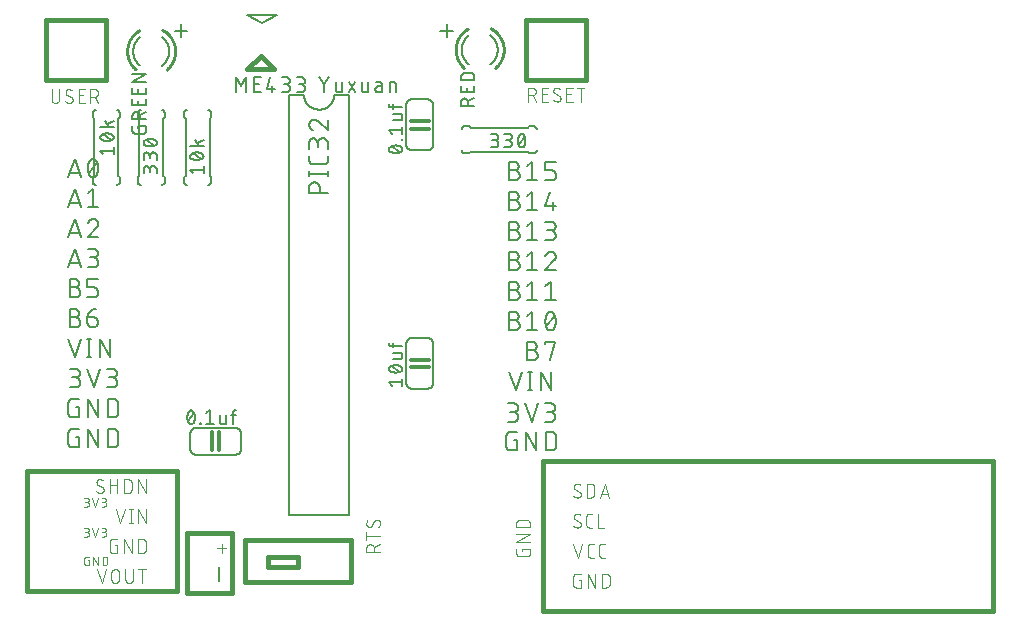
<source format=gbr>
G04 EAGLE Gerber RS-274X export*
G75*
%MOMM*%
%FSLAX34Y34*%
%LPD*%
%INSilkscreen Top*%
%IPPOS*%
%AMOC8*
5,1,8,0,0,1.08239X$1,22.5*%
G01*
%ADD10C,0.203200*%
%ADD11C,0.406400*%
%ADD12C,0.101600*%
%ADD13C,0.177800*%
%ADD14C,0.152400*%
%ADD15C,0.304800*%
%ADD16C,0.127000*%
%ADD17C,0.254000*%


D10*
X41656Y361696D02*
X46905Y377444D01*
X52155Y361696D01*
X50842Y365633D02*
X42968Y365633D01*
X58162Y369570D02*
X58166Y369880D01*
X58177Y370189D01*
X58195Y370499D01*
X58221Y370807D01*
X58254Y371115D01*
X58295Y371423D01*
X58343Y371729D01*
X58398Y372034D01*
X58460Y372337D01*
X58530Y372639D01*
X58607Y372939D01*
X58691Y373237D01*
X58782Y373533D01*
X58880Y373827D01*
X58985Y374119D01*
X59097Y374408D01*
X59216Y374694D01*
X59342Y374977D01*
X59474Y375257D01*
X59475Y375257D02*
X59513Y375362D01*
X59555Y375465D01*
X59600Y375567D01*
X59648Y375668D01*
X59700Y375766D01*
X59756Y375863D01*
X59814Y375958D01*
X59876Y376051D01*
X59941Y376141D01*
X60010Y376229D01*
X60081Y376315D01*
X60155Y376399D01*
X60232Y376479D01*
X60311Y376558D01*
X60394Y376633D01*
X60479Y376705D01*
X60566Y376775D01*
X60656Y376841D01*
X60747Y376904D01*
X60841Y376964D01*
X60937Y377021D01*
X61035Y377075D01*
X61135Y377125D01*
X61236Y377171D01*
X61339Y377214D01*
X61444Y377254D01*
X61549Y377290D01*
X61656Y377322D01*
X61764Y377350D01*
X61873Y377375D01*
X61982Y377396D01*
X62092Y377413D01*
X62203Y377427D01*
X62314Y377436D01*
X62425Y377442D01*
X62537Y377444D01*
X62649Y377442D01*
X62760Y377436D01*
X62871Y377427D01*
X62982Y377413D01*
X63092Y377396D01*
X63202Y377375D01*
X63310Y377350D01*
X63418Y377322D01*
X63525Y377290D01*
X63630Y377254D01*
X63735Y377214D01*
X63838Y377171D01*
X63939Y377125D01*
X64039Y377075D01*
X64137Y377021D01*
X64233Y376964D01*
X64327Y376904D01*
X64418Y376841D01*
X64508Y376775D01*
X64595Y376705D01*
X64680Y376633D01*
X64763Y376558D01*
X64842Y376479D01*
X64919Y376399D01*
X64993Y376315D01*
X65064Y376229D01*
X65133Y376141D01*
X65198Y376051D01*
X65260Y375958D01*
X65318Y375863D01*
X65374Y375766D01*
X65426Y375668D01*
X65474Y375567D01*
X65519Y375465D01*
X65561Y375362D01*
X65599Y375257D01*
X65731Y374977D01*
X65857Y374693D01*
X65976Y374407D01*
X66088Y374118D01*
X66193Y373827D01*
X66291Y373533D01*
X66382Y373237D01*
X66466Y372939D01*
X66543Y372639D01*
X66613Y372337D01*
X66675Y372033D01*
X66730Y371729D01*
X66778Y371423D01*
X66819Y371115D01*
X66852Y370807D01*
X66878Y370499D01*
X66896Y370189D01*
X66907Y369880D01*
X66911Y369570D01*
X58162Y369570D02*
X58166Y369260D01*
X58177Y368951D01*
X58195Y368641D01*
X58221Y368333D01*
X58254Y368025D01*
X58295Y367717D01*
X58343Y367411D01*
X58398Y367106D01*
X58460Y366803D01*
X58530Y366501D01*
X58607Y366201D01*
X58691Y365903D01*
X58782Y365607D01*
X58880Y365313D01*
X58985Y365021D01*
X59097Y364732D01*
X59216Y364446D01*
X59342Y364163D01*
X59474Y363883D01*
X59475Y363883D02*
X59513Y363778D01*
X59555Y363675D01*
X59600Y363573D01*
X59648Y363472D01*
X59700Y363374D01*
X59756Y363277D01*
X59814Y363182D01*
X59876Y363089D01*
X59941Y362999D01*
X60010Y362911D01*
X60081Y362825D01*
X60155Y362741D01*
X60232Y362661D01*
X60311Y362582D01*
X60394Y362507D01*
X60479Y362435D01*
X60566Y362365D01*
X60656Y362299D01*
X60747Y362236D01*
X60841Y362176D01*
X60937Y362119D01*
X61035Y362065D01*
X61135Y362015D01*
X61236Y361969D01*
X61339Y361926D01*
X61444Y361886D01*
X61549Y361850D01*
X61656Y361818D01*
X61764Y361790D01*
X61873Y361765D01*
X61982Y361744D01*
X62092Y361727D01*
X62203Y361713D01*
X62314Y361704D01*
X62425Y361698D01*
X62537Y361696D01*
X65599Y363883D02*
X65731Y364163D01*
X65857Y364446D01*
X65976Y364732D01*
X66088Y365021D01*
X66193Y365313D01*
X66291Y365607D01*
X66382Y365903D01*
X66466Y366201D01*
X66543Y366501D01*
X66613Y366803D01*
X66675Y367106D01*
X66730Y367411D01*
X66778Y367717D01*
X66819Y368025D01*
X66852Y368333D01*
X66878Y368641D01*
X66896Y368951D01*
X66907Y369260D01*
X66911Y369570D01*
X65599Y363883D02*
X65561Y363778D01*
X65519Y363675D01*
X65474Y363573D01*
X65426Y363472D01*
X65374Y363374D01*
X65318Y363277D01*
X65260Y363182D01*
X65198Y363089D01*
X65133Y362999D01*
X65064Y362911D01*
X64993Y362825D01*
X64919Y362741D01*
X64842Y362661D01*
X64763Y362582D01*
X64680Y362507D01*
X64595Y362435D01*
X64508Y362365D01*
X64418Y362299D01*
X64327Y362236D01*
X64233Y362176D01*
X64137Y362119D01*
X64039Y362065D01*
X63939Y362015D01*
X63838Y361969D01*
X63735Y361926D01*
X63630Y361886D01*
X63525Y361850D01*
X63418Y361818D01*
X63310Y361790D01*
X63201Y361765D01*
X63092Y361744D01*
X62982Y361727D01*
X62871Y361713D01*
X62760Y361704D01*
X62649Y361698D01*
X62537Y361696D01*
X59037Y365196D02*
X66036Y373944D01*
X46905Y352044D02*
X41656Y336296D01*
X52155Y336296D02*
X46905Y352044D01*
X50842Y340233D02*
X42968Y340233D01*
X58162Y348544D02*
X62537Y352044D01*
X62537Y336296D01*
X66911Y336296D02*
X58162Y336296D01*
X46905Y326644D02*
X41656Y310896D01*
X52155Y310896D02*
X46905Y326644D01*
X50842Y314833D02*
X42968Y314833D01*
X62974Y326644D02*
X63098Y326642D01*
X63221Y326636D01*
X63345Y326627D01*
X63467Y326613D01*
X63590Y326596D01*
X63712Y326574D01*
X63833Y326549D01*
X63953Y326520D01*
X64072Y326488D01*
X64191Y326451D01*
X64308Y326411D01*
X64423Y326368D01*
X64538Y326320D01*
X64650Y326269D01*
X64761Y326215D01*
X64871Y326157D01*
X64978Y326096D01*
X65084Y326031D01*
X65187Y325963D01*
X65288Y325892D01*
X65387Y325818D01*
X65484Y325741D01*
X65578Y325660D01*
X65669Y325577D01*
X65758Y325491D01*
X65844Y325402D01*
X65927Y325311D01*
X66008Y325217D01*
X66085Y325120D01*
X66159Y325021D01*
X66230Y324920D01*
X66298Y324817D01*
X66363Y324711D01*
X66424Y324604D01*
X66482Y324494D01*
X66536Y324383D01*
X66587Y324271D01*
X66635Y324156D01*
X66678Y324041D01*
X66718Y323924D01*
X66755Y323805D01*
X66787Y323686D01*
X66816Y323566D01*
X66841Y323445D01*
X66863Y323323D01*
X66880Y323200D01*
X66894Y323078D01*
X66903Y322954D01*
X66909Y322831D01*
X66911Y322707D01*
X62974Y326644D02*
X62833Y326642D01*
X62691Y326636D01*
X62550Y326626D01*
X62410Y326612D01*
X62270Y326595D01*
X62130Y326573D01*
X61991Y326548D01*
X61853Y326518D01*
X61715Y326485D01*
X61579Y326448D01*
X61443Y326407D01*
X61309Y326362D01*
X61177Y326314D01*
X61045Y326262D01*
X60915Y326206D01*
X60787Y326147D01*
X60660Y326084D01*
X60536Y326017D01*
X60413Y325948D01*
X60292Y325874D01*
X60173Y325798D01*
X60056Y325718D01*
X59942Y325635D01*
X59830Y325548D01*
X59721Y325459D01*
X59614Y325367D01*
X59509Y325271D01*
X59408Y325173D01*
X59309Y325072D01*
X59213Y324968D01*
X59120Y324862D01*
X59030Y324753D01*
X58943Y324641D01*
X58859Y324527D01*
X58779Y324411D01*
X58701Y324293D01*
X58627Y324172D01*
X58557Y324050D01*
X58490Y323926D01*
X58426Y323799D01*
X58366Y323671D01*
X58309Y323542D01*
X58257Y323411D01*
X58207Y323278D01*
X58162Y323144D01*
X65599Y319645D02*
X65689Y319733D01*
X65777Y319825D01*
X65862Y319919D01*
X65944Y320016D01*
X66023Y320115D01*
X66100Y320216D01*
X66173Y320320D01*
X66243Y320425D01*
X66310Y320533D01*
X66373Y320643D01*
X66433Y320755D01*
X66490Y320868D01*
X66544Y320983D01*
X66594Y321100D01*
X66640Y321218D01*
X66683Y321337D01*
X66722Y321458D01*
X66758Y321579D01*
X66790Y321702D01*
X66818Y321826D01*
X66843Y321950D01*
X66864Y322075D01*
X66881Y322201D01*
X66894Y322327D01*
X66903Y322453D01*
X66909Y322580D01*
X66911Y322707D01*
X65599Y319645D02*
X58162Y310896D01*
X66911Y310896D01*
X46905Y301244D02*
X41656Y285496D01*
X52155Y285496D02*
X46905Y301244D01*
X50842Y289433D02*
X42968Y289433D01*
X58162Y285496D02*
X62537Y285496D01*
X62668Y285498D01*
X62799Y285504D01*
X62929Y285514D01*
X63059Y285527D01*
X63189Y285545D01*
X63318Y285566D01*
X63446Y285592D01*
X63574Y285621D01*
X63701Y285654D01*
X63826Y285690D01*
X63951Y285731D01*
X64074Y285775D01*
X64196Y285823D01*
X64316Y285874D01*
X64435Y285929D01*
X64552Y285988D01*
X64667Y286050D01*
X64780Y286115D01*
X64892Y286184D01*
X65001Y286256D01*
X65108Y286331D01*
X65213Y286410D01*
X65315Y286491D01*
X65415Y286576D01*
X65512Y286664D01*
X65607Y286754D01*
X65699Y286847D01*
X65788Y286943D01*
X65874Y287042D01*
X65957Y287143D01*
X66037Y287246D01*
X66114Y287352D01*
X66187Y287460D01*
X66258Y287571D01*
X66325Y287683D01*
X66389Y287797D01*
X66449Y287913D01*
X66506Y288031D01*
X66559Y288151D01*
X66609Y288272D01*
X66655Y288395D01*
X66697Y288518D01*
X66735Y288643D01*
X66770Y288770D01*
X66801Y288897D01*
X66829Y289025D01*
X66852Y289153D01*
X66871Y289283D01*
X66887Y289413D01*
X66899Y289543D01*
X66907Y289674D01*
X66911Y289805D01*
X66911Y289935D01*
X66907Y290066D01*
X66899Y290197D01*
X66887Y290327D01*
X66871Y290457D01*
X66852Y290587D01*
X66829Y290715D01*
X66801Y290843D01*
X66770Y290970D01*
X66735Y291097D01*
X66697Y291222D01*
X66655Y291345D01*
X66609Y291468D01*
X66559Y291589D01*
X66506Y291709D01*
X66449Y291827D01*
X66389Y291943D01*
X66325Y292057D01*
X66258Y292169D01*
X66187Y292280D01*
X66114Y292388D01*
X66037Y292494D01*
X65957Y292597D01*
X65874Y292698D01*
X65788Y292797D01*
X65699Y292893D01*
X65607Y292986D01*
X65512Y293076D01*
X65415Y293164D01*
X65315Y293249D01*
X65213Y293330D01*
X65108Y293409D01*
X65001Y293484D01*
X64892Y293556D01*
X64780Y293625D01*
X64667Y293690D01*
X64552Y293752D01*
X64435Y293811D01*
X64316Y293866D01*
X64196Y293917D01*
X64074Y293965D01*
X63951Y294009D01*
X63826Y294050D01*
X63701Y294086D01*
X63574Y294119D01*
X63446Y294148D01*
X63318Y294174D01*
X63189Y294195D01*
X63059Y294213D01*
X62929Y294226D01*
X62799Y294236D01*
X62668Y294242D01*
X62537Y294244D01*
X63411Y301244D02*
X58162Y301244D01*
X63411Y301244D02*
X63529Y301242D01*
X63647Y301236D01*
X63765Y301226D01*
X63882Y301212D01*
X63999Y301194D01*
X64116Y301172D01*
X64231Y301147D01*
X64345Y301117D01*
X64459Y301083D01*
X64571Y301046D01*
X64682Y301005D01*
X64791Y300960D01*
X64899Y300912D01*
X65005Y300860D01*
X65110Y300804D01*
X65212Y300745D01*
X65312Y300683D01*
X65410Y300617D01*
X65506Y300548D01*
X65600Y300475D01*
X65691Y300400D01*
X65779Y300321D01*
X65865Y300240D01*
X65948Y300155D01*
X66028Y300068D01*
X66105Y299979D01*
X66179Y299886D01*
X66249Y299792D01*
X66317Y299695D01*
X66381Y299595D01*
X66442Y299494D01*
X66499Y299391D01*
X66553Y299285D01*
X66604Y299178D01*
X66650Y299070D01*
X66693Y298960D01*
X66732Y298848D01*
X66768Y298735D01*
X66799Y298621D01*
X66827Y298506D01*
X66851Y298391D01*
X66871Y298274D01*
X66887Y298157D01*
X66899Y298039D01*
X66907Y297921D01*
X66911Y297803D01*
X66911Y297685D01*
X66907Y297567D01*
X66899Y297449D01*
X66887Y297331D01*
X66871Y297214D01*
X66851Y297097D01*
X66827Y296982D01*
X66799Y296867D01*
X66768Y296753D01*
X66732Y296640D01*
X66693Y296528D01*
X66650Y296418D01*
X66604Y296310D01*
X66553Y296203D01*
X66499Y296097D01*
X66442Y295994D01*
X66381Y295893D01*
X66317Y295793D01*
X66249Y295696D01*
X66179Y295602D01*
X66105Y295509D01*
X66028Y295420D01*
X65948Y295333D01*
X65865Y295248D01*
X65779Y295167D01*
X65691Y295088D01*
X65600Y295013D01*
X65506Y294940D01*
X65410Y294871D01*
X65312Y294805D01*
X65212Y294743D01*
X65110Y294684D01*
X65005Y294628D01*
X64899Y294576D01*
X64791Y294528D01*
X64682Y294483D01*
X64571Y294442D01*
X64459Y294405D01*
X64345Y294371D01*
X64231Y294341D01*
X64116Y294316D01*
X63999Y294294D01*
X63882Y294276D01*
X63765Y294262D01*
X63647Y294252D01*
X63529Y294246D01*
X63411Y294244D01*
X63411Y294245D02*
X59912Y294245D01*
X47300Y268845D02*
X42926Y268845D01*
X47300Y268844D02*
X47431Y268842D01*
X47562Y268836D01*
X47692Y268826D01*
X47822Y268813D01*
X47952Y268795D01*
X48081Y268774D01*
X48209Y268748D01*
X48337Y268719D01*
X48464Y268686D01*
X48589Y268650D01*
X48714Y268609D01*
X48837Y268565D01*
X48959Y268517D01*
X49079Y268466D01*
X49198Y268411D01*
X49315Y268352D01*
X49430Y268290D01*
X49543Y268225D01*
X49655Y268156D01*
X49764Y268084D01*
X49871Y268009D01*
X49976Y267930D01*
X50078Y267849D01*
X50178Y267764D01*
X50275Y267676D01*
X50370Y267586D01*
X50462Y267493D01*
X50551Y267397D01*
X50637Y267298D01*
X50720Y267197D01*
X50800Y267094D01*
X50877Y266988D01*
X50950Y266880D01*
X51021Y266769D01*
X51088Y266657D01*
X51152Y266543D01*
X51212Y266427D01*
X51269Y266309D01*
X51322Y266189D01*
X51372Y266068D01*
X51418Y265945D01*
X51460Y265822D01*
X51498Y265697D01*
X51533Y265570D01*
X51564Y265443D01*
X51592Y265315D01*
X51615Y265187D01*
X51634Y265057D01*
X51650Y264927D01*
X51662Y264797D01*
X51670Y264666D01*
X51674Y264535D01*
X51674Y264405D01*
X51670Y264274D01*
X51662Y264143D01*
X51650Y264013D01*
X51634Y263883D01*
X51615Y263753D01*
X51592Y263625D01*
X51564Y263497D01*
X51533Y263370D01*
X51498Y263243D01*
X51460Y263118D01*
X51418Y262995D01*
X51372Y262872D01*
X51322Y262751D01*
X51269Y262631D01*
X51212Y262513D01*
X51152Y262397D01*
X51088Y262283D01*
X51021Y262171D01*
X50950Y262060D01*
X50877Y261952D01*
X50800Y261846D01*
X50720Y261743D01*
X50637Y261642D01*
X50551Y261543D01*
X50462Y261447D01*
X50370Y261354D01*
X50275Y261264D01*
X50178Y261176D01*
X50078Y261091D01*
X49976Y261010D01*
X49871Y260931D01*
X49764Y260856D01*
X49655Y260784D01*
X49543Y260715D01*
X49430Y260650D01*
X49315Y260588D01*
X49198Y260529D01*
X49079Y260474D01*
X48959Y260423D01*
X48837Y260375D01*
X48714Y260331D01*
X48589Y260290D01*
X48464Y260254D01*
X48337Y260221D01*
X48209Y260192D01*
X48081Y260166D01*
X47952Y260145D01*
X47822Y260127D01*
X47692Y260114D01*
X47562Y260104D01*
X47431Y260098D01*
X47300Y260096D01*
X42926Y260096D01*
X42926Y275844D01*
X47300Y275844D01*
X47418Y275842D01*
X47536Y275836D01*
X47654Y275826D01*
X47771Y275812D01*
X47888Y275794D01*
X48005Y275772D01*
X48120Y275747D01*
X48234Y275717D01*
X48348Y275683D01*
X48460Y275646D01*
X48571Y275605D01*
X48680Y275560D01*
X48788Y275512D01*
X48894Y275460D01*
X48999Y275404D01*
X49101Y275345D01*
X49201Y275283D01*
X49299Y275217D01*
X49395Y275148D01*
X49489Y275075D01*
X49580Y275000D01*
X49668Y274921D01*
X49754Y274840D01*
X49837Y274755D01*
X49917Y274668D01*
X49994Y274579D01*
X50068Y274486D01*
X50138Y274392D01*
X50206Y274295D01*
X50270Y274195D01*
X50331Y274094D01*
X50388Y273991D01*
X50442Y273885D01*
X50493Y273778D01*
X50539Y273670D01*
X50582Y273560D01*
X50621Y273448D01*
X50657Y273335D01*
X50688Y273221D01*
X50716Y273106D01*
X50740Y272991D01*
X50760Y272874D01*
X50776Y272757D01*
X50788Y272639D01*
X50796Y272521D01*
X50800Y272403D01*
X50800Y272285D01*
X50796Y272167D01*
X50788Y272049D01*
X50776Y271931D01*
X50760Y271814D01*
X50740Y271697D01*
X50716Y271582D01*
X50688Y271467D01*
X50657Y271353D01*
X50621Y271240D01*
X50582Y271128D01*
X50539Y271018D01*
X50493Y270910D01*
X50442Y270803D01*
X50388Y270697D01*
X50331Y270594D01*
X50270Y270493D01*
X50206Y270393D01*
X50138Y270296D01*
X50068Y270202D01*
X49994Y270109D01*
X49917Y270020D01*
X49837Y269933D01*
X49754Y269848D01*
X49668Y269767D01*
X49580Y269688D01*
X49489Y269613D01*
X49395Y269540D01*
X49299Y269471D01*
X49201Y269405D01*
X49101Y269343D01*
X48999Y269284D01*
X48894Y269228D01*
X48788Y269176D01*
X48680Y269128D01*
X48571Y269083D01*
X48460Y269042D01*
X48348Y269005D01*
X48234Y268971D01*
X48120Y268941D01*
X48005Y268916D01*
X47888Y268894D01*
X47771Y268876D01*
X47654Y268862D01*
X47536Y268852D01*
X47418Y268846D01*
X47300Y268844D01*
X57782Y260096D02*
X63032Y260096D01*
X63149Y260098D01*
X63266Y260104D01*
X63382Y260114D01*
X63499Y260127D01*
X63614Y260145D01*
X63729Y260166D01*
X63843Y260191D01*
X63957Y260220D01*
X64069Y260253D01*
X64180Y260290D01*
X64290Y260330D01*
X64398Y260374D01*
X64505Y260421D01*
X64611Y260472D01*
X64714Y260527D01*
X64816Y260585D01*
X64915Y260646D01*
X65013Y260710D01*
X65108Y260778D01*
X65201Y260849D01*
X65292Y260923D01*
X65380Y261000D01*
X65465Y261080D01*
X65548Y261163D01*
X65628Y261248D01*
X65705Y261336D01*
X65779Y261427D01*
X65850Y261520D01*
X65918Y261615D01*
X65982Y261713D01*
X66043Y261812D01*
X66101Y261914D01*
X66156Y262017D01*
X66207Y262123D01*
X66254Y262230D01*
X66298Y262338D01*
X66338Y262448D01*
X66375Y262559D01*
X66408Y262671D01*
X66437Y262785D01*
X66462Y262899D01*
X66483Y263014D01*
X66501Y263129D01*
X66514Y263246D01*
X66524Y263362D01*
X66530Y263479D01*
X66532Y263596D01*
X66531Y263596D02*
X66531Y265345D01*
X66532Y265345D02*
X66530Y265462D01*
X66524Y265579D01*
X66514Y265695D01*
X66501Y265812D01*
X66483Y265927D01*
X66462Y266042D01*
X66437Y266156D01*
X66408Y266270D01*
X66375Y266382D01*
X66338Y266493D01*
X66298Y266603D01*
X66254Y266711D01*
X66207Y266818D01*
X66156Y266924D01*
X66101Y267027D01*
X66043Y267129D01*
X65982Y267228D01*
X65918Y267326D01*
X65850Y267421D01*
X65779Y267514D01*
X65705Y267605D01*
X65628Y267693D01*
X65548Y267778D01*
X65465Y267861D01*
X65380Y267941D01*
X65292Y268018D01*
X65201Y268092D01*
X65108Y268163D01*
X65013Y268231D01*
X64915Y268295D01*
X64816Y268356D01*
X64714Y268414D01*
X64611Y268469D01*
X64505Y268520D01*
X64398Y268567D01*
X64290Y268611D01*
X64180Y268651D01*
X64069Y268688D01*
X63957Y268721D01*
X63843Y268750D01*
X63729Y268775D01*
X63614Y268796D01*
X63499Y268814D01*
X63382Y268827D01*
X63266Y268837D01*
X63149Y268843D01*
X63032Y268845D01*
X57782Y268845D01*
X57782Y275844D01*
X66531Y275844D01*
X47300Y243445D02*
X42926Y243445D01*
X47300Y243444D02*
X47431Y243442D01*
X47562Y243436D01*
X47692Y243426D01*
X47822Y243413D01*
X47952Y243395D01*
X48081Y243374D01*
X48209Y243348D01*
X48337Y243319D01*
X48464Y243286D01*
X48589Y243250D01*
X48714Y243209D01*
X48837Y243165D01*
X48959Y243117D01*
X49079Y243066D01*
X49198Y243011D01*
X49315Y242952D01*
X49430Y242890D01*
X49543Y242825D01*
X49655Y242756D01*
X49764Y242684D01*
X49871Y242609D01*
X49976Y242530D01*
X50078Y242449D01*
X50178Y242364D01*
X50275Y242276D01*
X50370Y242186D01*
X50462Y242093D01*
X50551Y241997D01*
X50637Y241898D01*
X50720Y241797D01*
X50800Y241694D01*
X50877Y241588D01*
X50950Y241480D01*
X51021Y241369D01*
X51088Y241257D01*
X51152Y241143D01*
X51212Y241027D01*
X51269Y240909D01*
X51322Y240789D01*
X51372Y240668D01*
X51418Y240545D01*
X51460Y240422D01*
X51498Y240297D01*
X51533Y240170D01*
X51564Y240043D01*
X51592Y239915D01*
X51615Y239787D01*
X51634Y239657D01*
X51650Y239527D01*
X51662Y239397D01*
X51670Y239266D01*
X51674Y239135D01*
X51674Y239005D01*
X51670Y238874D01*
X51662Y238743D01*
X51650Y238613D01*
X51634Y238483D01*
X51615Y238353D01*
X51592Y238225D01*
X51564Y238097D01*
X51533Y237970D01*
X51498Y237843D01*
X51460Y237718D01*
X51418Y237595D01*
X51372Y237472D01*
X51322Y237351D01*
X51269Y237231D01*
X51212Y237113D01*
X51152Y236997D01*
X51088Y236883D01*
X51021Y236771D01*
X50950Y236660D01*
X50877Y236552D01*
X50800Y236446D01*
X50720Y236343D01*
X50637Y236242D01*
X50551Y236143D01*
X50462Y236047D01*
X50370Y235954D01*
X50275Y235864D01*
X50178Y235776D01*
X50078Y235691D01*
X49976Y235610D01*
X49871Y235531D01*
X49764Y235456D01*
X49655Y235384D01*
X49543Y235315D01*
X49430Y235250D01*
X49315Y235188D01*
X49198Y235129D01*
X49079Y235074D01*
X48959Y235023D01*
X48837Y234975D01*
X48714Y234931D01*
X48589Y234890D01*
X48464Y234854D01*
X48337Y234821D01*
X48209Y234792D01*
X48081Y234766D01*
X47952Y234745D01*
X47822Y234727D01*
X47692Y234714D01*
X47562Y234704D01*
X47431Y234698D01*
X47300Y234696D01*
X42926Y234696D01*
X42926Y250444D01*
X47300Y250444D01*
X47418Y250442D01*
X47536Y250436D01*
X47654Y250426D01*
X47771Y250412D01*
X47888Y250394D01*
X48005Y250372D01*
X48120Y250347D01*
X48234Y250317D01*
X48348Y250283D01*
X48460Y250246D01*
X48571Y250205D01*
X48680Y250160D01*
X48788Y250112D01*
X48894Y250060D01*
X48999Y250004D01*
X49101Y249945D01*
X49201Y249883D01*
X49299Y249817D01*
X49395Y249748D01*
X49489Y249675D01*
X49580Y249600D01*
X49668Y249521D01*
X49754Y249440D01*
X49837Y249355D01*
X49917Y249268D01*
X49994Y249179D01*
X50068Y249086D01*
X50138Y248992D01*
X50206Y248895D01*
X50270Y248795D01*
X50331Y248694D01*
X50388Y248591D01*
X50442Y248485D01*
X50493Y248378D01*
X50539Y248270D01*
X50582Y248160D01*
X50621Y248048D01*
X50657Y247935D01*
X50688Y247821D01*
X50716Y247706D01*
X50740Y247591D01*
X50760Y247474D01*
X50776Y247357D01*
X50788Y247239D01*
X50796Y247121D01*
X50800Y247003D01*
X50800Y246885D01*
X50796Y246767D01*
X50788Y246649D01*
X50776Y246531D01*
X50760Y246414D01*
X50740Y246297D01*
X50716Y246182D01*
X50688Y246067D01*
X50657Y245953D01*
X50621Y245840D01*
X50582Y245728D01*
X50539Y245618D01*
X50493Y245510D01*
X50442Y245403D01*
X50388Y245297D01*
X50331Y245194D01*
X50270Y245093D01*
X50206Y244993D01*
X50138Y244896D01*
X50068Y244802D01*
X49994Y244709D01*
X49917Y244620D01*
X49837Y244533D01*
X49754Y244448D01*
X49668Y244367D01*
X49580Y244288D01*
X49489Y244213D01*
X49395Y244140D01*
X49299Y244071D01*
X49201Y244005D01*
X49101Y243943D01*
X48999Y243884D01*
X48894Y243828D01*
X48788Y243776D01*
X48680Y243728D01*
X48571Y243683D01*
X48460Y243642D01*
X48348Y243605D01*
X48234Y243571D01*
X48120Y243541D01*
X48005Y243516D01*
X47888Y243494D01*
X47771Y243476D01*
X47654Y243462D01*
X47536Y243452D01*
X47418Y243446D01*
X47300Y243444D01*
X57782Y243445D02*
X63032Y243445D01*
X63149Y243443D01*
X63266Y243437D01*
X63382Y243427D01*
X63499Y243414D01*
X63614Y243396D01*
X63729Y243375D01*
X63843Y243350D01*
X63957Y243321D01*
X64069Y243288D01*
X64180Y243251D01*
X64290Y243211D01*
X64398Y243167D01*
X64505Y243120D01*
X64611Y243069D01*
X64714Y243014D01*
X64816Y242956D01*
X64915Y242895D01*
X65013Y242831D01*
X65108Y242763D01*
X65201Y242692D01*
X65292Y242618D01*
X65380Y242541D01*
X65465Y242461D01*
X65548Y242378D01*
X65628Y242293D01*
X65705Y242205D01*
X65779Y242114D01*
X65850Y242021D01*
X65918Y241926D01*
X65982Y241828D01*
X66043Y241729D01*
X66101Y241627D01*
X66156Y241524D01*
X66207Y241418D01*
X66254Y241311D01*
X66298Y241203D01*
X66338Y241093D01*
X66375Y240982D01*
X66408Y240870D01*
X66437Y240756D01*
X66462Y240642D01*
X66483Y240527D01*
X66501Y240412D01*
X66514Y240295D01*
X66524Y240179D01*
X66530Y240062D01*
X66532Y239945D01*
X66531Y239945D02*
X66531Y239070D01*
X66529Y238939D01*
X66523Y238808D01*
X66513Y238678D01*
X66500Y238548D01*
X66482Y238418D01*
X66461Y238289D01*
X66435Y238161D01*
X66406Y238033D01*
X66373Y237906D01*
X66337Y237781D01*
X66296Y237656D01*
X66252Y237533D01*
X66204Y237411D01*
X66153Y237291D01*
X66098Y237172D01*
X66039Y237055D01*
X65977Y236940D01*
X65912Y236827D01*
X65843Y236715D01*
X65771Y236606D01*
X65696Y236499D01*
X65617Y236394D01*
X65536Y236292D01*
X65451Y236192D01*
X65363Y236095D01*
X65273Y236000D01*
X65180Y235908D01*
X65084Y235819D01*
X64985Y235733D01*
X64884Y235650D01*
X64781Y235570D01*
X64675Y235493D01*
X64567Y235420D01*
X64456Y235349D01*
X64344Y235282D01*
X64230Y235218D01*
X64114Y235158D01*
X63996Y235101D01*
X63876Y235048D01*
X63755Y234998D01*
X63632Y234952D01*
X63509Y234910D01*
X63384Y234872D01*
X63257Y234837D01*
X63130Y234806D01*
X63002Y234778D01*
X62874Y234755D01*
X62744Y234736D01*
X62614Y234720D01*
X62484Y234708D01*
X62353Y234700D01*
X62222Y234696D01*
X62092Y234696D01*
X61961Y234700D01*
X61830Y234708D01*
X61700Y234720D01*
X61570Y234736D01*
X61440Y234755D01*
X61312Y234778D01*
X61184Y234806D01*
X61057Y234837D01*
X60930Y234872D01*
X60805Y234910D01*
X60682Y234952D01*
X60559Y234998D01*
X60438Y235048D01*
X60318Y235101D01*
X60200Y235158D01*
X60084Y235218D01*
X59970Y235282D01*
X59858Y235349D01*
X59747Y235420D01*
X59639Y235493D01*
X59533Y235570D01*
X59430Y235650D01*
X59329Y235733D01*
X59230Y235819D01*
X59134Y235908D01*
X59041Y236000D01*
X58951Y236095D01*
X58863Y236192D01*
X58778Y236292D01*
X58697Y236394D01*
X58618Y236499D01*
X58543Y236606D01*
X58471Y236715D01*
X58402Y236827D01*
X58337Y236940D01*
X58275Y237055D01*
X58216Y237172D01*
X58161Y237291D01*
X58110Y237411D01*
X58062Y237533D01*
X58018Y237656D01*
X57977Y237781D01*
X57941Y237906D01*
X57908Y238033D01*
X57879Y238161D01*
X57853Y238289D01*
X57832Y238418D01*
X57814Y238548D01*
X57801Y238678D01*
X57791Y238808D01*
X57785Y238939D01*
X57783Y239070D01*
X57782Y239070D02*
X57782Y243445D01*
X57783Y243445D02*
X57785Y243617D01*
X57791Y243788D01*
X57802Y243960D01*
X57817Y244131D01*
X57836Y244302D01*
X57859Y244472D01*
X57886Y244642D01*
X57917Y244810D01*
X57953Y244978D01*
X57993Y245146D01*
X58037Y245312D01*
X58084Y245477D01*
X58136Y245640D01*
X58192Y245803D01*
X58252Y245964D01*
X58316Y246123D01*
X58383Y246281D01*
X58455Y246437D01*
X58530Y246592D01*
X58609Y246744D01*
X58692Y246895D01*
X58779Y247043D01*
X58869Y247189D01*
X58963Y247333D01*
X59060Y247475D01*
X59160Y247614D01*
X59264Y247751D01*
X59372Y247885D01*
X59482Y248017D01*
X59596Y248145D01*
X59713Y248271D01*
X59833Y248394D01*
X59956Y248514D01*
X60082Y248631D01*
X60210Y248745D01*
X60342Y248855D01*
X60476Y248963D01*
X60613Y249067D01*
X60752Y249167D01*
X60894Y249264D01*
X61038Y249358D01*
X61184Y249448D01*
X61332Y249535D01*
X61483Y249618D01*
X61635Y249697D01*
X61790Y249772D01*
X61946Y249844D01*
X62104Y249911D01*
X62263Y249975D01*
X62424Y250035D01*
X62587Y250091D01*
X62750Y250143D01*
X62915Y250190D01*
X63081Y250234D01*
X63248Y250274D01*
X63417Y250310D01*
X63585Y250341D01*
X63755Y250368D01*
X63925Y250391D01*
X64096Y250410D01*
X64267Y250425D01*
X64439Y250436D01*
X64610Y250442D01*
X64782Y250444D01*
X41656Y225044D02*
X46905Y209296D01*
X52155Y225044D01*
X59410Y225044D02*
X59410Y209296D01*
X57661Y209296D02*
X61160Y209296D01*
X61160Y225044D02*
X57661Y225044D01*
X68062Y225044D02*
X68062Y209296D01*
X76811Y209296D02*
X68062Y225044D01*
X76811Y225044D02*
X76811Y209296D01*
X47300Y183896D02*
X42926Y183896D01*
X47300Y183896D02*
X47431Y183898D01*
X47562Y183904D01*
X47692Y183914D01*
X47822Y183927D01*
X47952Y183945D01*
X48081Y183966D01*
X48209Y183992D01*
X48337Y184021D01*
X48464Y184054D01*
X48589Y184090D01*
X48714Y184131D01*
X48837Y184175D01*
X48959Y184223D01*
X49079Y184274D01*
X49198Y184329D01*
X49315Y184388D01*
X49430Y184450D01*
X49543Y184515D01*
X49655Y184584D01*
X49764Y184656D01*
X49871Y184731D01*
X49976Y184810D01*
X50078Y184891D01*
X50178Y184976D01*
X50275Y185064D01*
X50370Y185154D01*
X50462Y185247D01*
X50551Y185343D01*
X50637Y185442D01*
X50720Y185543D01*
X50800Y185646D01*
X50877Y185752D01*
X50950Y185860D01*
X51021Y185971D01*
X51088Y186083D01*
X51152Y186197D01*
X51212Y186313D01*
X51269Y186431D01*
X51322Y186551D01*
X51372Y186672D01*
X51418Y186795D01*
X51460Y186918D01*
X51498Y187043D01*
X51533Y187170D01*
X51564Y187297D01*
X51592Y187425D01*
X51615Y187553D01*
X51634Y187683D01*
X51650Y187813D01*
X51662Y187943D01*
X51670Y188074D01*
X51674Y188205D01*
X51674Y188335D01*
X51670Y188466D01*
X51662Y188597D01*
X51650Y188727D01*
X51634Y188857D01*
X51615Y188987D01*
X51592Y189115D01*
X51564Y189243D01*
X51533Y189370D01*
X51498Y189497D01*
X51460Y189622D01*
X51418Y189745D01*
X51372Y189868D01*
X51322Y189989D01*
X51269Y190109D01*
X51212Y190227D01*
X51152Y190343D01*
X51088Y190457D01*
X51021Y190569D01*
X50950Y190680D01*
X50877Y190788D01*
X50800Y190894D01*
X50720Y190997D01*
X50637Y191098D01*
X50551Y191197D01*
X50462Y191293D01*
X50370Y191386D01*
X50275Y191476D01*
X50178Y191564D01*
X50078Y191649D01*
X49976Y191730D01*
X49871Y191809D01*
X49764Y191884D01*
X49655Y191956D01*
X49543Y192025D01*
X49430Y192090D01*
X49315Y192152D01*
X49198Y192211D01*
X49079Y192266D01*
X48959Y192317D01*
X48837Y192365D01*
X48714Y192409D01*
X48589Y192450D01*
X48464Y192486D01*
X48337Y192519D01*
X48209Y192548D01*
X48081Y192574D01*
X47952Y192595D01*
X47822Y192613D01*
X47692Y192626D01*
X47562Y192636D01*
X47431Y192642D01*
X47300Y192644D01*
X48175Y199644D02*
X42926Y199644D01*
X48175Y199644D02*
X48293Y199642D01*
X48411Y199636D01*
X48529Y199626D01*
X48646Y199612D01*
X48763Y199594D01*
X48880Y199572D01*
X48995Y199547D01*
X49109Y199517D01*
X49223Y199483D01*
X49335Y199446D01*
X49446Y199405D01*
X49555Y199360D01*
X49663Y199312D01*
X49769Y199260D01*
X49874Y199204D01*
X49976Y199145D01*
X50076Y199083D01*
X50174Y199017D01*
X50270Y198948D01*
X50364Y198875D01*
X50455Y198800D01*
X50543Y198721D01*
X50629Y198640D01*
X50712Y198555D01*
X50792Y198468D01*
X50869Y198379D01*
X50943Y198286D01*
X51013Y198192D01*
X51081Y198095D01*
X51145Y197995D01*
X51206Y197894D01*
X51263Y197791D01*
X51317Y197685D01*
X51368Y197578D01*
X51414Y197470D01*
X51457Y197360D01*
X51496Y197248D01*
X51532Y197135D01*
X51563Y197021D01*
X51591Y196906D01*
X51615Y196791D01*
X51635Y196674D01*
X51651Y196557D01*
X51663Y196439D01*
X51671Y196321D01*
X51675Y196203D01*
X51675Y196085D01*
X51671Y195967D01*
X51663Y195849D01*
X51651Y195731D01*
X51635Y195614D01*
X51615Y195497D01*
X51591Y195382D01*
X51563Y195267D01*
X51532Y195153D01*
X51496Y195040D01*
X51457Y194928D01*
X51414Y194818D01*
X51368Y194710D01*
X51317Y194603D01*
X51263Y194497D01*
X51206Y194394D01*
X51145Y194293D01*
X51081Y194193D01*
X51013Y194096D01*
X50943Y194002D01*
X50869Y193909D01*
X50792Y193820D01*
X50712Y193733D01*
X50629Y193648D01*
X50543Y193567D01*
X50455Y193488D01*
X50364Y193413D01*
X50270Y193340D01*
X50174Y193271D01*
X50076Y193205D01*
X49976Y193143D01*
X49874Y193084D01*
X49769Y193028D01*
X49663Y192976D01*
X49555Y192928D01*
X49446Y192883D01*
X49335Y192842D01*
X49223Y192805D01*
X49109Y192771D01*
X48995Y192741D01*
X48880Y192716D01*
X48763Y192694D01*
X48646Y192676D01*
X48529Y192662D01*
X48411Y192652D01*
X48293Y192646D01*
X48175Y192644D01*
X48175Y192645D02*
X44676Y192645D01*
X57682Y199644D02*
X62932Y183896D01*
X68181Y199644D01*
X74188Y183896D02*
X78563Y183896D01*
X78694Y183898D01*
X78825Y183904D01*
X78955Y183914D01*
X79085Y183927D01*
X79215Y183945D01*
X79344Y183966D01*
X79472Y183992D01*
X79600Y184021D01*
X79727Y184054D01*
X79852Y184090D01*
X79977Y184131D01*
X80100Y184175D01*
X80222Y184223D01*
X80342Y184274D01*
X80461Y184329D01*
X80578Y184388D01*
X80693Y184450D01*
X80806Y184515D01*
X80918Y184584D01*
X81027Y184656D01*
X81134Y184731D01*
X81239Y184810D01*
X81341Y184891D01*
X81441Y184976D01*
X81538Y185064D01*
X81633Y185154D01*
X81725Y185247D01*
X81814Y185343D01*
X81900Y185442D01*
X81983Y185543D01*
X82063Y185646D01*
X82140Y185752D01*
X82213Y185860D01*
X82284Y185971D01*
X82351Y186083D01*
X82415Y186197D01*
X82475Y186313D01*
X82532Y186431D01*
X82585Y186551D01*
X82635Y186672D01*
X82681Y186795D01*
X82723Y186918D01*
X82761Y187043D01*
X82796Y187170D01*
X82827Y187297D01*
X82855Y187425D01*
X82878Y187553D01*
X82897Y187683D01*
X82913Y187813D01*
X82925Y187943D01*
X82933Y188074D01*
X82937Y188205D01*
X82937Y188335D01*
X82933Y188466D01*
X82925Y188597D01*
X82913Y188727D01*
X82897Y188857D01*
X82878Y188987D01*
X82855Y189115D01*
X82827Y189243D01*
X82796Y189370D01*
X82761Y189497D01*
X82723Y189622D01*
X82681Y189745D01*
X82635Y189868D01*
X82585Y189989D01*
X82532Y190109D01*
X82475Y190227D01*
X82415Y190343D01*
X82351Y190457D01*
X82284Y190569D01*
X82213Y190680D01*
X82140Y190788D01*
X82063Y190894D01*
X81983Y190997D01*
X81900Y191098D01*
X81814Y191197D01*
X81725Y191293D01*
X81633Y191386D01*
X81538Y191476D01*
X81441Y191564D01*
X81341Y191649D01*
X81239Y191730D01*
X81134Y191809D01*
X81027Y191884D01*
X80918Y191956D01*
X80806Y192025D01*
X80693Y192090D01*
X80578Y192152D01*
X80461Y192211D01*
X80342Y192266D01*
X80222Y192317D01*
X80100Y192365D01*
X79977Y192409D01*
X79852Y192450D01*
X79727Y192486D01*
X79600Y192519D01*
X79472Y192548D01*
X79344Y192574D01*
X79215Y192595D01*
X79085Y192613D01*
X78955Y192626D01*
X78825Y192636D01*
X78694Y192642D01*
X78563Y192644D01*
X79438Y199644D02*
X74188Y199644D01*
X79438Y199644D02*
X79556Y199642D01*
X79674Y199636D01*
X79792Y199626D01*
X79909Y199612D01*
X80026Y199594D01*
X80143Y199572D01*
X80258Y199547D01*
X80372Y199517D01*
X80486Y199483D01*
X80598Y199446D01*
X80709Y199405D01*
X80818Y199360D01*
X80926Y199312D01*
X81032Y199260D01*
X81137Y199204D01*
X81239Y199145D01*
X81339Y199083D01*
X81437Y199017D01*
X81533Y198948D01*
X81627Y198875D01*
X81718Y198800D01*
X81806Y198721D01*
X81892Y198640D01*
X81975Y198555D01*
X82055Y198468D01*
X82132Y198379D01*
X82206Y198286D01*
X82276Y198192D01*
X82344Y198095D01*
X82408Y197995D01*
X82469Y197894D01*
X82526Y197791D01*
X82580Y197685D01*
X82631Y197578D01*
X82677Y197470D01*
X82720Y197360D01*
X82759Y197248D01*
X82795Y197135D01*
X82826Y197021D01*
X82854Y196906D01*
X82878Y196791D01*
X82898Y196674D01*
X82914Y196557D01*
X82926Y196439D01*
X82934Y196321D01*
X82938Y196203D01*
X82938Y196085D01*
X82934Y195967D01*
X82926Y195849D01*
X82914Y195731D01*
X82898Y195614D01*
X82878Y195497D01*
X82854Y195382D01*
X82826Y195267D01*
X82795Y195153D01*
X82759Y195040D01*
X82720Y194928D01*
X82677Y194818D01*
X82631Y194710D01*
X82580Y194603D01*
X82526Y194497D01*
X82469Y194394D01*
X82408Y194293D01*
X82344Y194193D01*
X82276Y194096D01*
X82206Y194002D01*
X82132Y193909D01*
X82055Y193820D01*
X81975Y193733D01*
X81892Y193648D01*
X81806Y193567D01*
X81718Y193488D01*
X81627Y193413D01*
X81533Y193340D01*
X81437Y193271D01*
X81339Y193205D01*
X81239Y193143D01*
X81137Y193084D01*
X81032Y193028D01*
X80926Y192976D01*
X80818Y192928D01*
X80709Y192883D01*
X80598Y192842D01*
X80486Y192805D01*
X80372Y192771D01*
X80258Y192741D01*
X80143Y192716D01*
X80026Y192694D01*
X79909Y192676D01*
X79792Y192662D01*
X79674Y192652D01*
X79556Y192646D01*
X79438Y192644D01*
X79438Y192645D02*
X75938Y192645D01*
X50405Y167245D02*
X47780Y167245D01*
X50405Y167245D02*
X50405Y158496D01*
X45156Y158496D01*
X45039Y158498D01*
X44922Y158504D01*
X44806Y158514D01*
X44689Y158527D01*
X44574Y158545D01*
X44459Y158566D01*
X44345Y158591D01*
X44231Y158620D01*
X44119Y158653D01*
X44008Y158690D01*
X43898Y158730D01*
X43790Y158774D01*
X43683Y158821D01*
X43577Y158872D01*
X43474Y158927D01*
X43372Y158985D01*
X43273Y159046D01*
X43175Y159110D01*
X43080Y159178D01*
X42987Y159249D01*
X42896Y159323D01*
X42808Y159400D01*
X42723Y159480D01*
X42640Y159563D01*
X42560Y159648D01*
X42483Y159736D01*
X42409Y159827D01*
X42338Y159920D01*
X42270Y160015D01*
X42206Y160113D01*
X42145Y160212D01*
X42087Y160314D01*
X42032Y160417D01*
X41981Y160523D01*
X41934Y160630D01*
X41890Y160738D01*
X41850Y160848D01*
X41813Y160959D01*
X41780Y161071D01*
X41751Y161185D01*
X41726Y161299D01*
X41705Y161414D01*
X41687Y161529D01*
X41674Y161646D01*
X41664Y161762D01*
X41658Y161879D01*
X41656Y161996D01*
X41656Y170744D01*
X41658Y170861D01*
X41664Y170978D01*
X41674Y171094D01*
X41687Y171211D01*
X41705Y171326D01*
X41726Y171441D01*
X41751Y171555D01*
X41780Y171669D01*
X41813Y171781D01*
X41850Y171892D01*
X41890Y172002D01*
X41934Y172110D01*
X41981Y172217D01*
X42032Y172323D01*
X42087Y172426D01*
X42145Y172528D01*
X42206Y172627D01*
X42270Y172725D01*
X42338Y172820D01*
X42409Y172913D01*
X42483Y173004D01*
X42560Y173092D01*
X42640Y173177D01*
X42723Y173260D01*
X42808Y173340D01*
X42896Y173417D01*
X42987Y173491D01*
X43080Y173562D01*
X43175Y173630D01*
X43273Y173694D01*
X43372Y173755D01*
X43474Y173813D01*
X43577Y173868D01*
X43683Y173919D01*
X43790Y173966D01*
X43898Y174010D01*
X44008Y174050D01*
X44119Y174087D01*
X44231Y174120D01*
X44345Y174149D01*
X44459Y174174D01*
X44574Y174195D01*
X44689Y174213D01*
X44806Y174226D01*
X44922Y174236D01*
X45039Y174242D01*
X45156Y174244D01*
X50405Y174244D01*
X58329Y174244D02*
X58329Y158496D01*
X67078Y158496D02*
X58329Y174244D01*
X67078Y174244D02*
X67078Y158496D01*
X75003Y158496D02*
X75003Y174244D01*
X79377Y174244D01*
X79507Y174242D01*
X79636Y174236D01*
X79765Y174227D01*
X79894Y174213D01*
X80023Y174196D01*
X80151Y174175D01*
X80278Y174150D01*
X80404Y174122D01*
X80530Y174089D01*
X80654Y174053D01*
X80778Y174014D01*
X80900Y173970D01*
X81021Y173923D01*
X81140Y173873D01*
X81258Y173819D01*
X81374Y173761D01*
X81489Y173700D01*
X81601Y173636D01*
X81712Y173569D01*
X81821Y173498D01*
X81927Y173424D01*
X82031Y173347D01*
X82133Y173267D01*
X82232Y173183D01*
X82329Y173097D01*
X82424Y173008D01*
X82515Y172917D01*
X82604Y172822D01*
X82690Y172725D01*
X82774Y172626D01*
X82854Y172524D01*
X82931Y172420D01*
X83005Y172314D01*
X83076Y172205D01*
X83143Y172094D01*
X83207Y171982D01*
X83268Y171867D01*
X83326Y171751D01*
X83380Y171633D01*
X83430Y171514D01*
X83477Y171393D01*
X83521Y171271D01*
X83560Y171147D01*
X83596Y171023D01*
X83629Y170897D01*
X83657Y170771D01*
X83682Y170644D01*
X83703Y170516D01*
X83720Y170387D01*
X83734Y170258D01*
X83743Y170129D01*
X83749Y170000D01*
X83751Y169870D01*
X83752Y169870D02*
X83752Y162870D01*
X83751Y162870D02*
X83749Y162740D01*
X83743Y162611D01*
X83734Y162482D01*
X83720Y162353D01*
X83703Y162224D01*
X83682Y162096D01*
X83657Y161969D01*
X83629Y161843D01*
X83596Y161717D01*
X83560Y161593D01*
X83521Y161469D01*
X83477Y161347D01*
X83430Y161226D01*
X83380Y161107D01*
X83326Y160989D01*
X83268Y160873D01*
X83207Y160758D01*
X83143Y160646D01*
X83076Y160535D01*
X83005Y160426D01*
X82931Y160320D01*
X82854Y160216D01*
X82774Y160114D01*
X82690Y160015D01*
X82604Y159918D01*
X82515Y159823D01*
X82424Y159732D01*
X82329Y159643D01*
X82232Y159557D01*
X82133Y159473D01*
X82031Y159393D01*
X81927Y159316D01*
X81821Y159242D01*
X81712Y159171D01*
X81601Y159104D01*
X81489Y159040D01*
X81374Y158979D01*
X81258Y158921D01*
X81140Y158867D01*
X81021Y158817D01*
X80900Y158770D01*
X80778Y158726D01*
X80654Y158687D01*
X80530Y158651D01*
X80404Y158618D01*
X80278Y158590D01*
X80151Y158565D01*
X80023Y158544D01*
X79894Y158527D01*
X79765Y158513D01*
X79636Y158504D01*
X79507Y158498D01*
X79377Y158496D01*
X75003Y158496D01*
X50405Y141845D02*
X47780Y141845D01*
X50405Y141845D02*
X50405Y133096D01*
X45156Y133096D01*
X45039Y133098D01*
X44922Y133104D01*
X44806Y133114D01*
X44689Y133127D01*
X44574Y133145D01*
X44459Y133166D01*
X44345Y133191D01*
X44231Y133220D01*
X44119Y133253D01*
X44008Y133290D01*
X43898Y133330D01*
X43790Y133374D01*
X43683Y133421D01*
X43577Y133472D01*
X43474Y133527D01*
X43372Y133585D01*
X43273Y133646D01*
X43175Y133710D01*
X43080Y133778D01*
X42987Y133849D01*
X42896Y133923D01*
X42808Y134000D01*
X42723Y134080D01*
X42640Y134163D01*
X42560Y134248D01*
X42483Y134336D01*
X42409Y134427D01*
X42338Y134520D01*
X42270Y134615D01*
X42206Y134713D01*
X42145Y134812D01*
X42087Y134914D01*
X42032Y135017D01*
X41981Y135123D01*
X41934Y135230D01*
X41890Y135338D01*
X41850Y135448D01*
X41813Y135559D01*
X41780Y135671D01*
X41751Y135785D01*
X41726Y135899D01*
X41705Y136014D01*
X41687Y136129D01*
X41674Y136246D01*
X41664Y136362D01*
X41658Y136479D01*
X41656Y136596D01*
X41656Y145344D01*
X41658Y145461D01*
X41664Y145578D01*
X41674Y145694D01*
X41687Y145811D01*
X41705Y145926D01*
X41726Y146041D01*
X41751Y146155D01*
X41780Y146269D01*
X41813Y146381D01*
X41850Y146492D01*
X41890Y146602D01*
X41934Y146710D01*
X41981Y146817D01*
X42032Y146923D01*
X42087Y147026D01*
X42145Y147128D01*
X42206Y147227D01*
X42270Y147325D01*
X42338Y147420D01*
X42409Y147513D01*
X42483Y147604D01*
X42560Y147692D01*
X42640Y147777D01*
X42723Y147860D01*
X42808Y147940D01*
X42896Y148017D01*
X42987Y148091D01*
X43080Y148162D01*
X43175Y148230D01*
X43273Y148294D01*
X43372Y148355D01*
X43474Y148413D01*
X43577Y148468D01*
X43683Y148519D01*
X43790Y148566D01*
X43898Y148610D01*
X44008Y148650D01*
X44119Y148687D01*
X44231Y148720D01*
X44345Y148749D01*
X44459Y148774D01*
X44574Y148795D01*
X44689Y148813D01*
X44806Y148826D01*
X44922Y148836D01*
X45039Y148842D01*
X45156Y148844D01*
X50405Y148844D01*
X58329Y148844D02*
X58329Y133096D01*
X67078Y133096D02*
X58329Y148844D01*
X67078Y148844D02*
X67078Y133096D01*
X75003Y133096D02*
X75003Y148844D01*
X79377Y148844D01*
X79507Y148842D01*
X79636Y148836D01*
X79765Y148827D01*
X79894Y148813D01*
X80023Y148796D01*
X80151Y148775D01*
X80278Y148750D01*
X80404Y148722D01*
X80530Y148689D01*
X80654Y148653D01*
X80778Y148614D01*
X80900Y148570D01*
X81021Y148523D01*
X81140Y148473D01*
X81258Y148419D01*
X81374Y148361D01*
X81489Y148300D01*
X81601Y148236D01*
X81712Y148169D01*
X81821Y148098D01*
X81927Y148024D01*
X82031Y147947D01*
X82133Y147867D01*
X82232Y147783D01*
X82329Y147697D01*
X82424Y147608D01*
X82515Y147517D01*
X82604Y147422D01*
X82690Y147325D01*
X82774Y147226D01*
X82854Y147124D01*
X82931Y147020D01*
X83005Y146914D01*
X83076Y146805D01*
X83143Y146694D01*
X83207Y146582D01*
X83268Y146467D01*
X83326Y146351D01*
X83380Y146233D01*
X83430Y146114D01*
X83477Y145993D01*
X83521Y145871D01*
X83560Y145747D01*
X83596Y145623D01*
X83629Y145497D01*
X83657Y145371D01*
X83682Y145244D01*
X83703Y145116D01*
X83720Y144987D01*
X83734Y144858D01*
X83743Y144729D01*
X83749Y144600D01*
X83751Y144470D01*
X83752Y144470D02*
X83752Y137470D01*
X83751Y137470D02*
X83749Y137340D01*
X83743Y137211D01*
X83734Y137082D01*
X83720Y136953D01*
X83703Y136824D01*
X83682Y136696D01*
X83657Y136569D01*
X83629Y136443D01*
X83596Y136317D01*
X83560Y136193D01*
X83521Y136069D01*
X83477Y135947D01*
X83430Y135826D01*
X83380Y135707D01*
X83326Y135589D01*
X83268Y135473D01*
X83207Y135358D01*
X83143Y135246D01*
X83076Y135135D01*
X83005Y135026D01*
X82931Y134920D01*
X82854Y134816D01*
X82774Y134714D01*
X82690Y134615D01*
X82604Y134518D01*
X82515Y134423D01*
X82424Y134332D01*
X82329Y134243D01*
X82232Y134157D01*
X82133Y134073D01*
X82031Y133993D01*
X81927Y133916D01*
X81821Y133842D01*
X81712Y133771D01*
X81601Y133704D01*
X81489Y133640D01*
X81374Y133579D01*
X81258Y133521D01*
X81140Y133467D01*
X81021Y133417D01*
X80900Y133370D01*
X80778Y133326D01*
X80654Y133287D01*
X80530Y133251D01*
X80404Y133218D01*
X80278Y133190D01*
X80151Y133165D01*
X80023Y133144D01*
X79894Y133127D01*
X79765Y133113D01*
X79636Y133104D01*
X79507Y133098D01*
X79377Y133096D01*
X75003Y133096D01*
X415036Y367905D02*
X419410Y367905D01*
X419410Y367904D02*
X419541Y367902D01*
X419672Y367896D01*
X419802Y367886D01*
X419932Y367873D01*
X420062Y367855D01*
X420191Y367834D01*
X420319Y367808D01*
X420447Y367779D01*
X420574Y367746D01*
X420699Y367710D01*
X420824Y367669D01*
X420947Y367625D01*
X421069Y367577D01*
X421189Y367526D01*
X421308Y367471D01*
X421425Y367412D01*
X421540Y367350D01*
X421653Y367285D01*
X421765Y367216D01*
X421874Y367144D01*
X421981Y367069D01*
X422086Y366990D01*
X422188Y366909D01*
X422288Y366824D01*
X422385Y366736D01*
X422480Y366646D01*
X422572Y366553D01*
X422661Y366457D01*
X422747Y366358D01*
X422830Y366257D01*
X422910Y366154D01*
X422987Y366048D01*
X423060Y365940D01*
X423131Y365829D01*
X423198Y365717D01*
X423262Y365603D01*
X423322Y365487D01*
X423379Y365369D01*
X423432Y365249D01*
X423482Y365128D01*
X423528Y365005D01*
X423570Y364882D01*
X423608Y364757D01*
X423643Y364630D01*
X423674Y364503D01*
X423702Y364375D01*
X423725Y364247D01*
X423744Y364117D01*
X423760Y363987D01*
X423772Y363857D01*
X423780Y363726D01*
X423784Y363595D01*
X423784Y363465D01*
X423780Y363334D01*
X423772Y363203D01*
X423760Y363073D01*
X423744Y362943D01*
X423725Y362813D01*
X423702Y362685D01*
X423674Y362557D01*
X423643Y362430D01*
X423608Y362303D01*
X423570Y362178D01*
X423528Y362055D01*
X423482Y361932D01*
X423432Y361811D01*
X423379Y361691D01*
X423322Y361573D01*
X423262Y361457D01*
X423198Y361343D01*
X423131Y361231D01*
X423060Y361120D01*
X422987Y361012D01*
X422910Y360906D01*
X422830Y360803D01*
X422747Y360702D01*
X422661Y360603D01*
X422572Y360507D01*
X422480Y360414D01*
X422385Y360324D01*
X422288Y360236D01*
X422188Y360151D01*
X422086Y360070D01*
X421981Y359991D01*
X421874Y359916D01*
X421765Y359844D01*
X421653Y359775D01*
X421540Y359710D01*
X421425Y359648D01*
X421308Y359589D01*
X421189Y359534D01*
X421069Y359483D01*
X420947Y359435D01*
X420824Y359391D01*
X420699Y359350D01*
X420574Y359314D01*
X420447Y359281D01*
X420319Y359252D01*
X420191Y359226D01*
X420062Y359205D01*
X419932Y359187D01*
X419802Y359174D01*
X419672Y359164D01*
X419541Y359158D01*
X419410Y359156D01*
X415036Y359156D01*
X415036Y374904D01*
X419410Y374904D01*
X419528Y374902D01*
X419646Y374896D01*
X419764Y374886D01*
X419881Y374872D01*
X419998Y374854D01*
X420115Y374832D01*
X420230Y374807D01*
X420344Y374777D01*
X420458Y374743D01*
X420570Y374706D01*
X420681Y374665D01*
X420790Y374620D01*
X420898Y374572D01*
X421004Y374520D01*
X421109Y374464D01*
X421211Y374405D01*
X421311Y374343D01*
X421409Y374277D01*
X421505Y374208D01*
X421599Y374135D01*
X421690Y374060D01*
X421778Y373981D01*
X421864Y373900D01*
X421947Y373815D01*
X422027Y373728D01*
X422104Y373639D01*
X422178Y373546D01*
X422248Y373452D01*
X422316Y373355D01*
X422380Y373255D01*
X422441Y373154D01*
X422498Y373051D01*
X422552Y372945D01*
X422603Y372838D01*
X422649Y372730D01*
X422692Y372620D01*
X422731Y372508D01*
X422767Y372395D01*
X422798Y372281D01*
X422826Y372166D01*
X422850Y372051D01*
X422870Y371934D01*
X422886Y371817D01*
X422898Y371699D01*
X422906Y371581D01*
X422910Y371463D01*
X422910Y371345D01*
X422906Y371227D01*
X422898Y371109D01*
X422886Y370991D01*
X422870Y370874D01*
X422850Y370757D01*
X422826Y370642D01*
X422798Y370527D01*
X422767Y370413D01*
X422731Y370300D01*
X422692Y370188D01*
X422649Y370078D01*
X422603Y369970D01*
X422552Y369863D01*
X422498Y369757D01*
X422441Y369654D01*
X422380Y369553D01*
X422316Y369453D01*
X422248Y369356D01*
X422178Y369262D01*
X422104Y369169D01*
X422027Y369080D01*
X421947Y368993D01*
X421864Y368908D01*
X421778Y368827D01*
X421690Y368748D01*
X421599Y368673D01*
X421505Y368600D01*
X421409Y368531D01*
X421311Y368465D01*
X421211Y368403D01*
X421109Y368344D01*
X421004Y368288D01*
X420898Y368236D01*
X420790Y368188D01*
X420681Y368143D01*
X420570Y368102D01*
X420458Y368065D01*
X420344Y368031D01*
X420230Y368001D01*
X420115Y367976D01*
X419998Y367954D01*
X419881Y367936D01*
X419764Y367922D01*
X419646Y367912D01*
X419528Y367906D01*
X419410Y367904D01*
X429892Y371404D02*
X434267Y374904D01*
X434267Y359156D01*
X438641Y359156D02*
X429892Y359156D01*
X445524Y359156D02*
X450773Y359156D01*
X450890Y359158D01*
X451007Y359164D01*
X451123Y359174D01*
X451240Y359187D01*
X451355Y359205D01*
X451470Y359226D01*
X451584Y359251D01*
X451698Y359280D01*
X451810Y359313D01*
X451921Y359350D01*
X452031Y359390D01*
X452139Y359434D01*
X452246Y359481D01*
X452352Y359532D01*
X452455Y359587D01*
X452557Y359645D01*
X452656Y359706D01*
X452754Y359770D01*
X452849Y359838D01*
X452942Y359909D01*
X453033Y359983D01*
X453121Y360060D01*
X453206Y360140D01*
X453289Y360223D01*
X453369Y360308D01*
X453446Y360396D01*
X453520Y360487D01*
X453591Y360580D01*
X453659Y360675D01*
X453723Y360773D01*
X453784Y360872D01*
X453842Y360974D01*
X453897Y361077D01*
X453948Y361183D01*
X453995Y361290D01*
X454039Y361398D01*
X454079Y361508D01*
X454116Y361619D01*
X454149Y361731D01*
X454178Y361845D01*
X454203Y361959D01*
X454224Y362074D01*
X454242Y362189D01*
X454255Y362306D01*
X454265Y362422D01*
X454271Y362539D01*
X454273Y362656D01*
X454273Y364405D01*
X454271Y364522D01*
X454265Y364639D01*
X454255Y364755D01*
X454242Y364872D01*
X454224Y364987D01*
X454203Y365102D01*
X454178Y365216D01*
X454149Y365330D01*
X454116Y365442D01*
X454079Y365553D01*
X454039Y365663D01*
X453995Y365771D01*
X453948Y365878D01*
X453897Y365984D01*
X453842Y366087D01*
X453784Y366189D01*
X453723Y366288D01*
X453659Y366386D01*
X453591Y366481D01*
X453520Y366574D01*
X453446Y366665D01*
X453369Y366753D01*
X453289Y366838D01*
X453206Y366921D01*
X453121Y367001D01*
X453033Y367078D01*
X452942Y367152D01*
X452849Y367223D01*
X452754Y367291D01*
X452656Y367355D01*
X452557Y367416D01*
X452455Y367474D01*
X452352Y367529D01*
X452246Y367580D01*
X452139Y367627D01*
X452031Y367671D01*
X451921Y367711D01*
X451810Y367748D01*
X451698Y367781D01*
X451584Y367810D01*
X451470Y367835D01*
X451355Y367856D01*
X451240Y367874D01*
X451123Y367887D01*
X451007Y367897D01*
X450890Y367903D01*
X450773Y367905D01*
X445524Y367905D01*
X445524Y374904D01*
X454273Y374904D01*
X419410Y342505D02*
X415036Y342505D01*
X419410Y342504D02*
X419541Y342502D01*
X419672Y342496D01*
X419802Y342486D01*
X419932Y342473D01*
X420062Y342455D01*
X420191Y342434D01*
X420319Y342408D01*
X420447Y342379D01*
X420574Y342346D01*
X420699Y342310D01*
X420824Y342269D01*
X420947Y342225D01*
X421069Y342177D01*
X421189Y342126D01*
X421308Y342071D01*
X421425Y342012D01*
X421540Y341950D01*
X421653Y341885D01*
X421765Y341816D01*
X421874Y341744D01*
X421981Y341669D01*
X422086Y341590D01*
X422188Y341509D01*
X422288Y341424D01*
X422385Y341336D01*
X422480Y341246D01*
X422572Y341153D01*
X422661Y341057D01*
X422747Y340958D01*
X422830Y340857D01*
X422910Y340754D01*
X422987Y340648D01*
X423060Y340540D01*
X423131Y340429D01*
X423198Y340317D01*
X423262Y340203D01*
X423322Y340087D01*
X423379Y339969D01*
X423432Y339849D01*
X423482Y339728D01*
X423528Y339605D01*
X423570Y339482D01*
X423608Y339357D01*
X423643Y339230D01*
X423674Y339103D01*
X423702Y338975D01*
X423725Y338847D01*
X423744Y338717D01*
X423760Y338587D01*
X423772Y338457D01*
X423780Y338326D01*
X423784Y338195D01*
X423784Y338065D01*
X423780Y337934D01*
X423772Y337803D01*
X423760Y337673D01*
X423744Y337543D01*
X423725Y337413D01*
X423702Y337285D01*
X423674Y337157D01*
X423643Y337030D01*
X423608Y336903D01*
X423570Y336778D01*
X423528Y336655D01*
X423482Y336532D01*
X423432Y336411D01*
X423379Y336291D01*
X423322Y336173D01*
X423262Y336057D01*
X423198Y335943D01*
X423131Y335831D01*
X423060Y335720D01*
X422987Y335612D01*
X422910Y335506D01*
X422830Y335403D01*
X422747Y335302D01*
X422661Y335203D01*
X422572Y335107D01*
X422480Y335014D01*
X422385Y334924D01*
X422288Y334836D01*
X422188Y334751D01*
X422086Y334670D01*
X421981Y334591D01*
X421874Y334516D01*
X421765Y334444D01*
X421653Y334375D01*
X421540Y334310D01*
X421425Y334248D01*
X421308Y334189D01*
X421189Y334134D01*
X421069Y334083D01*
X420947Y334035D01*
X420824Y333991D01*
X420699Y333950D01*
X420574Y333914D01*
X420447Y333881D01*
X420319Y333852D01*
X420191Y333826D01*
X420062Y333805D01*
X419932Y333787D01*
X419802Y333774D01*
X419672Y333764D01*
X419541Y333758D01*
X419410Y333756D01*
X415036Y333756D01*
X415036Y349504D01*
X419410Y349504D01*
X419528Y349502D01*
X419646Y349496D01*
X419764Y349486D01*
X419881Y349472D01*
X419998Y349454D01*
X420115Y349432D01*
X420230Y349407D01*
X420344Y349377D01*
X420458Y349343D01*
X420570Y349306D01*
X420681Y349265D01*
X420790Y349220D01*
X420898Y349172D01*
X421004Y349120D01*
X421109Y349064D01*
X421211Y349005D01*
X421311Y348943D01*
X421409Y348877D01*
X421505Y348808D01*
X421599Y348735D01*
X421690Y348660D01*
X421778Y348581D01*
X421864Y348500D01*
X421947Y348415D01*
X422027Y348328D01*
X422104Y348239D01*
X422178Y348146D01*
X422248Y348052D01*
X422316Y347955D01*
X422380Y347855D01*
X422441Y347754D01*
X422498Y347651D01*
X422552Y347545D01*
X422603Y347438D01*
X422649Y347330D01*
X422692Y347220D01*
X422731Y347108D01*
X422767Y346995D01*
X422798Y346881D01*
X422826Y346766D01*
X422850Y346651D01*
X422870Y346534D01*
X422886Y346417D01*
X422898Y346299D01*
X422906Y346181D01*
X422910Y346063D01*
X422910Y345945D01*
X422906Y345827D01*
X422898Y345709D01*
X422886Y345591D01*
X422870Y345474D01*
X422850Y345357D01*
X422826Y345242D01*
X422798Y345127D01*
X422767Y345013D01*
X422731Y344900D01*
X422692Y344788D01*
X422649Y344678D01*
X422603Y344570D01*
X422552Y344463D01*
X422498Y344357D01*
X422441Y344254D01*
X422380Y344153D01*
X422316Y344053D01*
X422248Y343956D01*
X422178Y343862D01*
X422104Y343769D01*
X422027Y343680D01*
X421947Y343593D01*
X421864Y343508D01*
X421778Y343427D01*
X421690Y343348D01*
X421599Y343273D01*
X421505Y343200D01*
X421409Y343131D01*
X421311Y343065D01*
X421211Y343003D01*
X421109Y342944D01*
X421004Y342888D01*
X420898Y342836D01*
X420790Y342788D01*
X420681Y342743D01*
X420570Y342702D01*
X420458Y342665D01*
X420344Y342631D01*
X420230Y342601D01*
X420115Y342576D01*
X419998Y342554D01*
X419881Y342536D01*
X419764Y342522D01*
X419646Y342512D01*
X419528Y342506D01*
X419410Y342504D01*
X429892Y346004D02*
X434267Y349504D01*
X434267Y333756D01*
X438641Y333756D02*
X429892Y333756D01*
X445524Y337256D02*
X449023Y349504D01*
X445524Y337256D02*
X454273Y337256D01*
X451648Y340755D02*
X451648Y333756D01*
X419410Y317105D02*
X415036Y317105D01*
X419410Y317104D02*
X419541Y317102D01*
X419672Y317096D01*
X419802Y317086D01*
X419932Y317073D01*
X420062Y317055D01*
X420191Y317034D01*
X420319Y317008D01*
X420447Y316979D01*
X420574Y316946D01*
X420699Y316910D01*
X420824Y316869D01*
X420947Y316825D01*
X421069Y316777D01*
X421189Y316726D01*
X421308Y316671D01*
X421425Y316612D01*
X421540Y316550D01*
X421653Y316485D01*
X421765Y316416D01*
X421874Y316344D01*
X421981Y316269D01*
X422086Y316190D01*
X422188Y316109D01*
X422288Y316024D01*
X422385Y315936D01*
X422480Y315846D01*
X422572Y315753D01*
X422661Y315657D01*
X422747Y315558D01*
X422830Y315457D01*
X422910Y315354D01*
X422987Y315248D01*
X423060Y315140D01*
X423131Y315029D01*
X423198Y314917D01*
X423262Y314803D01*
X423322Y314687D01*
X423379Y314569D01*
X423432Y314449D01*
X423482Y314328D01*
X423528Y314205D01*
X423570Y314082D01*
X423608Y313957D01*
X423643Y313830D01*
X423674Y313703D01*
X423702Y313575D01*
X423725Y313447D01*
X423744Y313317D01*
X423760Y313187D01*
X423772Y313057D01*
X423780Y312926D01*
X423784Y312795D01*
X423784Y312665D01*
X423780Y312534D01*
X423772Y312403D01*
X423760Y312273D01*
X423744Y312143D01*
X423725Y312013D01*
X423702Y311885D01*
X423674Y311757D01*
X423643Y311630D01*
X423608Y311503D01*
X423570Y311378D01*
X423528Y311255D01*
X423482Y311132D01*
X423432Y311011D01*
X423379Y310891D01*
X423322Y310773D01*
X423262Y310657D01*
X423198Y310543D01*
X423131Y310431D01*
X423060Y310320D01*
X422987Y310212D01*
X422910Y310106D01*
X422830Y310003D01*
X422747Y309902D01*
X422661Y309803D01*
X422572Y309707D01*
X422480Y309614D01*
X422385Y309524D01*
X422288Y309436D01*
X422188Y309351D01*
X422086Y309270D01*
X421981Y309191D01*
X421874Y309116D01*
X421765Y309044D01*
X421653Y308975D01*
X421540Y308910D01*
X421425Y308848D01*
X421308Y308789D01*
X421189Y308734D01*
X421069Y308683D01*
X420947Y308635D01*
X420824Y308591D01*
X420699Y308550D01*
X420574Y308514D01*
X420447Y308481D01*
X420319Y308452D01*
X420191Y308426D01*
X420062Y308405D01*
X419932Y308387D01*
X419802Y308374D01*
X419672Y308364D01*
X419541Y308358D01*
X419410Y308356D01*
X415036Y308356D01*
X415036Y324104D01*
X419410Y324104D01*
X419528Y324102D01*
X419646Y324096D01*
X419764Y324086D01*
X419881Y324072D01*
X419998Y324054D01*
X420115Y324032D01*
X420230Y324007D01*
X420344Y323977D01*
X420458Y323943D01*
X420570Y323906D01*
X420681Y323865D01*
X420790Y323820D01*
X420898Y323772D01*
X421004Y323720D01*
X421109Y323664D01*
X421211Y323605D01*
X421311Y323543D01*
X421409Y323477D01*
X421505Y323408D01*
X421599Y323335D01*
X421690Y323260D01*
X421778Y323181D01*
X421864Y323100D01*
X421947Y323015D01*
X422027Y322928D01*
X422104Y322839D01*
X422178Y322746D01*
X422248Y322652D01*
X422316Y322555D01*
X422380Y322455D01*
X422441Y322354D01*
X422498Y322251D01*
X422552Y322145D01*
X422603Y322038D01*
X422649Y321930D01*
X422692Y321820D01*
X422731Y321708D01*
X422767Y321595D01*
X422798Y321481D01*
X422826Y321366D01*
X422850Y321251D01*
X422870Y321134D01*
X422886Y321017D01*
X422898Y320899D01*
X422906Y320781D01*
X422910Y320663D01*
X422910Y320545D01*
X422906Y320427D01*
X422898Y320309D01*
X422886Y320191D01*
X422870Y320074D01*
X422850Y319957D01*
X422826Y319842D01*
X422798Y319727D01*
X422767Y319613D01*
X422731Y319500D01*
X422692Y319388D01*
X422649Y319278D01*
X422603Y319170D01*
X422552Y319063D01*
X422498Y318957D01*
X422441Y318854D01*
X422380Y318753D01*
X422316Y318653D01*
X422248Y318556D01*
X422178Y318462D01*
X422104Y318369D01*
X422027Y318280D01*
X421947Y318193D01*
X421864Y318108D01*
X421778Y318027D01*
X421690Y317948D01*
X421599Y317873D01*
X421505Y317800D01*
X421409Y317731D01*
X421311Y317665D01*
X421211Y317603D01*
X421109Y317544D01*
X421004Y317488D01*
X420898Y317436D01*
X420790Y317388D01*
X420681Y317343D01*
X420570Y317302D01*
X420458Y317265D01*
X420344Y317231D01*
X420230Y317201D01*
X420115Y317176D01*
X419998Y317154D01*
X419881Y317136D01*
X419764Y317122D01*
X419646Y317112D01*
X419528Y317106D01*
X419410Y317104D01*
X429892Y320604D02*
X434267Y324104D01*
X434267Y308356D01*
X438641Y308356D02*
X429892Y308356D01*
X445524Y308356D02*
X449898Y308356D01*
X450029Y308358D01*
X450160Y308364D01*
X450290Y308374D01*
X450420Y308387D01*
X450550Y308405D01*
X450679Y308426D01*
X450807Y308452D01*
X450935Y308481D01*
X451062Y308514D01*
X451187Y308550D01*
X451312Y308591D01*
X451435Y308635D01*
X451557Y308683D01*
X451677Y308734D01*
X451796Y308789D01*
X451913Y308848D01*
X452028Y308910D01*
X452141Y308975D01*
X452253Y309044D01*
X452362Y309116D01*
X452469Y309191D01*
X452574Y309270D01*
X452676Y309351D01*
X452776Y309436D01*
X452873Y309524D01*
X452968Y309614D01*
X453060Y309707D01*
X453149Y309803D01*
X453235Y309902D01*
X453318Y310003D01*
X453398Y310106D01*
X453475Y310212D01*
X453548Y310320D01*
X453619Y310431D01*
X453686Y310543D01*
X453750Y310657D01*
X453810Y310773D01*
X453867Y310891D01*
X453920Y311011D01*
X453970Y311132D01*
X454016Y311255D01*
X454058Y311378D01*
X454096Y311503D01*
X454131Y311630D01*
X454162Y311757D01*
X454190Y311885D01*
X454213Y312013D01*
X454232Y312143D01*
X454248Y312273D01*
X454260Y312403D01*
X454268Y312534D01*
X454272Y312665D01*
X454272Y312795D01*
X454268Y312926D01*
X454260Y313057D01*
X454248Y313187D01*
X454232Y313317D01*
X454213Y313447D01*
X454190Y313575D01*
X454162Y313703D01*
X454131Y313830D01*
X454096Y313957D01*
X454058Y314082D01*
X454016Y314205D01*
X453970Y314328D01*
X453920Y314449D01*
X453867Y314569D01*
X453810Y314687D01*
X453750Y314803D01*
X453686Y314917D01*
X453619Y315029D01*
X453548Y315140D01*
X453475Y315248D01*
X453398Y315354D01*
X453318Y315457D01*
X453235Y315558D01*
X453149Y315657D01*
X453060Y315753D01*
X452968Y315846D01*
X452873Y315936D01*
X452776Y316024D01*
X452676Y316109D01*
X452574Y316190D01*
X452469Y316269D01*
X452362Y316344D01*
X452253Y316416D01*
X452141Y316485D01*
X452028Y316550D01*
X451913Y316612D01*
X451796Y316671D01*
X451677Y316726D01*
X451557Y316777D01*
X451435Y316825D01*
X451312Y316869D01*
X451187Y316910D01*
X451062Y316946D01*
X450935Y316979D01*
X450807Y317008D01*
X450679Y317034D01*
X450550Y317055D01*
X450420Y317073D01*
X450290Y317086D01*
X450160Y317096D01*
X450029Y317102D01*
X449898Y317104D01*
X450773Y324104D02*
X445524Y324104D01*
X450773Y324104D02*
X450891Y324102D01*
X451009Y324096D01*
X451127Y324086D01*
X451244Y324072D01*
X451361Y324054D01*
X451478Y324032D01*
X451593Y324007D01*
X451707Y323977D01*
X451821Y323943D01*
X451933Y323906D01*
X452044Y323865D01*
X452153Y323820D01*
X452261Y323772D01*
X452367Y323720D01*
X452472Y323664D01*
X452574Y323605D01*
X452674Y323543D01*
X452772Y323477D01*
X452868Y323408D01*
X452962Y323335D01*
X453053Y323260D01*
X453141Y323181D01*
X453227Y323100D01*
X453310Y323015D01*
X453390Y322928D01*
X453467Y322839D01*
X453541Y322746D01*
X453611Y322652D01*
X453679Y322555D01*
X453743Y322455D01*
X453804Y322354D01*
X453861Y322251D01*
X453915Y322145D01*
X453966Y322038D01*
X454012Y321930D01*
X454055Y321820D01*
X454094Y321708D01*
X454130Y321595D01*
X454161Y321481D01*
X454189Y321366D01*
X454213Y321251D01*
X454233Y321134D01*
X454249Y321017D01*
X454261Y320899D01*
X454269Y320781D01*
X454273Y320663D01*
X454273Y320545D01*
X454269Y320427D01*
X454261Y320309D01*
X454249Y320191D01*
X454233Y320074D01*
X454213Y319957D01*
X454189Y319842D01*
X454161Y319727D01*
X454130Y319613D01*
X454094Y319500D01*
X454055Y319388D01*
X454012Y319278D01*
X453966Y319170D01*
X453915Y319063D01*
X453861Y318957D01*
X453804Y318854D01*
X453743Y318753D01*
X453679Y318653D01*
X453611Y318556D01*
X453541Y318462D01*
X453467Y318369D01*
X453390Y318280D01*
X453310Y318193D01*
X453227Y318108D01*
X453141Y318027D01*
X453053Y317948D01*
X452962Y317873D01*
X452868Y317800D01*
X452772Y317731D01*
X452674Y317665D01*
X452574Y317603D01*
X452472Y317544D01*
X452367Y317488D01*
X452261Y317436D01*
X452153Y317388D01*
X452044Y317343D01*
X451933Y317302D01*
X451821Y317265D01*
X451707Y317231D01*
X451593Y317201D01*
X451478Y317176D01*
X451361Y317154D01*
X451244Y317136D01*
X451127Y317122D01*
X451009Y317112D01*
X450891Y317106D01*
X450773Y317104D01*
X450773Y317105D02*
X447273Y317105D01*
X419410Y291705D02*
X415036Y291705D01*
X419410Y291704D02*
X419541Y291702D01*
X419672Y291696D01*
X419802Y291686D01*
X419932Y291673D01*
X420062Y291655D01*
X420191Y291634D01*
X420319Y291608D01*
X420447Y291579D01*
X420574Y291546D01*
X420699Y291510D01*
X420824Y291469D01*
X420947Y291425D01*
X421069Y291377D01*
X421189Y291326D01*
X421308Y291271D01*
X421425Y291212D01*
X421540Y291150D01*
X421653Y291085D01*
X421765Y291016D01*
X421874Y290944D01*
X421981Y290869D01*
X422086Y290790D01*
X422188Y290709D01*
X422288Y290624D01*
X422385Y290536D01*
X422480Y290446D01*
X422572Y290353D01*
X422661Y290257D01*
X422747Y290158D01*
X422830Y290057D01*
X422910Y289954D01*
X422987Y289848D01*
X423060Y289740D01*
X423131Y289629D01*
X423198Y289517D01*
X423262Y289403D01*
X423322Y289287D01*
X423379Y289169D01*
X423432Y289049D01*
X423482Y288928D01*
X423528Y288805D01*
X423570Y288682D01*
X423608Y288557D01*
X423643Y288430D01*
X423674Y288303D01*
X423702Y288175D01*
X423725Y288047D01*
X423744Y287917D01*
X423760Y287787D01*
X423772Y287657D01*
X423780Y287526D01*
X423784Y287395D01*
X423784Y287265D01*
X423780Y287134D01*
X423772Y287003D01*
X423760Y286873D01*
X423744Y286743D01*
X423725Y286613D01*
X423702Y286485D01*
X423674Y286357D01*
X423643Y286230D01*
X423608Y286103D01*
X423570Y285978D01*
X423528Y285855D01*
X423482Y285732D01*
X423432Y285611D01*
X423379Y285491D01*
X423322Y285373D01*
X423262Y285257D01*
X423198Y285143D01*
X423131Y285031D01*
X423060Y284920D01*
X422987Y284812D01*
X422910Y284706D01*
X422830Y284603D01*
X422747Y284502D01*
X422661Y284403D01*
X422572Y284307D01*
X422480Y284214D01*
X422385Y284124D01*
X422288Y284036D01*
X422188Y283951D01*
X422086Y283870D01*
X421981Y283791D01*
X421874Y283716D01*
X421765Y283644D01*
X421653Y283575D01*
X421540Y283510D01*
X421425Y283448D01*
X421308Y283389D01*
X421189Y283334D01*
X421069Y283283D01*
X420947Y283235D01*
X420824Y283191D01*
X420699Y283150D01*
X420574Y283114D01*
X420447Y283081D01*
X420319Y283052D01*
X420191Y283026D01*
X420062Y283005D01*
X419932Y282987D01*
X419802Y282974D01*
X419672Y282964D01*
X419541Y282958D01*
X419410Y282956D01*
X415036Y282956D01*
X415036Y298704D01*
X419410Y298704D01*
X419528Y298702D01*
X419646Y298696D01*
X419764Y298686D01*
X419881Y298672D01*
X419998Y298654D01*
X420115Y298632D01*
X420230Y298607D01*
X420344Y298577D01*
X420458Y298543D01*
X420570Y298506D01*
X420681Y298465D01*
X420790Y298420D01*
X420898Y298372D01*
X421004Y298320D01*
X421109Y298264D01*
X421211Y298205D01*
X421311Y298143D01*
X421409Y298077D01*
X421505Y298008D01*
X421599Y297935D01*
X421690Y297860D01*
X421778Y297781D01*
X421864Y297700D01*
X421947Y297615D01*
X422027Y297528D01*
X422104Y297439D01*
X422178Y297346D01*
X422248Y297252D01*
X422316Y297155D01*
X422380Y297055D01*
X422441Y296954D01*
X422498Y296851D01*
X422552Y296745D01*
X422603Y296638D01*
X422649Y296530D01*
X422692Y296420D01*
X422731Y296308D01*
X422767Y296195D01*
X422798Y296081D01*
X422826Y295966D01*
X422850Y295851D01*
X422870Y295734D01*
X422886Y295617D01*
X422898Y295499D01*
X422906Y295381D01*
X422910Y295263D01*
X422910Y295145D01*
X422906Y295027D01*
X422898Y294909D01*
X422886Y294791D01*
X422870Y294674D01*
X422850Y294557D01*
X422826Y294442D01*
X422798Y294327D01*
X422767Y294213D01*
X422731Y294100D01*
X422692Y293988D01*
X422649Y293878D01*
X422603Y293770D01*
X422552Y293663D01*
X422498Y293557D01*
X422441Y293454D01*
X422380Y293353D01*
X422316Y293253D01*
X422248Y293156D01*
X422178Y293062D01*
X422104Y292969D01*
X422027Y292880D01*
X421947Y292793D01*
X421864Y292708D01*
X421778Y292627D01*
X421690Y292548D01*
X421599Y292473D01*
X421505Y292400D01*
X421409Y292331D01*
X421311Y292265D01*
X421211Y292203D01*
X421109Y292144D01*
X421004Y292088D01*
X420898Y292036D01*
X420790Y291988D01*
X420681Y291943D01*
X420570Y291902D01*
X420458Y291865D01*
X420344Y291831D01*
X420230Y291801D01*
X420115Y291776D01*
X419998Y291754D01*
X419881Y291736D01*
X419764Y291722D01*
X419646Y291712D01*
X419528Y291706D01*
X419410Y291704D01*
X429892Y295204D02*
X434267Y298704D01*
X434267Y282956D01*
X438641Y282956D02*
X429892Y282956D01*
X450336Y298704D02*
X450460Y298702D01*
X450583Y298696D01*
X450707Y298687D01*
X450829Y298673D01*
X450952Y298656D01*
X451074Y298634D01*
X451195Y298609D01*
X451315Y298580D01*
X451434Y298548D01*
X451553Y298511D01*
X451670Y298471D01*
X451785Y298428D01*
X451900Y298380D01*
X452012Y298329D01*
X452123Y298275D01*
X452233Y298217D01*
X452340Y298156D01*
X452446Y298091D01*
X452549Y298023D01*
X452650Y297952D01*
X452749Y297878D01*
X452846Y297801D01*
X452940Y297720D01*
X453031Y297637D01*
X453120Y297551D01*
X453206Y297462D01*
X453289Y297371D01*
X453370Y297277D01*
X453447Y297180D01*
X453521Y297081D01*
X453592Y296980D01*
X453660Y296877D01*
X453725Y296771D01*
X453786Y296664D01*
X453844Y296554D01*
X453898Y296443D01*
X453949Y296331D01*
X453997Y296216D01*
X454040Y296101D01*
X454080Y295984D01*
X454117Y295865D01*
X454149Y295746D01*
X454178Y295626D01*
X454203Y295505D01*
X454225Y295383D01*
X454242Y295260D01*
X454256Y295138D01*
X454265Y295014D01*
X454271Y294891D01*
X454273Y294767D01*
X450336Y298704D02*
X450195Y298702D01*
X450053Y298696D01*
X449912Y298686D01*
X449772Y298672D01*
X449632Y298655D01*
X449492Y298633D01*
X449353Y298608D01*
X449215Y298578D01*
X449077Y298545D01*
X448941Y298508D01*
X448805Y298467D01*
X448671Y298422D01*
X448539Y298374D01*
X448407Y298322D01*
X448277Y298266D01*
X448149Y298207D01*
X448022Y298144D01*
X447898Y298077D01*
X447775Y298008D01*
X447654Y297934D01*
X447535Y297858D01*
X447418Y297778D01*
X447304Y297695D01*
X447192Y297608D01*
X447083Y297519D01*
X446976Y297427D01*
X446871Y297331D01*
X446770Y297233D01*
X446671Y297132D01*
X446575Y297028D01*
X446482Y296922D01*
X446392Y296813D01*
X446305Y296701D01*
X446221Y296587D01*
X446141Y296471D01*
X446063Y296353D01*
X445989Y296232D01*
X445919Y296110D01*
X445852Y295986D01*
X445788Y295859D01*
X445728Y295731D01*
X445671Y295602D01*
X445619Y295471D01*
X445569Y295338D01*
X445524Y295204D01*
X452961Y291705D02*
X453051Y291793D01*
X453139Y291885D01*
X453224Y291979D01*
X453306Y292076D01*
X453385Y292175D01*
X453462Y292276D01*
X453535Y292380D01*
X453605Y292485D01*
X453672Y292593D01*
X453735Y292703D01*
X453795Y292815D01*
X453852Y292928D01*
X453906Y293043D01*
X453956Y293160D01*
X454002Y293278D01*
X454045Y293397D01*
X454084Y293518D01*
X454120Y293639D01*
X454152Y293762D01*
X454180Y293886D01*
X454205Y294010D01*
X454226Y294135D01*
X454243Y294261D01*
X454256Y294387D01*
X454265Y294513D01*
X454271Y294640D01*
X454273Y294767D01*
X452960Y291705D02*
X445524Y282956D01*
X454273Y282956D01*
X419410Y266305D02*
X415036Y266305D01*
X419410Y266304D02*
X419541Y266302D01*
X419672Y266296D01*
X419802Y266286D01*
X419932Y266273D01*
X420062Y266255D01*
X420191Y266234D01*
X420319Y266208D01*
X420447Y266179D01*
X420574Y266146D01*
X420699Y266110D01*
X420824Y266069D01*
X420947Y266025D01*
X421069Y265977D01*
X421189Y265926D01*
X421308Y265871D01*
X421425Y265812D01*
X421540Y265750D01*
X421653Y265685D01*
X421765Y265616D01*
X421874Y265544D01*
X421981Y265469D01*
X422086Y265390D01*
X422188Y265309D01*
X422288Y265224D01*
X422385Y265136D01*
X422480Y265046D01*
X422572Y264953D01*
X422661Y264857D01*
X422747Y264758D01*
X422830Y264657D01*
X422910Y264554D01*
X422987Y264448D01*
X423060Y264340D01*
X423131Y264229D01*
X423198Y264117D01*
X423262Y264003D01*
X423322Y263887D01*
X423379Y263769D01*
X423432Y263649D01*
X423482Y263528D01*
X423528Y263405D01*
X423570Y263282D01*
X423608Y263157D01*
X423643Y263030D01*
X423674Y262903D01*
X423702Y262775D01*
X423725Y262647D01*
X423744Y262517D01*
X423760Y262387D01*
X423772Y262257D01*
X423780Y262126D01*
X423784Y261995D01*
X423784Y261865D01*
X423780Y261734D01*
X423772Y261603D01*
X423760Y261473D01*
X423744Y261343D01*
X423725Y261213D01*
X423702Y261085D01*
X423674Y260957D01*
X423643Y260830D01*
X423608Y260703D01*
X423570Y260578D01*
X423528Y260455D01*
X423482Y260332D01*
X423432Y260211D01*
X423379Y260091D01*
X423322Y259973D01*
X423262Y259857D01*
X423198Y259743D01*
X423131Y259631D01*
X423060Y259520D01*
X422987Y259412D01*
X422910Y259306D01*
X422830Y259203D01*
X422747Y259102D01*
X422661Y259003D01*
X422572Y258907D01*
X422480Y258814D01*
X422385Y258724D01*
X422288Y258636D01*
X422188Y258551D01*
X422086Y258470D01*
X421981Y258391D01*
X421874Y258316D01*
X421765Y258244D01*
X421653Y258175D01*
X421540Y258110D01*
X421425Y258048D01*
X421308Y257989D01*
X421189Y257934D01*
X421069Y257883D01*
X420947Y257835D01*
X420824Y257791D01*
X420699Y257750D01*
X420574Y257714D01*
X420447Y257681D01*
X420319Y257652D01*
X420191Y257626D01*
X420062Y257605D01*
X419932Y257587D01*
X419802Y257574D01*
X419672Y257564D01*
X419541Y257558D01*
X419410Y257556D01*
X415036Y257556D01*
X415036Y273304D01*
X419410Y273304D01*
X419528Y273302D01*
X419646Y273296D01*
X419764Y273286D01*
X419881Y273272D01*
X419998Y273254D01*
X420115Y273232D01*
X420230Y273207D01*
X420344Y273177D01*
X420458Y273143D01*
X420570Y273106D01*
X420681Y273065D01*
X420790Y273020D01*
X420898Y272972D01*
X421004Y272920D01*
X421109Y272864D01*
X421211Y272805D01*
X421311Y272743D01*
X421409Y272677D01*
X421505Y272608D01*
X421599Y272535D01*
X421690Y272460D01*
X421778Y272381D01*
X421864Y272300D01*
X421947Y272215D01*
X422027Y272128D01*
X422104Y272039D01*
X422178Y271946D01*
X422248Y271852D01*
X422316Y271755D01*
X422380Y271655D01*
X422441Y271554D01*
X422498Y271451D01*
X422552Y271345D01*
X422603Y271238D01*
X422649Y271130D01*
X422692Y271020D01*
X422731Y270908D01*
X422767Y270795D01*
X422798Y270681D01*
X422826Y270566D01*
X422850Y270451D01*
X422870Y270334D01*
X422886Y270217D01*
X422898Y270099D01*
X422906Y269981D01*
X422910Y269863D01*
X422910Y269745D01*
X422906Y269627D01*
X422898Y269509D01*
X422886Y269391D01*
X422870Y269274D01*
X422850Y269157D01*
X422826Y269042D01*
X422798Y268927D01*
X422767Y268813D01*
X422731Y268700D01*
X422692Y268588D01*
X422649Y268478D01*
X422603Y268370D01*
X422552Y268263D01*
X422498Y268157D01*
X422441Y268054D01*
X422380Y267953D01*
X422316Y267853D01*
X422248Y267756D01*
X422178Y267662D01*
X422104Y267569D01*
X422027Y267480D01*
X421947Y267393D01*
X421864Y267308D01*
X421778Y267227D01*
X421690Y267148D01*
X421599Y267073D01*
X421505Y267000D01*
X421409Y266931D01*
X421311Y266865D01*
X421211Y266803D01*
X421109Y266744D01*
X421004Y266688D01*
X420898Y266636D01*
X420790Y266588D01*
X420681Y266543D01*
X420570Y266502D01*
X420458Y266465D01*
X420344Y266431D01*
X420230Y266401D01*
X420115Y266376D01*
X419998Y266354D01*
X419881Y266336D01*
X419764Y266322D01*
X419646Y266312D01*
X419528Y266306D01*
X419410Y266304D01*
X429892Y269804D02*
X434267Y273304D01*
X434267Y257556D01*
X438641Y257556D02*
X429892Y257556D01*
X445524Y269804D02*
X449898Y273304D01*
X449898Y257556D01*
X445524Y257556D02*
X454273Y257556D01*
X419410Y240905D02*
X415036Y240905D01*
X419410Y240904D02*
X419541Y240902D01*
X419672Y240896D01*
X419802Y240886D01*
X419932Y240873D01*
X420062Y240855D01*
X420191Y240834D01*
X420319Y240808D01*
X420447Y240779D01*
X420574Y240746D01*
X420699Y240710D01*
X420824Y240669D01*
X420947Y240625D01*
X421069Y240577D01*
X421189Y240526D01*
X421308Y240471D01*
X421425Y240412D01*
X421540Y240350D01*
X421653Y240285D01*
X421765Y240216D01*
X421874Y240144D01*
X421981Y240069D01*
X422086Y239990D01*
X422188Y239909D01*
X422288Y239824D01*
X422385Y239736D01*
X422480Y239646D01*
X422572Y239553D01*
X422661Y239457D01*
X422747Y239358D01*
X422830Y239257D01*
X422910Y239154D01*
X422987Y239048D01*
X423060Y238940D01*
X423131Y238829D01*
X423198Y238717D01*
X423262Y238603D01*
X423322Y238487D01*
X423379Y238369D01*
X423432Y238249D01*
X423482Y238128D01*
X423528Y238005D01*
X423570Y237882D01*
X423608Y237757D01*
X423643Y237630D01*
X423674Y237503D01*
X423702Y237375D01*
X423725Y237247D01*
X423744Y237117D01*
X423760Y236987D01*
X423772Y236857D01*
X423780Y236726D01*
X423784Y236595D01*
X423784Y236465D01*
X423780Y236334D01*
X423772Y236203D01*
X423760Y236073D01*
X423744Y235943D01*
X423725Y235813D01*
X423702Y235685D01*
X423674Y235557D01*
X423643Y235430D01*
X423608Y235303D01*
X423570Y235178D01*
X423528Y235055D01*
X423482Y234932D01*
X423432Y234811D01*
X423379Y234691D01*
X423322Y234573D01*
X423262Y234457D01*
X423198Y234343D01*
X423131Y234231D01*
X423060Y234120D01*
X422987Y234012D01*
X422910Y233906D01*
X422830Y233803D01*
X422747Y233702D01*
X422661Y233603D01*
X422572Y233507D01*
X422480Y233414D01*
X422385Y233324D01*
X422288Y233236D01*
X422188Y233151D01*
X422086Y233070D01*
X421981Y232991D01*
X421874Y232916D01*
X421765Y232844D01*
X421653Y232775D01*
X421540Y232710D01*
X421425Y232648D01*
X421308Y232589D01*
X421189Y232534D01*
X421069Y232483D01*
X420947Y232435D01*
X420824Y232391D01*
X420699Y232350D01*
X420574Y232314D01*
X420447Y232281D01*
X420319Y232252D01*
X420191Y232226D01*
X420062Y232205D01*
X419932Y232187D01*
X419802Y232174D01*
X419672Y232164D01*
X419541Y232158D01*
X419410Y232156D01*
X415036Y232156D01*
X415036Y247904D01*
X419410Y247904D01*
X419528Y247902D01*
X419646Y247896D01*
X419764Y247886D01*
X419881Y247872D01*
X419998Y247854D01*
X420115Y247832D01*
X420230Y247807D01*
X420344Y247777D01*
X420458Y247743D01*
X420570Y247706D01*
X420681Y247665D01*
X420790Y247620D01*
X420898Y247572D01*
X421004Y247520D01*
X421109Y247464D01*
X421211Y247405D01*
X421311Y247343D01*
X421409Y247277D01*
X421505Y247208D01*
X421599Y247135D01*
X421690Y247060D01*
X421778Y246981D01*
X421864Y246900D01*
X421947Y246815D01*
X422027Y246728D01*
X422104Y246639D01*
X422178Y246546D01*
X422248Y246452D01*
X422316Y246355D01*
X422380Y246255D01*
X422441Y246154D01*
X422498Y246051D01*
X422552Y245945D01*
X422603Y245838D01*
X422649Y245730D01*
X422692Y245620D01*
X422731Y245508D01*
X422767Y245395D01*
X422798Y245281D01*
X422826Y245166D01*
X422850Y245051D01*
X422870Y244934D01*
X422886Y244817D01*
X422898Y244699D01*
X422906Y244581D01*
X422910Y244463D01*
X422910Y244345D01*
X422906Y244227D01*
X422898Y244109D01*
X422886Y243991D01*
X422870Y243874D01*
X422850Y243757D01*
X422826Y243642D01*
X422798Y243527D01*
X422767Y243413D01*
X422731Y243300D01*
X422692Y243188D01*
X422649Y243078D01*
X422603Y242970D01*
X422552Y242863D01*
X422498Y242757D01*
X422441Y242654D01*
X422380Y242553D01*
X422316Y242453D01*
X422248Y242356D01*
X422178Y242262D01*
X422104Y242169D01*
X422027Y242080D01*
X421947Y241993D01*
X421864Y241908D01*
X421778Y241827D01*
X421690Y241748D01*
X421599Y241673D01*
X421505Y241600D01*
X421409Y241531D01*
X421311Y241465D01*
X421211Y241403D01*
X421109Y241344D01*
X421004Y241288D01*
X420898Y241236D01*
X420790Y241188D01*
X420681Y241143D01*
X420570Y241102D01*
X420458Y241065D01*
X420344Y241031D01*
X420230Y241001D01*
X420115Y240976D01*
X419998Y240954D01*
X419881Y240936D01*
X419764Y240922D01*
X419646Y240912D01*
X419528Y240906D01*
X419410Y240904D01*
X429892Y244404D02*
X434267Y247904D01*
X434267Y232156D01*
X438641Y232156D02*
X429892Y232156D01*
X445523Y240030D02*
X445527Y240340D01*
X445538Y240649D01*
X445556Y240959D01*
X445582Y241267D01*
X445615Y241575D01*
X445656Y241883D01*
X445704Y242189D01*
X445759Y242494D01*
X445821Y242797D01*
X445891Y243099D01*
X445968Y243399D01*
X446052Y243697D01*
X446143Y243993D01*
X446241Y244287D01*
X446346Y244579D01*
X446458Y244868D01*
X446577Y245154D01*
X446703Y245437D01*
X446835Y245717D01*
X446836Y245717D02*
X446874Y245822D01*
X446916Y245925D01*
X446961Y246027D01*
X447009Y246128D01*
X447061Y246226D01*
X447117Y246323D01*
X447175Y246418D01*
X447237Y246511D01*
X447302Y246601D01*
X447371Y246689D01*
X447442Y246775D01*
X447516Y246859D01*
X447593Y246939D01*
X447672Y247018D01*
X447755Y247093D01*
X447840Y247165D01*
X447927Y247235D01*
X448017Y247301D01*
X448108Y247364D01*
X448202Y247424D01*
X448298Y247481D01*
X448396Y247535D01*
X448496Y247585D01*
X448597Y247631D01*
X448700Y247674D01*
X448805Y247714D01*
X448910Y247750D01*
X449017Y247782D01*
X449125Y247810D01*
X449234Y247835D01*
X449343Y247856D01*
X449453Y247873D01*
X449564Y247887D01*
X449675Y247896D01*
X449786Y247902D01*
X449898Y247904D01*
X450010Y247902D01*
X450121Y247896D01*
X450232Y247887D01*
X450343Y247873D01*
X450453Y247856D01*
X450563Y247835D01*
X450671Y247810D01*
X450779Y247782D01*
X450886Y247750D01*
X450991Y247714D01*
X451096Y247674D01*
X451199Y247631D01*
X451300Y247585D01*
X451400Y247535D01*
X451498Y247481D01*
X451594Y247424D01*
X451688Y247364D01*
X451779Y247301D01*
X451869Y247235D01*
X451956Y247165D01*
X452041Y247093D01*
X452124Y247018D01*
X452203Y246939D01*
X452280Y246859D01*
X452354Y246775D01*
X452425Y246689D01*
X452494Y246601D01*
X452559Y246511D01*
X452621Y246418D01*
X452679Y246323D01*
X452735Y246226D01*
X452787Y246128D01*
X452835Y246027D01*
X452880Y245925D01*
X452922Y245822D01*
X452960Y245717D01*
X453092Y245437D01*
X453218Y245153D01*
X453337Y244867D01*
X453449Y244578D01*
X453554Y244287D01*
X453652Y243993D01*
X453743Y243697D01*
X453827Y243399D01*
X453904Y243099D01*
X453974Y242797D01*
X454036Y242493D01*
X454091Y242189D01*
X454139Y241883D01*
X454180Y241575D01*
X454213Y241267D01*
X454239Y240959D01*
X454257Y240649D01*
X454268Y240340D01*
X454272Y240030D01*
X445523Y240030D02*
X445527Y239720D01*
X445538Y239411D01*
X445556Y239101D01*
X445582Y238793D01*
X445615Y238485D01*
X445656Y238177D01*
X445704Y237871D01*
X445759Y237566D01*
X445821Y237263D01*
X445891Y236961D01*
X445968Y236661D01*
X446052Y236363D01*
X446143Y236067D01*
X446241Y235773D01*
X446346Y235481D01*
X446458Y235192D01*
X446577Y234906D01*
X446703Y234623D01*
X446835Y234343D01*
X446836Y234343D02*
X446874Y234238D01*
X446916Y234135D01*
X446961Y234033D01*
X447009Y233932D01*
X447061Y233834D01*
X447117Y233737D01*
X447175Y233642D01*
X447237Y233549D01*
X447302Y233459D01*
X447371Y233371D01*
X447442Y233285D01*
X447516Y233201D01*
X447593Y233121D01*
X447672Y233042D01*
X447755Y232967D01*
X447840Y232895D01*
X447927Y232825D01*
X448017Y232759D01*
X448108Y232696D01*
X448202Y232636D01*
X448298Y232579D01*
X448396Y232525D01*
X448496Y232475D01*
X448597Y232429D01*
X448700Y232386D01*
X448805Y232346D01*
X448910Y232310D01*
X449017Y232278D01*
X449125Y232250D01*
X449234Y232225D01*
X449343Y232204D01*
X449453Y232187D01*
X449564Y232173D01*
X449675Y232164D01*
X449786Y232158D01*
X449898Y232156D01*
X452961Y234343D02*
X453093Y234623D01*
X453219Y234906D01*
X453338Y235192D01*
X453450Y235481D01*
X453555Y235773D01*
X453653Y236067D01*
X453744Y236363D01*
X453828Y236661D01*
X453905Y236961D01*
X453975Y237263D01*
X454037Y237566D01*
X454092Y237871D01*
X454140Y238177D01*
X454181Y238485D01*
X454214Y238793D01*
X454240Y239101D01*
X454258Y239411D01*
X454269Y239720D01*
X454273Y240030D01*
X452960Y234343D02*
X452922Y234238D01*
X452880Y234135D01*
X452835Y234033D01*
X452787Y233932D01*
X452735Y233834D01*
X452679Y233737D01*
X452621Y233642D01*
X452559Y233549D01*
X452494Y233459D01*
X452425Y233371D01*
X452354Y233285D01*
X452280Y233201D01*
X452203Y233121D01*
X452124Y233042D01*
X452041Y232967D01*
X451956Y232895D01*
X451869Y232825D01*
X451779Y232759D01*
X451688Y232696D01*
X451594Y232636D01*
X451498Y232579D01*
X451400Y232525D01*
X451300Y232475D01*
X451199Y232429D01*
X451096Y232386D01*
X450991Y232346D01*
X450886Y232310D01*
X450779Y232278D01*
X450671Y232250D01*
X450562Y232225D01*
X450453Y232204D01*
X450343Y232187D01*
X450232Y232173D01*
X450121Y232164D01*
X450010Y232158D01*
X449898Y232156D01*
X446399Y235656D02*
X453398Y244404D01*
X434650Y215505D02*
X430276Y215505D01*
X434650Y215504D02*
X434781Y215502D01*
X434912Y215496D01*
X435042Y215486D01*
X435172Y215473D01*
X435302Y215455D01*
X435431Y215434D01*
X435559Y215408D01*
X435687Y215379D01*
X435814Y215346D01*
X435939Y215310D01*
X436064Y215269D01*
X436187Y215225D01*
X436309Y215177D01*
X436429Y215126D01*
X436548Y215071D01*
X436665Y215012D01*
X436780Y214950D01*
X436893Y214885D01*
X437005Y214816D01*
X437114Y214744D01*
X437221Y214669D01*
X437326Y214590D01*
X437428Y214509D01*
X437528Y214424D01*
X437625Y214336D01*
X437720Y214246D01*
X437812Y214153D01*
X437901Y214057D01*
X437987Y213958D01*
X438070Y213857D01*
X438150Y213754D01*
X438227Y213648D01*
X438300Y213540D01*
X438371Y213429D01*
X438438Y213317D01*
X438502Y213203D01*
X438562Y213087D01*
X438619Y212969D01*
X438672Y212849D01*
X438722Y212728D01*
X438768Y212605D01*
X438810Y212482D01*
X438848Y212357D01*
X438883Y212230D01*
X438914Y212103D01*
X438942Y211975D01*
X438965Y211847D01*
X438984Y211717D01*
X439000Y211587D01*
X439012Y211457D01*
X439020Y211326D01*
X439024Y211195D01*
X439024Y211065D01*
X439020Y210934D01*
X439012Y210803D01*
X439000Y210673D01*
X438984Y210543D01*
X438965Y210413D01*
X438942Y210285D01*
X438914Y210157D01*
X438883Y210030D01*
X438848Y209903D01*
X438810Y209778D01*
X438768Y209655D01*
X438722Y209532D01*
X438672Y209411D01*
X438619Y209291D01*
X438562Y209173D01*
X438502Y209057D01*
X438438Y208943D01*
X438371Y208831D01*
X438300Y208720D01*
X438227Y208612D01*
X438150Y208506D01*
X438070Y208403D01*
X437987Y208302D01*
X437901Y208203D01*
X437812Y208107D01*
X437720Y208014D01*
X437625Y207924D01*
X437528Y207836D01*
X437428Y207751D01*
X437326Y207670D01*
X437221Y207591D01*
X437114Y207516D01*
X437005Y207444D01*
X436893Y207375D01*
X436780Y207310D01*
X436665Y207248D01*
X436548Y207189D01*
X436429Y207134D01*
X436309Y207083D01*
X436187Y207035D01*
X436064Y206991D01*
X435939Y206950D01*
X435814Y206914D01*
X435687Y206881D01*
X435559Y206852D01*
X435431Y206826D01*
X435302Y206805D01*
X435172Y206787D01*
X435042Y206774D01*
X434912Y206764D01*
X434781Y206758D01*
X434650Y206756D01*
X430276Y206756D01*
X430276Y222504D01*
X434650Y222504D01*
X434768Y222502D01*
X434886Y222496D01*
X435004Y222486D01*
X435121Y222472D01*
X435238Y222454D01*
X435355Y222432D01*
X435470Y222407D01*
X435584Y222377D01*
X435698Y222343D01*
X435810Y222306D01*
X435921Y222265D01*
X436030Y222220D01*
X436138Y222172D01*
X436244Y222120D01*
X436349Y222064D01*
X436451Y222005D01*
X436551Y221943D01*
X436649Y221877D01*
X436745Y221808D01*
X436839Y221735D01*
X436930Y221660D01*
X437018Y221581D01*
X437104Y221500D01*
X437187Y221415D01*
X437267Y221328D01*
X437344Y221239D01*
X437418Y221146D01*
X437488Y221052D01*
X437556Y220955D01*
X437620Y220855D01*
X437681Y220754D01*
X437738Y220651D01*
X437792Y220545D01*
X437843Y220438D01*
X437889Y220330D01*
X437932Y220220D01*
X437971Y220108D01*
X438007Y219995D01*
X438038Y219881D01*
X438066Y219766D01*
X438090Y219651D01*
X438110Y219534D01*
X438126Y219417D01*
X438138Y219299D01*
X438146Y219181D01*
X438150Y219063D01*
X438150Y218945D01*
X438146Y218827D01*
X438138Y218709D01*
X438126Y218591D01*
X438110Y218474D01*
X438090Y218357D01*
X438066Y218242D01*
X438038Y218127D01*
X438007Y218013D01*
X437971Y217900D01*
X437932Y217788D01*
X437889Y217678D01*
X437843Y217570D01*
X437792Y217463D01*
X437738Y217357D01*
X437681Y217254D01*
X437620Y217153D01*
X437556Y217053D01*
X437488Y216956D01*
X437418Y216862D01*
X437344Y216769D01*
X437267Y216680D01*
X437187Y216593D01*
X437104Y216508D01*
X437018Y216427D01*
X436930Y216348D01*
X436839Y216273D01*
X436745Y216200D01*
X436649Y216131D01*
X436551Y216065D01*
X436451Y216003D01*
X436349Y215944D01*
X436244Y215888D01*
X436138Y215836D01*
X436030Y215788D01*
X435921Y215743D01*
X435810Y215702D01*
X435698Y215665D01*
X435584Y215631D01*
X435470Y215601D01*
X435355Y215576D01*
X435238Y215554D01*
X435121Y215536D01*
X435004Y215522D01*
X434886Y215512D01*
X434768Y215506D01*
X434650Y215504D01*
X445132Y220754D02*
X445132Y222504D01*
X453881Y222504D01*
X449507Y206756D01*
X415036Y197104D02*
X420285Y181356D01*
X425535Y197104D01*
X432790Y197104D02*
X432790Y181356D01*
X431041Y181356D02*
X434540Y181356D01*
X434540Y197104D02*
X431041Y197104D01*
X441442Y197104D02*
X441442Y181356D01*
X450191Y181356D02*
X441442Y197104D01*
X450191Y197104D02*
X450191Y181356D01*
X418140Y154686D02*
X413766Y154686D01*
X418140Y154686D02*
X418271Y154688D01*
X418402Y154694D01*
X418532Y154704D01*
X418662Y154717D01*
X418792Y154735D01*
X418921Y154756D01*
X419049Y154782D01*
X419177Y154811D01*
X419304Y154844D01*
X419429Y154880D01*
X419554Y154921D01*
X419677Y154965D01*
X419799Y155013D01*
X419919Y155064D01*
X420038Y155119D01*
X420155Y155178D01*
X420270Y155240D01*
X420383Y155305D01*
X420495Y155374D01*
X420604Y155446D01*
X420711Y155521D01*
X420816Y155600D01*
X420918Y155681D01*
X421018Y155766D01*
X421115Y155854D01*
X421210Y155944D01*
X421302Y156037D01*
X421391Y156133D01*
X421477Y156232D01*
X421560Y156333D01*
X421640Y156436D01*
X421717Y156542D01*
X421790Y156650D01*
X421861Y156761D01*
X421928Y156873D01*
X421992Y156987D01*
X422052Y157103D01*
X422109Y157221D01*
X422162Y157341D01*
X422212Y157462D01*
X422258Y157585D01*
X422300Y157708D01*
X422338Y157833D01*
X422373Y157960D01*
X422404Y158087D01*
X422432Y158215D01*
X422455Y158343D01*
X422474Y158473D01*
X422490Y158603D01*
X422502Y158733D01*
X422510Y158864D01*
X422514Y158995D01*
X422514Y159125D01*
X422510Y159256D01*
X422502Y159387D01*
X422490Y159517D01*
X422474Y159647D01*
X422455Y159777D01*
X422432Y159905D01*
X422404Y160033D01*
X422373Y160160D01*
X422338Y160287D01*
X422300Y160412D01*
X422258Y160535D01*
X422212Y160658D01*
X422162Y160779D01*
X422109Y160899D01*
X422052Y161017D01*
X421992Y161133D01*
X421928Y161247D01*
X421861Y161359D01*
X421790Y161470D01*
X421717Y161578D01*
X421640Y161684D01*
X421560Y161787D01*
X421477Y161888D01*
X421391Y161987D01*
X421302Y162083D01*
X421210Y162176D01*
X421115Y162266D01*
X421018Y162354D01*
X420918Y162439D01*
X420816Y162520D01*
X420711Y162599D01*
X420604Y162674D01*
X420495Y162746D01*
X420383Y162815D01*
X420270Y162880D01*
X420155Y162942D01*
X420038Y163001D01*
X419919Y163056D01*
X419799Y163107D01*
X419677Y163155D01*
X419554Y163199D01*
X419429Y163240D01*
X419304Y163276D01*
X419177Y163309D01*
X419049Y163338D01*
X418921Y163364D01*
X418792Y163385D01*
X418662Y163403D01*
X418532Y163416D01*
X418402Y163426D01*
X418271Y163432D01*
X418140Y163434D01*
X419015Y170434D02*
X413766Y170434D01*
X419015Y170434D02*
X419133Y170432D01*
X419251Y170426D01*
X419369Y170416D01*
X419486Y170402D01*
X419603Y170384D01*
X419720Y170362D01*
X419835Y170337D01*
X419949Y170307D01*
X420063Y170273D01*
X420175Y170236D01*
X420286Y170195D01*
X420395Y170150D01*
X420503Y170102D01*
X420609Y170050D01*
X420714Y169994D01*
X420816Y169935D01*
X420916Y169873D01*
X421014Y169807D01*
X421110Y169738D01*
X421204Y169665D01*
X421295Y169590D01*
X421383Y169511D01*
X421469Y169430D01*
X421552Y169345D01*
X421632Y169258D01*
X421709Y169169D01*
X421783Y169076D01*
X421853Y168982D01*
X421921Y168885D01*
X421985Y168785D01*
X422046Y168684D01*
X422103Y168581D01*
X422157Y168475D01*
X422208Y168368D01*
X422254Y168260D01*
X422297Y168150D01*
X422336Y168038D01*
X422372Y167925D01*
X422403Y167811D01*
X422431Y167696D01*
X422455Y167581D01*
X422475Y167464D01*
X422491Y167347D01*
X422503Y167229D01*
X422511Y167111D01*
X422515Y166993D01*
X422515Y166875D01*
X422511Y166757D01*
X422503Y166639D01*
X422491Y166521D01*
X422475Y166404D01*
X422455Y166287D01*
X422431Y166172D01*
X422403Y166057D01*
X422372Y165943D01*
X422336Y165830D01*
X422297Y165718D01*
X422254Y165608D01*
X422208Y165500D01*
X422157Y165393D01*
X422103Y165287D01*
X422046Y165184D01*
X421985Y165083D01*
X421921Y164983D01*
X421853Y164886D01*
X421783Y164792D01*
X421709Y164699D01*
X421632Y164610D01*
X421552Y164523D01*
X421469Y164438D01*
X421383Y164357D01*
X421295Y164278D01*
X421204Y164203D01*
X421110Y164130D01*
X421014Y164061D01*
X420916Y163995D01*
X420816Y163933D01*
X420714Y163874D01*
X420609Y163818D01*
X420503Y163766D01*
X420395Y163718D01*
X420286Y163673D01*
X420175Y163632D01*
X420063Y163595D01*
X419949Y163561D01*
X419835Y163531D01*
X419720Y163506D01*
X419603Y163484D01*
X419486Y163466D01*
X419369Y163452D01*
X419251Y163442D01*
X419133Y163436D01*
X419015Y163434D01*
X419015Y163435D02*
X415516Y163435D01*
X428522Y170434D02*
X433772Y154686D01*
X439021Y170434D01*
X445028Y154686D02*
X449403Y154686D01*
X449534Y154688D01*
X449665Y154694D01*
X449795Y154704D01*
X449925Y154717D01*
X450055Y154735D01*
X450184Y154756D01*
X450312Y154782D01*
X450440Y154811D01*
X450567Y154844D01*
X450692Y154880D01*
X450817Y154921D01*
X450940Y154965D01*
X451062Y155013D01*
X451182Y155064D01*
X451301Y155119D01*
X451418Y155178D01*
X451533Y155240D01*
X451646Y155305D01*
X451758Y155374D01*
X451867Y155446D01*
X451974Y155521D01*
X452079Y155600D01*
X452181Y155681D01*
X452281Y155766D01*
X452378Y155854D01*
X452473Y155944D01*
X452565Y156037D01*
X452654Y156133D01*
X452740Y156232D01*
X452823Y156333D01*
X452903Y156436D01*
X452980Y156542D01*
X453053Y156650D01*
X453124Y156761D01*
X453191Y156873D01*
X453255Y156987D01*
X453315Y157103D01*
X453372Y157221D01*
X453425Y157341D01*
X453475Y157462D01*
X453521Y157585D01*
X453563Y157708D01*
X453601Y157833D01*
X453636Y157960D01*
X453667Y158087D01*
X453695Y158215D01*
X453718Y158343D01*
X453737Y158473D01*
X453753Y158603D01*
X453765Y158733D01*
X453773Y158864D01*
X453777Y158995D01*
X453777Y159125D01*
X453773Y159256D01*
X453765Y159387D01*
X453753Y159517D01*
X453737Y159647D01*
X453718Y159777D01*
X453695Y159905D01*
X453667Y160033D01*
X453636Y160160D01*
X453601Y160287D01*
X453563Y160412D01*
X453521Y160535D01*
X453475Y160658D01*
X453425Y160779D01*
X453372Y160899D01*
X453315Y161017D01*
X453255Y161133D01*
X453191Y161247D01*
X453124Y161359D01*
X453053Y161470D01*
X452980Y161578D01*
X452903Y161684D01*
X452823Y161787D01*
X452740Y161888D01*
X452654Y161987D01*
X452565Y162083D01*
X452473Y162176D01*
X452378Y162266D01*
X452281Y162354D01*
X452181Y162439D01*
X452079Y162520D01*
X451974Y162599D01*
X451867Y162674D01*
X451758Y162746D01*
X451646Y162815D01*
X451533Y162880D01*
X451418Y162942D01*
X451301Y163001D01*
X451182Y163056D01*
X451062Y163107D01*
X450940Y163155D01*
X450817Y163199D01*
X450692Y163240D01*
X450567Y163276D01*
X450440Y163309D01*
X450312Y163338D01*
X450184Y163364D01*
X450055Y163385D01*
X449925Y163403D01*
X449795Y163416D01*
X449665Y163426D01*
X449534Y163432D01*
X449403Y163434D01*
X450278Y170434D02*
X445028Y170434D01*
X450278Y170434D02*
X450396Y170432D01*
X450514Y170426D01*
X450632Y170416D01*
X450749Y170402D01*
X450866Y170384D01*
X450983Y170362D01*
X451098Y170337D01*
X451212Y170307D01*
X451326Y170273D01*
X451438Y170236D01*
X451549Y170195D01*
X451658Y170150D01*
X451766Y170102D01*
X451872Y170050D01*
X451977Y169994D01*
X452079Y169935D01*
X452179Y169873D01*
X452277Y169807D01*
X452373Y169738D01*
X452467Y169665D01*
X452558Y169590D01*
X452646Y169511D01*
X452732Y169430D01*
X452815Y169345D01*
X452895Y169258D01*
X452972Y169169D01*
X453046Y169076D01*
X453116Y168982D01*
X453184Y168885D01*
X453248Y168785D01*
X453309Y168684D01*
X453366Y168581D01*
X453420Y168475D01*
X453471Y168368D01*
X453517Y168260D01*
X453560Y168150D01*
X453599Y168038D01*
X453635Y167925D01*
X453666Y167811D01*
X453694Y167696D01*
X453718Y167581D01*
X453738Y167464D01*
X453754Y167347D01*
X453766Y167229D01*
X453774Y167111D01*
X453778Y166993D01*
X453778Y166875D01*
X453774Y166757D01*
X453766Y166639D01*
X453754Y166521D01*
X453738Y166404D01*
X453718Y166287D01*
X453694Y166172D01*
X453666Y166057D01*
X453635Y165943D01*
X453599Y165830D01*
X453560Y165718D01*
X453517Y165608D01*
X453471Y165500D01*
X453420Y165393D01*
X453366Y165287D01*
X453309Y165184D01*
X453248Y165083D01*
X453184Y164983D01*
X453116Y164886D01*
X453046Y164792D01*
X452972Y164699D01*
X452895Y164610D01*
X452815Y164523D01*
X452732Y164438D01*
X452646Y164357D01*
X452558Y164278D01*
X452467Y164203D01*
X452373Y164130D01*
X452277Y164061D01*
X452179Y163995D01*
X452079Y163933D01*
X451977Y163874D01*
X451872Y163818D01*
X451766Y163766D01*
X451658Y163718D01*
X451549Y163673D01*
X451438Y163632D01*
X451326Y163595D01*
X451212Y163561D01*
X451098Y163531D01*
X450983Y163506D01*
X450866Y163484D01*
X450749Y163466D01*
X450632Y163452D01*
X450514Y163442D01*
X450396Y163436D01*
X450278Y163434D01*
X450278Y163435D02*
X446778Y163435D01*
X421245Y139305D02*
X418620Y139305D01*
X421245Y139305D02*
X421245Y130556D01*
X415996Y130556D01*
X415879Y130558D01*
X415762Y130564D01*
X415646Y130574D01*
X415529Y130587D01*
X415414Y130605D01*
X415299Y130626D01*
X415185Y130651D01*
X415071Y130680D01*
X414959Y130713D01*
X414848Y130750D01*
X414738Y130790D01*
X414630Y130834D01*
X414523Y130881D01*
X414417Y130932D01*
X414314Y130987D01*
X414212Y131045D01*
X414113Y131106D01*
X414015Y131170D01*
X413920Y131238D01*
X413827Y131309D01*
X413736Y131383D01*
X413648Y131460D01*
X413563Y131540D01*
X413480Y131623D01*
X413400Y131708D01*
X413323Y131796D01*
X413249Y131887D01*
X413178Y131980D01*
X413110Y132075D01*
X413046Y132173D01*
X412985Y132272D01*
X412927Y132374D01*
X412872Y132477D01*
X412821Y132583D01*
X412774Y132690D01*
X412730Y132798D01*
X412690Y132908D01*
X412653Y133019D01*
X412620Y133131D01*
X412591Y133245D01*
X412566Y133359D01*
X412545Y133474D01*
X412527Y133589D01*
X412514Y133706D01*
X412504Y133822D01*
X412498Y133939D01*
X412496Y134056D01*
X412496Y142804D01*
X412498Y142921D01*
X412504Y143038D01*
X412514Y143154D01*
X412527Y143271D01*
X412545Y143386D01*
X412566Y143501D01*
X412591Y143615D01*
X412620Y143729D01*
X412653Y143841D01*
X412690Y143952D01*
X412730Y144062D01*
X412774Y144170D01*
X412821Y144277D01*
X412872Y144383D01*
X412927Y144486D01*
X412985Y144588D01*
X413046Y144687D01*
X413110Y144785D01*
X413178Y144880D01*
X413249Y144973D01*
X413323Y145064D01*
X413400Y145152D01*
X413480Y145237D01*
X413563Y145320D01*
X413648Y145400D01*
X413736Y145477D01*
X413827Y145551D01*
X413920Y145622D01*
X414015Y145690D01*
X414113Y145754D01*
X414212Y145815D01*
X414314Y145873D01*
X414417Y145928D01*
X414523Y145979D01*
X414630Y146026D01*
X414738Y146070D01*
X414848Y146110D01*
X414959Y146147D01*
X415071Y146180D01*
X415185Y146209D01*
X415299Y146234D01*
X415414Y146255D01*
X415529Y146273D01*
X415646Y146286D01*
X415762Y146296D01*
X415879Y146302D01*
X415996Y146304D01*
X421245Y146304D01*
X429169Y146304D02*
X429169Y130556D01*
X437918Y130556D02*
X429169Y146304D01*
X437918Y146304D02*
X437918Y130556D01*
X445843Y130556D02*
X445843Y146304D01*
X450217Y146304D01*
X450347Y146302D01*
X450476Y146296D01*
X450605Y146287D01*
X450734Y146273D01*
X450863Y146256D01*
X450991Y146235D01*
X451118Y146210D01*
X451244Y146182D01*
X451370Y146149D01*
X451494Y146113D01*
X451618Y146074D01*
X451740Y146030D01*
X451861Y145983D01*
X451980Y145933D01*
X452098Y145879D01*
X452214Y145821D01*
X452329Y145760D01*
X452441Y145696D01*
X452552Y145629D01*
X452661Y145558D01*
X452767Y145484D01*
X452871Y145407D01*
X452973Y145327D01*
X453072Y145243D01*
X453169Y145157D01*
X453264Y145068D01*
X453355Y144977D01*
X453444Y144882D01*
X453530Y144785D01*
X453614Y144686D01*
X453694Y144584D01*
X453771Y144480D01*
X453845Y144374D01*
X453916Y144265D01*
X453983Y144154D01*
X454047Y144042D01*
X454108Y143927D01*
X454166Y143811D01*
X454220Y143693D01*
X454270Y143574D01*
X454317Y143453D01*
X454361Y143331D01*
X454400Y143207D01*
X454436Y143083D01*
X454469Y142957D01*
X454497Y142831D01*
X454522Y142704D01*
X454543Y142576D01*
X454560Y142447D01*
X454574Y142318D01*
X454583Y142189D01*
X454589Y142060D01*
X454591Y141930D01*
X454592Y141930D02*
X454592Y134930D01*
X454591Y134930D02*
X454589Y134800D01*
X454583Y134671D01*
X454574Y134542D01*
X454560Y134413D01*
X454543Y134284D01*
X454522Y134156D01*
X454497Y134029D01*
X454469Y133903D01*
X454436Y133777D01*
X454400Y133653D01*
X454361Y133529D01*
X454317Y133407D01*
X454270Y133286D01*
X454220Y133167D01*
X454166Y133049D01*
X454108Y132933D01*
X454047Y132818D01*
X453983Y132706D01*
X453916Y132595D01*
X453845Y132486D01*
X453771Y132380D01*
X453694Y132276D01*
X453614Y132174D01*
X453530Y132075D01*
X453444Y131978D01*
X453355Y131883D01*
X453264Y131792D01*
X453169Y131703D01*
X453072Y131617D01*
X452973Y131533D01*
X452871Y131453D01*
X452767Y131376D01*
X452661Y131302D01*
X452552Y131231D01*
X452441Y131164D01*
X452329Y131100D01*
X452214Y131039D01*
X452098Y130981D01*
X451980Y130927D01*
X451861Y130877D01*
X451740Y130830D01*
X451618Y130786D01*
X451494Y130747D01*
X451370Y130711D01*
X451244Y130678D01*
X451118Y130650D01*
X450991Y130625D01*
X450863Y130604D01*
X450734Y130587D01*
X450605Y130573D01*
X450476Y130564D01*
X450347Y130558D01*
X450217Y130556D01*
X445843Y130556D01*
X142325Y485930D02*
X131826Y485930D01*
X137075Y480681D02*
X137075Y491180D01*
X356616Y485930D02*
X367115Y485930D01*
X361865Y480681D02*
X361865Y491180D01*
D11*
X204470Y464820D02*
X193040Y453390D01*
X215900Y453390D01*
X204470Y464820D01*
D12*
X59069Y37479D02*
X57884Y37479D01*
X59069Y37479D02*
X59069Y33528D01*
X56698Y33528D01*
X56620Y33530D01*
X56543Y33536D01*
X56466Y33545D01*
X56390Y33558D01*
X56314Y33575D01*
X56239Y33596D01*
X56166Y33620D01*
X56093Y33648D01*
X56022Y33680D01*
X55953Y33715D01*
X55886Y33753D01*
X55820Y33794D01*
X55757Y33839D01*
X55696Y33887D01*
X55637Y33937D01*
X55581Y33991D01*
X55527Y34047D01*
X55477Y34106D01*
X55429Y34167D01*
X55384Y34230D01*
X55343Y34296D01*
X55305Y34363D01*
X55270Y34432D01*
X55238Y34503D01*
X55210Y34576D01*
X55186Y34649D01*
X55165Y34724D01*
X55148Y34800D01*
X55135Y34876D01*
X55126Y34953D01*
X55120Y35030D01*
X55118Y35108D01*
X55118Y39060D01*
X55120Y39138D01*
X55126Y39215D01*
X55135Y39292D01*
X55148Y39368D01*
X55165Y39444D01*
X55186Y39519D01*
X55210Y39592D01*
X55238Y39665D01*
X55270Y39736D01*
X55305Y39805D01*
X55343Y39872D01*
X55384Y39938D01*
X55429Y40001D01*
X55477Y40062D01*
X55527Y40121D01*
X55581Y40177D01*
X55637Y40231D01*
X55696Y40281D01*
X55757Y40329D01*
X55820Y40374D01*
X55886Y40415D01*
X55953Y40453D01*
X56022Y40488D01*
X56093Y40520D01*
X56166Y40548D01*
X56239Y40572D01*
X56314Y40593D01*
X56390Y40610D01*
X56466Y40623D01*
X56543Y40632D01*
X56620Y40638D01*
X56698Y40640D01*
X59069Y40640D01*
X62921Y40640D02*
X62921Y33528D01*
X66872Y33528D02*
X62921Y40640D01*
X66872Y40640D02*
X66872Y33528D01*
X70724Y33528D02*
X70724Y40640D01*
X72699Y40640D01*
X72785Y40638D01*
X72871Y40632D01*
X72957Y40623D01*
X73042Y40610D01*
X73127Y40593D01*
X73210Y40573D01*
X73293Y40549D01*
X73375Y40521D01*
X73455Y40490D01*
X73534Y40455D01*
X73611Y40417D01*
X73687Y40375D01*
X73761Y40331D01*
X73832Y40283D01*
X73902Y40232D01*
X73969Y40178D01*
X74034Y40121D01*
X74096Y40061D01*
X74156Y39999D01*
X74213Y39934D01*
X74267Y39867D01*
X74318Y39797D01*
X74366Y39726D01*
X74410Y39652D01*
X74452Y39576D01*
X74490Y39499D01*
X74525Y39420D01*
X74556Y39340D01*
X74584Y39258D01*
X74608Y39175D01*
X74628Y39092D01*
X74645Y39007D01*
X74658Y38922D01*
X74667Y38836D01*
X74673Y38750D01*
X74675Y38664D01*
X74675Y35504D01*
X74673Y35418D01*
X74667Y35332D01*
X74658Y35246D01*
X74645Y35161D01*
X74628Y35076D01*
X74608Y34993D01*
X74584Y34910D01*
X74556Y34828D01*
X74525Y34748D01*
X74490Y34669D01*
X74452Y34592D01*
X74410Y34516D01*
X74366Y34442D01*
X74318Y34371D01*
X74267Y34301D01*
X74213Y34234D01*
X74156Y34169D01*
X74096Y34107D01*
X74034Y34047D01*
X73969Y33990D01*
X73902Y33936D01*
X73832Y33885D01*
X73761Y33837D01*
X73687Y33793D01*
X73611Y33751D01*
X73534Y33713D01*
X73455Y33678D01*
X73375Y33647D01*
X73293Y33619D01*
X73210Y33595D01*
X73127Y33575D01*
X73042Y33558D01*
X72957Y33545D01*
X72871Y33536D01*
X72785Y33530D01*
X72699Y33528D01*
X70724Y33528D01*
X57094Y57658D02*
X55118Y57658D01*
X57094Y57658D02*
X57181Y57660D01*
X57269Y57666D01*
X57356Y57675D01*
X57442Y57689D01*
X57528Y57706D01*
X57612Y57727D01*
X57696Y57752D01*
X57779Y57781D01*
X57860Y57813D01*
X57940Y57848D01*
X58018Y57887D01*
X58095Y57930D01*
X58169Y57976D01*
X58241Y58025D01*
X58311Y58077D01*
X58379Y58133D01*
X58444Y58191D01*
X58507Y58252D01*
X58566Y58316D01*
X58623Y58383D01*
X58677Y58451D01*
X58728Y58523D01*
X58775Y58596D01*
X58820Y58671D01*
X58861Y58749D01*
X58898Y58828D01*
X58932Y58908D01*
X58962Y58990D01*
X58989Y59073D01*
X59012Y59158D01*
X59031Y59243D01*
X59046Y59329D01*
X59058Y59416D01*
X59066Y59503D01*
X59070Y59590D01*
X59070Y59678D01*
X59066Y59765D01*
X59058Y59852D01*
X59046Y59939D01*
X59031Y60025D01*
X59012Y60110D01*
X58989Y60195D01*
X58962Y60278D01*
X58932Y60360D01*
X58898Y60440D01*
X58861Y60519D01*
X58820Y60597D01*
X58775Y60672D01*
X58728Y60745D01*
X58677Y60817D01*
X58623Y60885D01*
X58566Y60952D01*
X58507Y61016D01*
X58444Y61077D01*
X58379Y61135D01*
X58311Y61191D01*
X58241Y61243D01*
X58169Y61292D01*
X58095Y61338D01*
X58018Y61381D01*
X57940Y61420D01*
X57860Y61455D01*
X57779Y61487D01*
X57696Y61516D01*
X57612Y61541D01*
X57528Y61562D01*
X57442Y61579D01*
X57356Y61593D01*
X57269Y61602D01*
X57181Y61608D01*
X57094Y61610D01*
X57489Y64770D02*
X55118Y64770D01*
X57489Y64770D02*
X57568Y64768D01*
X57646Y64762D01*
X57724Y64752D01*
X57802Y64739D01*
X57879Y64721D01*
X57955Y64700D01*
X58029Y64675D01*
X58103Y64646D01*
X58175Y64614D01*
X58245Y64578D01*
X58313Y64538D01*
X58379Y64495D01*
X58443Y64449D01*
X58505Y64400D01*
X58564Y64348D01*
X58620Y64293D01*
X58674Y64235D01*
X58724Y64175D01*
X58772Y64112D01*
X58816Y64047D01*
X58857Y63980D01*
X58895Y63911D01*
X58929Y63840D01*
X58960Y63767D01*
X58987Y63693D01*
X59010Y63618D01*
X59029Y63542D01*
X59045Y63464D01*
X59057Y63386D01*
X59065Y63308D01*
X59069Y63229D01*
X59069Y63151D01*
X59065Y63072D01*
X59057Y62994D01*
X59045Y62916D01*
X59029Y62838D01*
X59010Y62762D01*
X58987Y62687D01*
X58960Y62613D01*
X58929Y62540D01*
X58895Y62469D01*
X58857Y62400D01*
X58816Y62333D01*
X58772Y62268D01*
X58724Y62205D01*
X58674Y62145D01*
X58620Y62087D01*
X58564Y62032D01*
X58505Y61980D01*
X58443Y61931D01*
X58379Y61885D01*
X58313Y61842D01*
X58245Y61802D01*
X58175Y61766D01*
X58103Y61734D01*
X58029Y61705D01*
X57955Y61680D01*
X57879Y61659D01*
X57802Y61641D01*
X57724Y61628D01*
X57646Y61618D01*
X57568Y61612D01*
X57489Y61610D01*
X57489Y61609D02*
X55908Y61609D01*
X62038Y64770D02*
X64409Y57658D01*
X66779Y64770D01*
X69748Y57658D02*
X71724Y57658D01*
X71811Y57660D01*
X71899Y57666D01*
X71986Y57675D01*
X72072Y57689D01*
X72158Y57706D01*
X72242Y57727D01*
X72326Y57752D01*
X72409Y57781D01*
X72490Y57813D01*
X72570Y57848D01*
X72648Y57887D01*
X72725Y57930D01*
X72799Y57976D01*
X72871Y58025D01*
X72941Y58077D01*
X73009Y58133D01*
X73074Y58191D01*
X73137Y58252D01*
X73196Y58316D01*
X73253Y58383D01*
X73307Y58451D01*
X73358Y58523D01*
X73405Y58596D01*
X73450Y58671D01*
X73491Y58749D01*
X73528Y58828D01*
X73562Y58908D01*
X73592Y58990D01*
X73619Y59073D01*
X73642Y59158D01*
X73661Y59243D01*
X73676Y59329D01*
X73688Y59416D01*
X73696Y59503D01*
X73700Y59590D01*
X73700Y59678D01*
X73696Y59765D01*
X73688Y59852D01*
X73676Y59939D01*
X73661Y60025D01*
X73642Y60110D01*
X73619Y60195D01*
X73592Y60278D01*
X73562Y60360D01*
X73528Y60440D01*
X73491Y60519D01*
X73450Y60597D01*
X73405Y60672D01*
X73358Y60745D01*
X73307Y60817D01*
X73253Y60885D01*
X73196Y60952D01*
X73137Y61016D01*
X73074Y61077D01*
X73009Y61135D01*
X72941Y61191D01*
X72871Y61243D01*
X72799Y61292D01*
X72725Y61338D01*
X72648Y61381D01*
X72570Y61420D01*
X72490Y61455D01*
X72409Y61487D01*
X72326Y61516D01*
X72242Y61541D01*
X72158Y61562D01*
X72072Y61579D01*
X71986Y61593D01*
X71899Y61602D01*
X71811Y61608D01*
X71724Y61610D01*
X72119Y64770D02*
X69748Y64770D01*
X72119Y64770D02*
X72198Y64768D01*
X72276Y64762D01*
X72354Y64752D01*
X72432Y64739D01*
X72509Y64721D01*
X72585Y64700D01*
X72659Y64675D01*
X72733Y64646D01*
X72805Y64614D01*
X72875Y64578D01*
X72943Y64538D01*
X73009Y64495D01*
X73073Y64449D01*
X73135Y64400D01*
X73194Y64348D01*
X73250Y64293D01*
X73304Y64235D01*
X73354Y64175D01*
X73402Y64112D01*
X73446Y64047D01*
X73487Y63980D01*
X73525Y63911D01*
X73559Y63840D01*
X73590Y63767D01*
X73617Y63693D01*
X73640Y63618D01*
X73659Y63542D01*
X73675Y63464D01*
X73687Y63386D01*
X73695Y63308D01*
X73699Y63229D01*
X73699Y63151D01*
X73695Y63072D01*
X73687Y62994D01*
X73675Y62916D01*
X73659Y62838D01*
X73640Y62762D01*
X73617Y62687D01*
X73590Y62613D01*
X73559Y62540D01*
X73525Y62469D01*
X73487Y62400D01*
X73446Y62333D01*
X73402Y62268D01*
X73354Y62205D01*
X73304Y62145D01*
X73250Y62087D01*
X73194Y62032D01*
X73135Y61980D01*
X73073Y61931D01*
X73009Y61885D01*
X72943Y61842D01*
X72875Y61802D01*
X72805Y61766D01*
X72733Y61734D01*
X72659Y61705D01*
X72585Y61680D01*
X72509Y61659D01*
X72432Y61641D01*
X72354Y61628D01*
X72276Y61618D01*
X72198Y61612D01*
X72119Y61610D01*
X72119Y61609D02*
X70539Y61609D01*
X57094Y83058D02*
X55118Y83058D01*
X57094Y83058D02*
X57181Y83060D01*
X57269Y83066D01*
X57356Y83075D01*
X57442Y83089D01*
X57528Y83106D01*
X57612Y83127D01*
X57696Y83152D01*
X57779Y83181D01*
X57860Y83213D01*
X57940Y83248D01*
X58018Y83287D01*
X58095Y83330D01*
X58169Y83376D01*
X58241Y83425D01*
X58311Y83477D01*
X58379Y83533D01*
X58444Y83591D01*
X58507Y83652D01*
X58566Y83716D01*
X58623Y83783D01*
X58677Y83851D01*
X58728Y83923D01*
X58775Y83996D01*
X58820Y84071D01*
X58861Y84149D01*
X58898Y84228D01*
X58932Y84308D01*
X58962Y84390D01*
X58989Y84473D01*
X59012Y84558D01*
X59031Y84643D01*
X59046Y84729D01*
X59058Y84816D01*
X59066Y84903D01*
X59070Y84990D01*
X59070Y85078D01*
X59066Y85165D01*
X59058Y85252D01*
X59046Y85339D01*
X59031Y85425D01*
X59012Y85510D01*
X58989Y85595D01*
X58962Y85678D01*
X58932Y85760D01*
X58898Y85840D01*
X58861Y85919D01*
X58820Y85997D01*
X58775Y86072D01*
X58728Y86145D01*
X58677Y86217D01*
X58623Y86285D01*
X58566Y86352D01*
X58507Y86416D01*
X58444Y86477D01*
X58379Y86535D01*
X58311Y86591D01*
X58241Y86643D01*
X58169Y86692D01*
X58095Y86738D01*
X58018Y86781D01*
X57940Y86820D01*
X57860Y86855D01*
X57779Y86887D01*
X57696Y86916D01*
X57612Y86941D01*
X57528Y86962D01*
X57442Y86979D01*
X57356Y86993D01*
X57269Y87002D01*
X57181Y87008D01*
X57094Y87010D01*
X57489Y90170D02*
X55118Y90170D01*
X57489Y90170D02*
X57568Y90168D01*
X57646Y90162D01*
X57724Y90152D01*
X57802Y90139D01*
X57879Y90121D01*
X57955Y90100D01*
X58029Y90075D01*
X58103Y90046D01*
X58175Y90014D01*
X58245Y89978D01*
X58313Y89938D01*
X58379Y89895D01*
X58443Y89849D01*
X58505Y89800D01*
X58564Y89748D01*
X58620Y89693D01*
X58674Y89635D01*
X58724Y89575D01*
X58772Y89512D01*
X58816Y89447D01*
X58857Y89380D01*
X58895Y89311D01*
X58929Y89240D01*
X58960Y89167D01*
X58987Y89093D01*
X59010Y89018D01*
X59029Y88942D01*
X59045Y88864D01*
X59057Y88786D01*
X59065Y88708D01*
X59069Y88629D01*
X59069Y88551D01*
X59065Y88472D01*
X59057Y88394D01*
X59045Y88316D01*
X59029Y88238D01*
X59010Y88162D01*
X58987Y88087D01*
X58960Y88013D01*
X58929Y87940D01*
X58895Y87869D01*
X58857Y87800D01*
X58816Y87733D01*
X58772Y87668D01*
X58724Y87605D01*
X58674Y87545D01*
X58620Y87487D01*
X58564Y87432D01*
X58505Y87380D01*
X58443Y87331D01*
X58379Y87285D01*
X58313Y87242D01*
X58245Y87202D01*
X58175Y87166D01*
X58103Y87134D01*
X58029Y87105D01*
X57955Y87080D01*
X57879Y87059D01*
X57802Y87041D01*
X57724Y87028D01*
X57646Y87018D01*
X57568Y87012D01*
X57489Y87010D01*
X57489Y87009D02*
X55908Y87009D01*
X62038Y90170D02*
X64409Y83058D01*
X66779Y90170D01*
X69748Y83058D02*
X71724Y83058D01*
X71811Y83060D01*
X71899Y83066D01*
X71986Y83075D01*
X72072Y83089D01*
X72158Y83106D01*
X72242Y83127D01*
X72326Y83152D01*
X72409Y83181D01*
X72490Y83213D01*
X72570Y83248D01*
X72648Y83287D01*
X72725Y83330D01*
X72799Y83376D01*
X72871Y83425D01*
X72941Y83477D01*
X73009Y83533D01*
X73074Y83591D01*
X73137Y83652D01*
X73196Y83716D01*
X73253Y83783D01*
X73307Y83851D01*
X73358Y83923D01*
X73405Y83996D01*
X73450Y84071D01*
X73491Y84149D01*
X73528Y84228D01*
X73562Y84308D01*
X73592Y84390D01*
X73619Y84473D01*
X73642Y84558D01*
X73661Y84643D01*
X73676Y84729D01*
X73688Y84816D01*
X73696Y84903D01*
X73700Y84990D01*
X73700Y85078D01*
X73696Y85165D01*
X73688Y85252D01*
X73676Y85339D01*
X73661Y85425D01*
X73642Y85510D01*
X73619Y85595D01*
X73592Y85678D01*
X73562Y85760D01*
X73528Y85840D01*
X73491Y85919D01*
X73450Y85997D01*
X73405Y86072D01*
X73358Y86145D01*
X73307Y86217D01*
X73253Y86285D01*
X73196Y86352D01*
X73137Y86416D01*
X73074Y86477D01*
X73009Y86535D01*
X72941Y86591D01*
X72871Y86643D01*
X72799Y86692D01*
X72725Y86738D01*
X72648Y86781D01*
X72570Y86820D01*
X72490Y86855D01*
X72409Y86887D01*
X72326Y86916D01*
X72242Y86941D01*
X72158Y86962D01*
X72072Y86979D01*
X71986Y86993D01*
X71899Y87002D01*
X71811Y87008D01*
X71724Y87010D01*
X72119Y90170D02*
X69748Y90170D01*
X72119Y90170D02*
X72198Y90168D01*
X72276Y90162D01*
X72354Y90152D01*
X72432Y90139D01*
X72509Y90121D01*
X72585Y90100D01*
X72659Y90075D01*
X72733Y90046D01*
X72805Y90014D01*
X72875Y89978D01*
X72943Y89938D01*
X73009Y89895D01*
X73073Y89849D01*
X73135Y89800D01*
X73194Y89748D01*
X73250Y89693D01*
X73304Y89635D01*
X73354Y89575D01*
X73402Y89512D01*
X73446Y89447D01*
X73487Y89380D01*
X73525Y89311D01*
X73559Y89240D01*
X73590Y89167D01*
X73617Y89093D01*
X73640Y89018D01*
X73659Y88942D01*
X73675Y88864D01*
X73687Y88786D01*
X73695Y88708D01*
X73699Y88629D01*
X73699Y88551D01*
X73695Y88472D01*
X73687Y88394D01*
X73675Y88316D01*
X73659Y88238D01*
X73640Y88162D01*
X73617Y88087D01*
X73590Y88013D01*
X73559Y87940D01*
X73525Y87869D01*
X73487Y87800D01*
X73446Y87733D01*
X73402Y87668D01*
X73354Y87605D01*
X73304Y87545D01*
X73250Y87487D01*
X73194Y87432D01*
X73135Y87380D01*
X73073Y87331D01*
X73009Y87285D01*
X72943Y87242D01*
X72875Y87202D01*
X72805Y87166D01*
X72733Y87134D01*
X72659Y87105D01*
X72585Y87080D01*
X72509Y87059D01*
X72432Y87041D01*
X72354Y87028D01*
X72276Y87018D01*
X72198Y87012D01*
X72119Y87010D01*
X72119Y87009D02*
X70539Y87009D01*
D13*
X183769Y433959D02*
X183769Y446405D01*
X187918Y439491D01*
X192066Y446405D01*
X192066Y433959D01*
X199001Y433959D02*
X204533Y433959D01*
X199001Y433959D02*
X199001Y446405D01*
X204533Y446405D01*
X203150Y440873D02*
X199001Y440873D01*
X209637Y436725D02*
X212403Y446405D01*
X209637Y436725D02*
X216551Y436725D01*
X214477Y439491D02*
X214477Y433959D01*
X222438Y433959D02*
X225896Y433959D01*
X226013Y433961D01*
X226129Y433967D01*
X226246Y433977D01*
X226362Y433991D01*
X226477Y434008D01*
X226592Y434030D01*
X226706Y434055D01*
X226819Y434084D01*
X226931Y434118D01*
X227042Y434154D01*
X227151Y434195D01*
X227259Y434239D01*
X227366Y434287D01*
X227471Y434338D01*
X227574Y434393D01*
X227675Y434452D01*
X227774Y434514D01*
X227871Y434579D01*
X227966Y434647D01*
X228058Y434718D01*
X228148Y434793D01*
X228235Y434871D01*
X228320Y434951D01*
X228402Y435034D01*
X228481Y435120D01*
X228557Y435209D01*
X228630Y435300D01*
X228700Y435393D01*
X228766Y435489D01*
X228830Y435587D01*
X228890Y435688D01*
X228947Y435790D01*
X229000Y435894D01*
X229049Y435999D01*
X229095Y436107D01*
X229138Y436215D01*
X229177Y436326D01*
X229211Y436437D01*
X229243Y436549D01*
X229270Y436663D01*
X229294Y436777D01*
X229313Y436893D01*
X229329Y437008D01*
X229341Y437124D01*
X229349Y437241D01*
X229353Y437358D01*
X229353Y437474D01*
X229349Y437591D01*
X229341Y437708D01*
X229329Y437824D01*
X229313Y437939D01*
X229294Y438055D01*
X229270Y438169D01*
X229243Y438283D01*
X229211Y438395D01*
X229177Y438506D01*
X229138Y438617D01*
X229095Y438725D01*
X229049Y438833D01*
X229000Y438938D01*
X228947Y439042D01*
X228890Y439145D01*
X228830Y439245D01*
X228766Y439343D01*
X228700Y439439D01*
X228630Y439532D01*
X228557Y439623D01*
X228481Y439712D01*
X228402Y439798D01*
X228320Y439881D01*
X228235Y439961D01*
X228148Y440039D01*
X228058Y440114D01*
X227966Y440185D01*
X227871Y440253D01*
X227774Y440318D01*
X227675Y440380D01*
X227574Y440439D01*
X227471Y440494D01*
X227366Y440545D01*
X227259Y440593D01*
X227151Y440637D01*
X227042Y440678D01*
X226931Y440714D01*
X226819Y440748D01*
X226706Y440777D01*
X226592Y440802D01*
X226477Y440824D01*
X226362Y440841D01*
X226246Y440855D01*
X226129Y440865D01*
X226013Y440871D01*
X225896Y440873D01*
X226587Y446405D02*
X222438Y446405D01*
X226587Y446405D02*
X226690Y446403D01*
X226794Y446397D01*
X226897Y446388D01*
X226999Y446374D01*
X227101Y446357D01*
X227202Y446336D01*
X227303Y446311D01*
X227402Y446282D01*
X227501Y446250D01*
X227598Y446214D01*
X227693Y446174D01*
X227787Y446131D01*
X227879Y446084D01*
X227970Y446034D01*
X228059Y445981D01*
X228145Y445924D01*
X228230Y445865D01*
X228312Y445802D01*
X228391Y445736D01*
X228468Y445667D01*
X228543Y445595D01*
X228615Y445520D01*
X228684Y445443D01*
X228750Y445364D01*
X228813Y445282D01*
X228872Y445197D01*
X228929Y445111D01*
X228982Y445022D01*
X229032Y444931D01*
X229079Y444839D01*
X229122Y444745D01*
X229162Y444650D01*
X229198Y444553D01*
X229230Y444454D01*
X229259Y444355D01*
X229284Y444254D01*
X229305Y444153D01*
X229322Y444051D01*
X229336Y443949D01*
X229345Y443846D01*
X229351Y443742D01*
X229353Y443639D01*
X229351Y443536D01*
X229345Y443432D01*
X229336Y443329D01*
X229322Y443227D01*
X229305Y443125D01*
X229284Y443024D01*
X229259Y442923D01*
X229230Y442824D01*
X229198Y442725D01*
X229162Y442628D01*
X229122Y442533D01*
X229079Y442439D01*
X229032Y442347D01*
X228982Y442256D01*
X228929Y442167D01*
X228872Y442081D01*
X228813Y441996D01*
X228750Y441914D01*
X228684Y441835D01*
X228615Y441758D01*
X228543Y441683D01*
X228468Y441611D01*
X228391Y441542D01*
X228312Y441476D01*
X228230Y441413D01*
X228145Y441354D01*
X228059Y441297D01*
X227970Y441244D01*
X227879Y441194D01*
X227787Y441147D01*
X227693Y441104D01*
X227598Y441064D01*
X227501Y441028D01*
X227402Y440996D01*
X227303Y440967D01*
X227202Y440942D01*
X227101Y440921D01*
X226999Y440904D01*
X226897Y440890D01*
X226794Y440881D01*
X226690Y440875D01*
X226587Y440873D01*
X223821Y440873D01*
X235240Y433959D02*
X238697Y433959D01*
X238814Y433961D01*
X238930Y433967D01*
X239047Y433977D01*
X239163Y433991D01*
X239278Y434008D01*
X239393Y434030D01*
X239507Y434055D01*
X239620Y434084D01*
X239732Y434118D01*
X239843Y434154D01*
X239952Y434195D01*
X240060Y434239D01*
X240167Y434287D01*
X240272Y434338D01*
X240375Y434393D01*
X240476Y434452D01*
X240575Y434514D01*
X240672Y434579D01*
X240767Y434647D01*
X240859Y434718D01*
X240949Y434793D01*
X241036Y434871D01*
X241121Y434951D01*
X241203Y435034D01*
X241282Y435120D01*
X241358Y435209D01*
X241431Y435300D01*
X241501Y435393D01*
X241567Y435489D01*
X241631Y435587D01*
X241691Y435688D01*
X241748Y435790D01*
X241801Y435894D01*
X241850Y435999D01*
X241896Y436107D01*
X241939Y436215D01*
X241978Y436326D01*
X242012Y436437D01*
X242044Y436549D01*
X242071Y436663D01*
X242095Y436777D01*
X242114Y436893D01*
X242130Y437008D01*
X242142Y437124D01*
X242150Y437241D01*
X242154Y437358D01*
X242154Y437474D01*
X242150Y437591D01*
X242142Y437708D01*
X242130Y437824D01*
X242114Y437939D01*
X242095Y438055D01*
X242071Y438169D01*
X242044Y438283D01*
X242012Y438395D01*
X241978Y438506D01*
X241939Y438617D01*
X241896Y438725D01*
X241850Y438833D01*
X241801Y438938D01*
X241748Y439042D01*
X241691Y439145D01*
X241631Y439245D01*
X241567Y439343D01*
X241501Y439439D01*
X241431Y439532D01*
X241358Y439623D01*
X241282Y439712D01*
X241203Y439798D01*
X241121Y439881D01*
X241036Y439961D01*
X240949Y440039D01*
X240859Y440114D01*
X240767Y440185D01*
X240672Y440253D01*
X240575Y440318D01*
X240476Y440380D01*
X240375Y440439D01*
X240272Y440494D01*
X240167Y440545D01*
X240060Y440593D01*
X239952Y440637D01*
X239843Y440678D01*
X239732Y440714D01*
X239620Y440748D01*
X239507Y440777D01*
X239393Y440802D01*
X239278Y440824D01*
X239163Y440841D01*
X239047Y440855D01*
X238930Y440865D01*
X238814Y440871D01*
X238697Y440873D01*
X239389Y446405D02*
X235240Y446405D01*
X239389Y446405D02*
X239492Y446403D01*
X239596Y446397D01*
X239699Y446388D01*
X239801Y446374D01*
X239903Y446357D01*
X240004Y446336D01*
X240105Y446311D01*
X240204Y446282D01*
X240303Y446250D01*
X240400Y446214D01*
X240495Y446174D01*
X240589Y446131D01*
X240681Y446084D01*
X240772Y446034D01*
X240861Y445981D01*
X240947Y445924D01*
X241032Y445865D01*
X241114Y445802D01*
X241193Y445736D01*
X241270Y445667D01*
X241345Y445595D01*
X241417Y445520D01*
X241486Y445443D01*
X241552Y445364D01*
X241615Y445282D01*
X241674Y445197D01*
X241731Y445111D01*
X241784Y445022D01*
X241834Y444931D01*
X241881Y444839D01*
X241924Y444745D01*
X241964Y444650D01*
X242000Y444553D01*
X242032Y444454D01*
X242061Y444355D01*
X242086Y444254D01*
X242107Y444153D01*
X242124Y444051D01*
X242138Y443949D01*
X242147Y443846D01*
X242153Y443742D01*
X242155Y443639D01*
X242153Y443536D01*
X242147Y443432D01*
X242138Y443329D01*
X242124Y443227D01*
X242107Y443125D01*
X242086Y443024D01*
X242061Y442923D01*
X242032Y442824D01*
X242000Y442725D01*
X241964Y442628D01*
X241924Y442533D01*
X241881Y442439D01*
X241834Y442347D01*
X241784Y442256D01*
X241731Y442167D01*
X241674Y442081D01*
X241615Y441996D01*
X241552Y441914D01*
X241486Y441835D01*
X241417Y441758D01*
X241345Y441683D01*
X241270Y441611D01*
X241193Y441542D01*
X241114Y441476D01*
X241032Y441413D01*
X240947Y441354D01*
X240861Y441297D01*
X240772Y441244D01*
X240681Y441194D01*
X240589Y441147D01*
X240495Y441104D01*
X240400Y441064D01*
X240303Y441028D01*
X240204Y440996D01*
X240105Y440967D01*
X240004Y440942D01*
X239903Y440921D01*
X239801Y440904D01*
X239699Y440890D01*
X239596Y440881D01*
X239492Y440875D01*
X239389Y440873D01*
X236623Y440873D01*
X254178Y446405D02*
X258326Y440528D01*
X262475Y446405D01*
X258326Y440528D02*
X258326Y433959D01*
X267935Y436033D02*
X267935Y442256D01*
X267936Y436033D02*
X267938Y435945D01*
X267943Y435857D01*
X267953Y435770D01*
X267966Y435682D01*
X267983Y435596D01*
X268003Y435510D01*
X268027Y435426D01*
X268054Y435342D01*
X268086Y435260D01*
X268120Y435179D01*
X268158Y435099D01*
X268199Y435022D01*
X268244Y434946D01*
X268292Y434872D01*
X268343Y434800D01*
X268396Y434730D01*
X268453Y434663D01*
X268513Y434598D01*
X268575Y434536D01*
X268640Y434476D01*
X268707Y434419D01*
X268777Y434366D01*
X268849Y434315D01*
X268923Y434267D01*
X268999Y434222D01*
X269076Y434181D01*
X269156Y434143D01*
X269237Y434109D01*
X269319Y434077D01*
X269403Y434050D01*
X269487Y434026D01*
X269573Y434006D01*
X269659Y433989D01*
X269747Y433976D01*
X269834Y433966D01*
X269922Y433961D01*
X270010Y433959D01*
X273467Y433959D01*
X273467Y442256D01*
X279030Y433959D02*
X284562Y442256D01*
X279030Y442256D02*
X284562Y433959D01*
X290125Y436033D02*
X290125Y442256D01*
X290125Y436033D02*
X290127Y435945D01*
X290132Y435857D01*
X290142Y435770D01*
X290155Y435682D01*
X290172Y435596D01*
X290192Y435510D01*
X290216Y435426D01*
X290243Y435342D01*
X290275Y435260D01*
X290309Y435179D01*
X290347Y435099D01*
X290388Y435022D01*
X290433Y434946D01*
X290481Y434872D01*
X290532Y434800D01*
X290585Y434730D01*
X290642Y434663D01*
X290702Y434598D01*
X290764Y434536D01*
X290829Y434476D01*
X290896Y434419D01*
X290966Y434366D01*
X291038Y434315D01*
X291112Y434267D01*
X291188Y434222D01*
X291265Y434181D01*
X291345Y434143D01*
X291426Y434109D01*
X291508Y434077D01*
X291592Y434050D01*
X291676Y434026D01*
X291762Y434006D01*
X291848Y433989D01*
X291936Y433976D01*
X292023Y433966D01*
X292111Y433961D01*
X292199Y433959D01*
X295656Y433959D01*
X295656Y442256D01*
X303982Y438799D02*
X307093Y438799D01*
X303982Y438799D02*
X303885Y438797D01*
X303787Y438791D01*
X303690Y438781D01*
X303594Y438768D01*
X303498Y438750D01*
X303403Y438729D01*
X303309Y438703D01*
X303216Y438674D01*
X303124Y438642D01*
X303033Y438605D01*
X302945Y438565D01*
X302857Y438522D01*
X302772Y438475D01*
X302689Y438424D01*
X302607Y438371D01*
X302528Y438314D01*
X302451Y438254D01*
X302377Y438190D01*
X302306Y438124D01*
X302237Y438055D01*
X302171Y437984D01*
X302107Y437910D01*
X302047Y437833D01*
X301990Y437754D01*
X301937Y437672D01*
X301886Y437589D01*
X301839Y437504D01*
X301796Y437416D01*
X301756Y437328D01*
X301719Y437237D01*
X301687Y437145D01*
X301658Y437052D01*
X301632Y436958D01*
X301611Y436863D01*
X301593Y436767D01*
X301580Y436671D01*
X301570Y436574D01*
X301564Y436476D01*
X301562Y436379D01*
X301564Y436282D01*
X301570Y436184D01*
X301580Y436087D01*
X301593Y435991D01*
X301611Y435895D01*
X301632Y435800D01*
X301658Y435706D01*
X301687Y435613D01*
X301719Y435521D01*
X301756Y435430D01*
X301796Y435342D01*
X301839Y435254D01*
X301886Y435169D01*
X301937Y435086D01*
X301990Y435004D01*
X302047Y434925D01*
X302107Y434848D01*
X302171Y434774D01*
X302237Y434703D01*
X302306Y434634D01*
X302377Y434568D01*
X302451Y434504D01*
X302528Y434444D01*
X302607Y434387D01*
X302689Y434334D01*
X302772Y434283D01*
X302857Y434236D01*
X302945Y434193D01*
X303033Y434153D01*
X303124Y434116D01*
X303216Y434084D01*
X303309Y434055D01*
X303403Y434029D01*
X303498Y434008D01*
X303594Y433990D01*
X303690Y433977D01*
X303787Y433967D01*
X303885Y433961D01*
X303982Y433959D01*
X307093Y433959D01*
X307093Y440182D01*
X307091Y440270D01*
X307086Y440358D01*
X307076Y440445D01*
X307063Y440533D01*
X307046Y440619D01*
X307026Y440705D01*
X307002Y440789D01*
X306975Y440873D01*
X306943Y440955D01*
X306909Y441036D01*
X306871Y441116D01*
X306830Y441193D01*
X306785Y441269D01*
X306737Y441343D01*
X306686Y441415D01*
X306633Y441485D01*
X306576Y441552D01*
X306516Y441617D01*
X306454Y441679D01*
X306389Y441739D01*
X306322Y441796D01*
X306252Y441849D01*
X306180Y441900D01*
X306106Y441948D01*
X306030Y441993D01*
X305953Y442034D01*
X305873Y442072D01*
X305792Y442106D01*
X305710Y442138D01*
X305626Y442165D01*
X305542Y442189D01*
X305456Y442209D01*
X305370Y442226D01*
X305282Y442239D01*
X305195Y442249D01*
X305107Y442254D01*
X305019Y442256D01*
X302253Y442256D01*
X313594Y442256D02*
X313594Y433959D01*
X313594Y442256D02*
X317052Y442256D01*
X317140Y442254D01*
X317228Y442249D01*
X317315Y442239D01*
X317403Y442226D01*
X317489Y442209D01*
X317575Y442189D01*
X317659Y442165D01*
X317743Y442138D01*
X317825Y442106D01*
X317906Y442072D01*
X317986Y442034D01*
X318063Y441993D01*
X318139Y441948D01*
X318213Y441900D01*
X318285Y441849D01*
X318355Y441796D01*
X318422Y441739D01*
X318487Y441679D01*
X318549Y441617D01*
X318609Y441552D01*
X318666Y441485D01*
X318719Y441415D01*
X318770Y441343D01*
X318818Y441269D01*
X318863Y441193D01*
X318904Y441116D01*
X318942Y441036D01*
X318976Y440955D01*
X319008Y440873D01*
X319035Y440789D01*
X319059Y440705D01*
X319079Y440619D01*
X319096Y440533D01*
X319109Y440445D01*
X319119Y440358D01*
X319124Y440270D01*
X319126Y440182D01*
X319126Y433959D01*
D14*
X332740Y427990D02*
X345440Y427990D01*
X345580Y427988D01*
X345720Y427982D01*
X345860Y427973D01*
X345999Y427959D01*
X346138Y427942D01*
X346276Y427921D01*
X346414Y427896D01*
X346551Y427867D01*
X346687Y427835D01*
X346822Y427798D01*
X346956Y427758D01*
X347089Y427715D01*
X347221Y427667D01*
X347352Y427617D01*
X347481Y427562D01*
X347608Y427504D01*
X347734Y427443D01*
X347858Y427378D01*
X347980Y427309D01*
X348100Y427238D01*
X348218Y427163D01*
X348335Y427085D01*
X348449Y427003D01*
X348560Y426919D01*
X348669Y426831D01*
X348776Y426741D01*
X348881Y426647D01*
X348982Y426551D01*
X349081Y426452D01*
X349177Y426351D01*
X349271Y426246D01*
X349361Y426139D01*
X349449Y426030D01*
X349533Y425919D01*
X349615Y425805D01*
X349693Y425688D01*
X349768Y425570D01*
X349839Y425450D01*
X349908Y425328D01*
X349973Y425204D01*
X350034Y425078D01*
X350092Y424951D01*
X350147Y424822D01*
X350197Y424691D01*
X350245Y424559D01*
X350288Y424426D01*
X350328Y424292D01*
X350365Y424157D01*
X350397Y424021D01*
X350426Y423884D01*
X350451Y423746D01*
X350472Y423608D01*
X350489Y423469D01*
X350503Y423330D01*
X350512Y423190D01*
X350518Y423050D01*
X350520Y422910D01*
X332740Y427990D02*
X332600Y427988D01*
X332460Y427982D01*
X332320Y427973D01*
X332181Y427959D01*
X332042Y427942D01*
X331904Y427921D01*
X331766Y427896D01*
X331629Y427867D01*
X331493Y427835D01*
X331358Y427798D01*
X331224Y427758D01*
X331091Y427715D01*
X330959Y427667D01*
X330828Y427617D01*
X330699Y427562D01*
X330572Y427504D01*
X330446Y427443D01*
X330322Y427378D01*
X330200Y427309D01*
X330080Y427238D01*
X329962Y427163D01*
X329845Y427085D01*
X329731Y427003D01*
X329620Y426919D01*
X329511Y426831D01*
X329404Y426741D01*
X329299Y426647D01*
X329198Y426551D01*
X329099Y426452D01*
X329003Y426351D01*
X328909Y426246D01*
X328819Y426139D01*
X328731Y426030D01*
X328647Y425919D01*
X328565Y425805D01*
X328487Y425688D01*
X328412Y425570D01*
X328341Y425450D01*
X328272Y425328D01*
X328207Y425204D01*
X328146Y425078D01*
X328088Y424951D01*
X328033Y424822D01*
X327983Y424691D01*
X327935Y424559D01*
X327892Y424426D01*
X327852Y424292D01*
X327815Y424157D01*
X327783Y424021D01*
X327754Y423884D01*
X327729Y423746D01*
X327708Y423608D01*
X327691Y423469D01*
X327677Y423330D01*
X327668Y423190D01*
X327662Y423050D01*
X327660Y422910D01*
X350520Y422910D02*
X350520Y389890D01*
X345440Y384810D02*
X332740Y384810D01*
X327660Y389890D02*
X327660Y422910D01*
X350520Y389890D02*
X350518Y389750D01*
X350512Y389610D01*
X350503Y389470D01*
X350489Y389331D01*
X350472Y389192D01*
X350451Y389054D01*
X350426Y388916D01*
X350397Y388779D01*
X350365Y388643D01*
X350328Y388508D01*
X350288Y388374D01*
X350245Y388241D01*
X350197Y388109D01*
X350147Y387978D01*
X350092Y387849D01*
X350034Y387722D01*
X349973Y387596D01*
X349908Y387472D01*
X349839Y387350D01*
X349768Y387230D01*
X349693Y387112D01*
X349615Y386995D01*
X349533Y386881D01*
X349449Y386770D01*
X349361Y386661D01*
X349271Y386554D01*
X349177Y386449D01*
X349081Y386348D01*
X348982Y386249D01*
X348881Y386153D01*
X348776Y386059D01*
X348669Y385969D01*
X348560Y385881D01*
X348449Y385797D01*
X348335Y385715D01*
X348218Y385637D01*
X348100Y385562D01*
X347980Y385491D01*
X347858Y385422D01*
X347734Y385357D01*
X347608Y385296D01*
X347481Y385238D01*
X347352Y385183D01*
X347221Y385133D01*
X347089Y385085D01*
X346956Y385042D01*
X346822Y385002D01*
X346687Y384965D01*
X346551Y384933D01*
X346414Y384904D01*
X346276Y384879D01*
X346138Y384858D01*
X345999Y384841D01*
X345860Y384827D01*
X345720Y384818D01*
X345580Y384812D01*
X345440Y384810D01*
X332740Y384810D02*
X332600Y384812D01*
X332460Y384818D01*
X332320Y384827D01*
X332181Y384841D01*
X332042Y384858D01*
X331904Y384879D01*
X331766Y384904D01*
X331629Y384933D01*
X331493Y384965D01*
X331358Y385002D01*
X331224Y385042D01*
X331091Y385085D01*
X330959Y385133D01*
X330828Y385183D01*
X330699Y385238D01*
X330572Y385296D01*
X330446Y385357D01*
X330322Y385422D01*
X330200Y385491D01*
X330080Y385562D01*
X329962Y385637D01*
X329845Y385715D01*
X329731Y385797D01*
X329620Y385881D01*
X329511Y385969D01*
X329404Y386059D01*
X329299Y386153D01*
X329198Y386249D01*
X329099Y386348D01*
X329003Y386449D01*
X328909Y386554D01*
X328819Y386661D01*
X328731Y386770D01*
X328647Y386881D01*
X328565Y386995D01*
X328487Y387112D01*
X328412Y387230D01*
X328341Y387350D01*
X328272Y387472D01*
X328207Y387596D01*
X328146Y387722D01*
X328088Y387849D01*
X328033Y387978D01*
X327983Y388109D01*
X327935Y388241D01*
X327892Y388374D01*
X327852Y388508D01*
X327815Y388643D01*
X327783Y388779D01*
X327754Y388916D01*
X327729Y389054D01*
X327708Y389192D01*
X327691Y389331D01*
X327677Y389470D01*
X327668Y389610D01*
X327662Y389750D01*
X327660Y389890D01*
D15*
X331470Y409448D02*
X346710Y409448D01*
X346710Y403098D02*
X331470Y403098D01*
D16*
X318770Y382423D02*
X318545Y382426D01*
X318320Y382434D01*
X318096Y382447D01*
X317872Y382466D01*
X317648Y382490D01*
X317425Y382519D01*
X317203Y382554D01*
X316982Y382594D01*
X316762Y382640D01*
X316543Y382690D01*
X316325Y382746D01*
X316108Y382807D01*
X315893Y382873D01*
X315680Y382944D01*
X315469Y383021D01*
X315259Y383102D01*
X315051Y383188D01*
X314846Y383279D01*
X314643Y383375D01*
X314643Y383374D02*
X314555Y383406D01*
X314468Y383442D01*
X314382Y383481D01*
X314298Y383524D01*
X314216Y383570D01*
X314136Y383619D01*
X314058Y383671D01*
X313982Y383727D01*
X313908Y383785D01*
X313837Y383847D01*
X313768Y383911D01*
X313702Y383978D01*
X313639Y384047D01*
X313578Y384119D01*
X313520Y384193D01*
X313466Y384270D01*
X313414Y384348D01*
X313366Y384429D01*
X313321Y384511D01*
X313279Y384596D01*
X313241Y384682D01*
X313206Y384769D01*
X313174Y384857D01*
X313147Y384947D01*
X313122Y385038D01*
X313102Y385130D01*
X313085Y385222D01*
X313072Y385316D01*
X313063Y385409D01*
X313057Y385503D01*
X313055Y385597D01*
X313057Y385691D01*
X313063Y385785D01*
X313072Y385878D01*
X313085Y385972D01*
X313102Y386064D01*
X313122Y386156D01*
X313147Y386247D01*
X313174Y386337D01*
X313206Y386425D01*
X313241Y386512D01*
X313279Y386598D01*
X313321Y386683D01*
X313366Y386765D01*
X313414Y386846D01*
X313466Y386924D01*
X313520Y387001D01*
X313578Y387075D01*
X313639Y387147D01*
X313702Y387216D01*
X313768Y387283D01*
X313837Y387347D01*
X313908Y387409D01*
X313982Y387467D01*
X314058Y387523D01*
X314136Y387575D01*
X314216Y387624D01*
X314298Y387670D01*
X314382Y387713D01*
X314468Y387752D01*
X314555Y387788D01*
X314643Y387820D01*
X314846Y387916D01*
X315051Y388007D01*
X315259Y388093D01*
X315469Y388174D01*
X315680Y388251D01*
X315893Y388322D01*
X316108Y388388D01*
X316325Y388449D01*
X316543Y388505D01*
X316762Y388555D01*
X316982Y388601D01*
X317203Y388641D01*
X317425Y388676D01*
X317648Y388705D01*
X317872Y388729D01*
X318096Y388748D01*
X318320Y388761D01*
X318545Y388769D01*
X318770Y388772D01*
X318770Y382423D02*
X318995Y382426D01*
X319220Y382434D01*
X319444Y382447D01*
X319668Y382466D01*
X319892Y382490D01*
X320115Y382519D01*
X320337Y382554D01*
X320558Y382594D01*
X320778Y382640D01*
X320997Y382690D01*
X321215Y382746D01*
X321432Y382807D01*
X321647Y382873D01*
X321860Y382944D01*
X322071Y383021D01*
X322281Y383102D01*
X322489Y383188D01*
X322694Y383279D01*
X322897Y383375D01*
X322898Y383374D02*
X322986Y383406D01*
X323073Y383442D01*
X323159Y383481D01*
X323243Y383524D01*
X323325Y383570D01*
X323405Y383619D01*
X323483Y383671D01*
X323559Y383727D01*
X323633Y383785D01*
X323704Y383847D01*
X323773Y383911D01*
X323839Y383978D01*
X323902Y384047D01*
X323963Y384119D01*
X324021Y384193D01*
X324075Y384270D01*
X324127Y384348D01*
X324175Y384429D01*
X324220Y384511D01*
X324262Y384596D01*
X324300Y384682D01*
X324335Y384769D01*
X324367Y384857D01*
X324394Y384947D01*
X324419Y385038D01*
X324439Y385130D01*
X324456Y385222D01*
X324469Y385316D01*
X324478Y385409D01*
X324484Y385503D01*
X324486Y385597D01*
X322897Y387820D02*
X322694Y387916D01*
X322489Y388007D01*
X322281Y388093D01*
X322071Y388174D01*
X321860Y388251D01*
X321647Y388322D01*
X321432Y388388D01*
X321215Y388449D01*
X320997Y388505D01*
X320778Y388555D01*
X320558Y388601D01*
X320337Y388641D01*
X320115Y388676D01*
X319892Y388705D01*
X319668Y388729D01*
X319444Y388748D01*
X319220Y388761D01*
X318995Y388769D01*
X318770Y388772D01*
X322898Y387820D02*
X322986Y387788D01*
X323073Y387752D01*
X323159Y387713D01*
X323243Y387670D01*
X323325Y387624D01*
X323405Y387575D01*
X323483Y387523D01*
X323559Y387467D01*
X323633Y387409D01*
X323704Y387347D01*
X323773Y387283D01*
X323839Y387216D01*
X323902Y387147D01*
X323963Y387075D01*
X324021Y387001D01*
X324075Y386924D01*
X324127Y386846D01*
X324175Y386765D01*
X324220Y386683D01*
X324262Y386598D01*
X324300Y386512D01*
X324335Y386425D01*
X324367Y386337D01*
X324394Y386247D01*
X324419Y386156D01*
X324439Y386064D01*
X324456Y385972D01*
X324469Y385878D01*
X324478Y385785D01*
X324484Y385691D01*
X324486Y385597D01*
X321945Y383057D02*
X315595Y388137D01*
X323850Y393281D02*
X324485Y393281D01*
X323850Y393281D02*
X323850Y393916D01*
X324485Y393916D01*
X324485Y393281D01*
X315595Y398424D02*
X313055Y401599D01*
X324485Y401599D01*
X324485Y398424D02*
X324485Y404774D01*
X322580Y410108D02*
X316865Y410108D01*
X322580Y410108D02*
X322665Y410110D01*
X322751Y410116D01*
X322836Y410125D01*
X322920Y410139D01*
X323004Y410156D01*
X323087Y410177D01*
X323169Y410201D01*
X323249Y410229D01*
X323329Y410261D01*
X323407Y410297D01*
X323483Y410335D01*
X323557Y410378D01*
X323629Y410423D01*
X323700Y410472D01*
X323768Y410524D01*
X323833Y410578D01*
X323896Y410636D01*
X323957Y410697D01*
X324015Y410760D01*
X324069Y410825D01*
X324121Y410893D01*
X324170Y410964D01*
X324215Y411036D01*
X324258Y411110D01*
X324296Y411186D01*
X324332Y411264D01*
X324364Y411344D01*
X324392Y411424D01*
X324416Y411506D01*
X324437Y411589D01*
X324454Y411673D01*
X324468Y411757D01*
X324477Y411842D01*
X324483Y411928D01*
X324485Y412013D01*
X324485Y415188D01*
X316865Y415188D01*
X314960Y421005D02*
X324485Y421005D01*
X314960Y421005D02*
X314875Y421007D01*
X314789Y421013D01*
X314704Y421022D01*
X314620Y421036D01*
X314536Y421053D01*
X314453Y421074D01*
X314371Y421098D01*
X314291Y421126D01*
X314211Y421158D01*
X314133Y421194D01*
X314057Y421232D01*
X313983Y421275D01*
X313911Y421320D01*
X313840Y421369D01*
X313772Y421421D01*
X313707Y421475D01*
X313644Y421533D01*
X313583Y421594D01*
X313525Y421657D01*
X313471Y421722D01*
X313419Y421790D01*
X313370Y421861D01*
X313325Y421933D01*
X313282Y422007D01*
X313244Y422083D01*
X313208Y422161D01*
X313176Y422241D01*
X313148Y422321D01*
X313124Y422403D01*
X313103Y422486D01*
X313086Y422570D01*
X313072Y422654D01*
X313063Y422739D01*
X313057Y422825D01*
X313055Y422910D01*
X313055Y423545D01*
X316865Y423545D02*
X316865Y419735D01*
D14*
X187960Y144780D02*
X187960Y132080D01*
X187958Y131940D01*
X187952Y131800D01*
X187943Y131660D01*
X187929Y131521D01*
X187912Y131382D01*
X187891Y131244D01*
X187866Y131106D01*
X187837Y130969D01*
X187805Y130833D01*
X187768Y130698D01*
X187728Y130564D01*
X187685Y130431D01*
X187637Y130299D01*
X187587Y130168D01*
X187532Y130039D01*
X187474Y129912D01*
X187413Y129786D01*
X187348Y129662D01*
X187279Y129540D01*
X187208Y129420D01*
X187133Y129302D01*
X187055Y129185D01*
X186973Y129071D01*
X186889Y128960D01*
X186801Y128851D01*
X186711Y128744D01*
X186617Y128639D01*
X186521Y128538D01*
X186422Y128439D01*
X186321Y128343D01*
X186216Y128249D01*
X186109Y128159D01*
X186000Y128071D01*
X185889Y127987D01*
X185775Y127905D01*
X185658Y127827D01*
X185540Y127752D01*
X185420Y127681D01*
X185298Y127612D01*
X185174Y127547D01*
X185048Y127486D01*
X184921Y127428D01*
X184792Y127373D01*
X184661Y127323D01*
X184529Y127275D01*
X184396Y127232D01*
X184262Y127192D01*
X184127Y127155D01*
X183991Y127123D01*
X183854Y127094D01*
X183716Y127069D01*
X183578Y127048D01*
X183439Y127031D01*
X183300Y127017D01*
X183160Y127008D01*
X183020Y127002D01*
X182880Y127000D01*
X187960Y144780D02*
X187958Y144920D01*
X187952Y145060D01*
X187943Y145200D01*
X187929Y145339D01*
X187912Y145478D01*
X187891Y145616D01*
X187866Y145754D01*
X187837Y145891D01*
X187805Y146027D01*
X187768Y146162D01*
X187728Y146296D01*
X187685Y146429D01*
X187637Y146561D01*
X187587Y146692D01*
X187532Y146821D01*
X187474Y146948D01*
X187413Y147074D01*
X187348Y147198D01*
X187279Y147320D01*
X187208Y147440D01*
X187133Y147558D01*
X187055Y147675D01*
X186973Y147789D01*
X186889Y147900D01*
X186801Y148009D01*
X186711Y148116D01*
X186617Y148221D01*
X186521Y148322D01*
X186422Y148421D01*
X186321Y148517D01*
X186216Y148611D01*
X186109Y148701D01*
X186000Y148789D01*
X185889Y148873D01*
X185775Y148955D01*
X185658Y149033D01*
X185540Y149108D01*
X185420Y149179D01*
X185298Y149248D01*
X185174Y149313D01*
X185048Y149374D01*
X184921Y149432D01*
X184792Y149487D01*
X184661Y149537D01*
X184529Y149585D01*
X184396Y149628D01*
X184262Y149668D01*
X184127Y149705D01*
X183991Y149737D01*
X183854Y149766D01*
X183716Y149791D01*
X183578Y149812D01*
X183439Y149829D01*
X183300Y149843D01*
X183160Y149852D01*
X183020Y149858D01*
X182880Y149860D01*
X182880Y127000D02*
X149860Y127000D01*
X144780Y132080D02*
X144780Y144780D01*
X149860Y149860D02*
X182880Y149860D01*
X149860Y127000D02*
X149720Y127002D01*
X149580Y127008D01*
X149440Y127017D01*
X149301Y127031D01*
X149162Y127048D01*
X149024Y127069D01*
X148886Y127094D01*
X148749Y127123D01*
X148613Y127155D01*
X148478Y127192D01*
X148344Y127232D01*
X148211Y127275D01*
X148079Y127323D01*
X147948Y127373D01*
X147819Y127428D01*
X147692Y127486D01*
X147566Y127547D01*
X147442Y127612D01*
X147320Y127681D01*
X147200Y127752D01*
X147082Y127827D01*
X146965Y127905D01*
X146851Y127987D01*
X146740Y128071D01*
X146631Y128159D01*
X146524Y128249D01*
X146419Y128343D01*
X146318Y128439D01*
X146219Y128538D01*
X146123Y128639D01*
X146029Y128744D01*
X145939Y128851D01*
X145851Y128960D01*
X145767Y129071D01*
X145685Y129185D01*
X145607Y129302D01*
X145532Y129420D01*
X145461Y129540D01*
X145392Y129662D01*
X145327Y129786D01*
X145266Y129912D01*
X145208Y130039D01*
X145153Y130168D01*
X145103Y130299D01*
X145055Y130431D01*
X145012Y130564D01*
X144972Y130698D01*
X144935Y130833D01*
X144903Y130969D01*
X144874Y131106D01*
X144849Y131244D01*
X144828Y131382D01*
X144811Y131521D01*
X144797Y131660D01*
X144788Y131800D01*
X144782Y131940D01*
X144780Y132080D01*
X144780Y144780D02*
X144782Y144920D01*
X144788Y145060D01*
X144797Y145200D01*
X144811Y145339D01*
X144828Y145478D01*
X144849Y145616D01*
X144874Y145754D01*
X144903Y145891D01*
X144935Y146027D01*
X144972Y146162D01*
X145012Y146296D01*
X145055Y146429D01*
X145103Y146561D01*
X145153Y146692D01*
X145208Y146821D01*
X145266Y146948D01*
X145327Y147074D01*
X145392Y147198D01*
X145461Y147320D01*
X145532Y147440D01*
X145607Y147558D01*
X145685Y147675D01*
X145767Y147789D01*
X145851Y147900D01*
X145939Y148009D01*
X146029Y148116D01*
X146123Y148221D01*
X146219Y148322D01*
X146318Y148421D01*
X146419Y148517D01*
X146524Y148611D01*
X146631Y148701D01*
X146740Y148789D01*
X146851Y148873D01*
X146965Y148955D01*
X147082Y149033D01*
X147200Y149108D01*
X147320Y149179D01*
X147442Y149248D01*
X147566Y149313D01*
X147692Y149374D01*
X147819Y149432D01*
X147948Y149487D01*
X148079Y149537D01*
X148211Y149585D01*
X148344Y149628D01*
X148478Y149668D01*
X148613Y149705D01*
X148749Y149737D01*
X148886Y149766D01*
X149024Y149791D01*
X149162Y149812D01*
X149301Y149829D01*
X149440Y149843D01*
X149580Y149852D01*
X149720Y149858D01*
X149860Y149860D01*
D15*
X169418Y146050D02*
X169418Y130810D01*
X163068Y130810D02*
X163068Y146050D01*
D16*
X142393Y158750D02*
X142396Y158975D01*
X142404Y159200D01*
X142417Y159424D01*
X142436Y159648D01*
X142460Y159872D01*
X142489Y160095D01*
X142524Y160317D01*
X142564Y160538D01*
X142610Y160758D01*
X142660Y160977D01*
X142716Y161195D01*
X142777Y161412D01*
X142843Y161627D01*
X142914Y161840D01*
X142991Y162051D01*
X143072Y162261D01*
X143158Y162469D01*
X143249Y162674D01*
X143345Y162877D01*
X143344Y162878D02*
X143376Y162966D01*
X143412Y163053D01*
X143451Y163139D01*
X143494Y163223D01*
X143540Y163305D01*
X143589Y163385D01*
X143641Y163463D01*
X143697Y163539D01*
X143755Y163613D01*
X143817Y163684D01*
X143881Y163753D01*
X143948Y163819D01*
X144017Y163882D01*
X144089Y163943D01*
X144163Y164001D01*
X144240Y164055D01*
X144318Y164107D01*
X144399Y164155D01*
X144481Y164200D01*
X144566Y164242D01*
X144652Y164280D01*
X144739Y164315D01*
X144827Y164347D01*
X144917Y164374D01*
X145008Y164399D01*
X145100Y164419D01*
X145192Y164436D01*
X145286Y164449D01*
X145379Y164458D01*
X145473Y164464D01*
X145567Y164466D01*
X145661Y164464D01*
X145755Y164458D01*
X145848Y164449D01*
X145942Y164436D01*
X146034Y164419D01*
X146126Y164399D01*
X146217Y164374D01*
X146307Y164347D01*
X146395Y164315D01*
X146482Y164280D01*
X146568Y164242D01*
X146653Y164200D01*
X146735Y164155D01*
X146816Y164107D01*
X146894Y164055D01*
X146971Y164001D01*
X147045Y163943D01*
X147117Y163882D01*
X147186Y163819D01*
X147253Y163753D01*
X147317Y163684D01*
X147379Y163613D01*
X147437Y163539D01*
X147493Y163463D01*
X147545Y163385D01*
X147594Y163305D01*
X147640Y163223D01*
X147683Y163139D01*
X147722Y163053D01*
X147758Y162966D01*
X147790Y162878D01*
X147790Y162877D02*
X147886Y162674D01*
X147977Y162469D01*
X148063Y162261D01*
X148144Y162051D01*
X148221Y161840D01*
X148292Y161627D01*
X148358Y161412D01*
X148419Y161195D01*
X148475Y160977D01*
X148525Y160758D01*
X148571Y160538D01*
X148611Y160317D01*
X148646Y160095D01*
X148675Y159872D01*
X148699Y159648D01*
X148718Y159424D01*
X148731Y159200D01*
X148739Y158975D01*
X148742Y158750D01*
X142393Y158750D02*
X142396Y158525D01*
X142404Y158300D01*
X142417Y158076D01*
X142436Y157852D01*
X142460Y157628D01*
X142489Y157405D01*
X142524Y157183D01*
X142564Y156962D01*
X142610Y156742D01*
X142660Y156523D01*
X142716Y156305D01*
X142777Y156088D01*
X142843Y155873D01*
X142914Y155660D01*
X142991Y155449D01*
X143072Y155239D01*
X143158Y155031D01*
X143249Y154826D01*
X143345Y154623D01*
X143344Y154623D02*
X143376Y154535D01*
X143412Y154448D01*
X143451Y154362D01*
X143494Y154278D01*
X143540Y154196D01*
X143589Y154116D01*
X143641Y154038D01*
X143697Y153962D01*
X143755Y153888D01*
X143817Y153817D01*
X143881Y153748D01*
X143948Y153682D01*
X144017Y153619D01*
X144089Y153558D01*
X144163Y153500D01*
X144240Y153446D01*
X144318Y153394D01*
X144399Y153346D01*
X144481Y153301D01*
X144566Y153259D01*
X144652Y153221D01*
X144739Y153186D01*
X144827Y153154D01*
X144917Y153127D01*
X145008Y153102D01*
X145100Y153082D01*
X145192Y153065D01*
X145286Y153052D01*
X145379Y153043D01*
X145473Y153037D01*
X145567Y153035D01*
X147790Y154623D02*
X147886Y154826D01*
X147977Y155031D01*
X148063Y155239D01*
X148144Y155449D01*
X148221Y155660D01*
X148292Y155873D01*
X148358Y156088D01*
X148419Y156305D01*
X148475Y156523D01*
X148525Y156742D01*
X148571Y156962D01*
X148611Y157183D01*
X148646Y157405D01*
X148675Y157628D01*
X148699Y157852D01*
X148718Y158076D01*
X148731Y158300D01*
X148739Y158525D01*
X148742Y158750D01*
X147790Y154623D02*
X147758Y154535D01*
X147722Y154448D01*
X147683Y154362D01*
X147640Y154278D01*
X147594Y154196D01*
X147545Y154116D01*
X147493Y154038D01*
X147437Y153962D01*
X147379Y153888D01*
X147317Y153817D01*
X147253Y153748D01*
X147186Y153682D01*
X147117Y153619D01*
X147045Y153558D01*
X146971Y153500D01*
X146894Y153446D01*
X146816Y153394D01*
X146735Y153346D01*
X146653Y153301D01*
X146568Y153259D01*
X146482Y153221D01*
X146395Y153186D01*
X146307Y153154D01*
X146217Y153127D01*
X146126Y153102D01*
X146034Y153082D01*
X145942Y153065D01*
X145848Y153052D01*
X145755Y153043D01*
X145661Y153037D01*
X145567Y153035D01*
X143027Y155575D02*
X148107Y161925D01*
X153251Y153670D02*
X153251Y153035D01*
X153251Y153670D02*
X153886Y153670D01*
X153886Y153035D01*
X153251Y153035D01*
X158394Y161925D02*
X161569Y164465D01*
X161569Y153035D01*
X158394Y153035D02*
X164744Y153035D01*
X170078Y154940D02*
X170078Y160655D01*
X170078Y154940D02*
X170080Y154855D01*
X170086Y154769D01*
X170095Y154684D01*
X170109Y154600D01*
X170126Y154516D01*
X170147Y154433D01*
X170171Y154351D01*
X170199Y154271D01*
X170231Y154191D01*
X170267Y154113D01*
X170305Y154037D01*
X170348Y153963D01*
X170393Y153891D01*
X170442Y153820D01*
X170494Y153752D01*
X170548Y153687D01*
X170606Y153624D01*
X170667Y153563D01*
X170730Y153505D01*
X170795Y153451D01*
X170863Y153399D01*
X170934Y153350D01*
X171006Y153305D01*
X171080Y153262D01*
X171156Y153224D01*
X171234Y153188D01*
X171314Y153156D01*
X171394Y153128D01*
X171476Y153104D01*
X171559Y153083D01*
X171643Y153066D01*
X171727Y153052D01*
X171812Y153043D01*
X171898Y153037D01*
X171983Y153035D01*
X175158Y153035D01*
X175158Y160655D01*
X180975Y162560D02*
X180975Y153035D01*
X180975Y162560D02*
X180977Y162645D01*
X180983Y162731D01*
X180992Y162816D01*
X181006Y162900D01*
X181023Y162984D01*
X181044Y163067D01*
X181068Y163149D01*
X181096Y163229D01*
X181128Y163309D01*
X181164Y163387D01*
X181202Y163463D01*
X181245Y163537D01*
X181290Y163609D01*
X181339Y163680D01*
X181391Y163748D01*
X181445Y163813D01*
X181503Y163876D01*
X181564Y163937D01*
X181627Y163995D01*
X181692Y164049D01*
X181760Y164101D01*
X181831Y164150D01*
X181903Y164195D01*
X181977Y164238D01*
X182053Y164276D01*
X182131Y164312D01*
X182211Y164344D01*
X182291Y164372D01*
X182373Y164396D01*
X182456Y164417D01*
X182540Y164434D01*
X182624Y164448D01*
X182709Y164457D01*
X182795Y164463D01*
X182880Y164465D01*
X183515Y164465D01*
X183515Y160655D02*
X179705Y160655D01*
D14*
X332740Y226060D02*
X345440Y226060D01*
X345580Y226058D01*
X345720Y226052D01*
X345860Y226043D01*
X345999Y226029D01*
X346138Y226012D01*
X346276Y225991D01*
X346414Y225966D01*
X346551Y225937D01*
X346687Y225905D01*
X346822Y225868D01*
X346956Y225828D01*
X347089Y225785D01*
X347221Y225737D01*
X347352Y225687D01*
X347481Y225632D01*
X347608Y225574D01*
X347734Y225513D01*
X347858Y225448D01*
X347980Y225379D01*
X348100Y225308D01*
X348218Y225233D01*
X348335Y225155D01*
X348449Y225073D01*
X348560Y224989D01*
X348669Y224901D01*
X348776Y224811D01*
X348881Y224717D01*
X348982Y224621D01*
X349081Y224522D01*
X349177Y224421D01*
X349271Y224316D01*
X349361Y224209D01*
X349449Y224100D01*
X349533Y223989D01*
X349615Y223875D01*
X349693Y223758D01*
X349768Y223640D01*
X349839Y223520D01*
X349908Y223398D01*
X349973Y223274D01*
X350034Y223148D01*
X350092Y223021D01*
X350147Y222892D01*
X350197Y222761D01*
X350245Y222629D01*
X350288Y222496D01*
X350328Y222362D01*
X350365Y222227D01*
X350397Y222091D01*
X350426Y221954D01*
X350451Y221816D01*
X350472Y221678D01*
X350489Y221539D01*
X350503Y221400D01*
X350512Y221260D01*
X350518Y221120D01*
X350520Y220980D01*
X332740Y226060D02*
X332600Y226058D01*
X332460Y226052D01*
X332320Y226043D01*
X332181Y226029D01*
X332042Y226012D01*
X331904Y225991D01*
X331766Y225966D01*
X331629Y225937D01*
X331493Y225905D01*
X331358Y225868D01*
X331224Y225828D01*
X331091Y225785D01*
X330959Y225737D01*
X330828Y225687D01*
X330699Y225632D01*
X330572Y225574D01*
X330446Y225513D01*
X330322Y225448D01*
X330200Y225379D01*
X330080Y225308D01*
X329962Y225233D01*
X329845Y225155D01*
X329731Y225073D01*
X329620Y224989D01*
X329511Y224901D01*
X329404Y224811D01*
X329299Y224717D01*
X329198Y224621D01*
X329099Y224522D01*
X329003Y224421D01*
X328909Y224316D01*
X328819Y224209D01*
X328731Y224100D01*
X328647Y223989D01*
X328565Y223875D01*
X328487Y223758D01*
X328412Y223640D01*
X328341Y223520D01*
X328272Y223398D01*
X328207Y223274D01*
X328146Y223148D01*
X328088Y223021D01*
X328033Y222892D01*
X327983Y222761D01*
X327935Y222629D01*
X327892Y222496D01*
X327852Y222362D01*
X327815Y222227D01*
X327783Y222091D01*
X327754Y221954D01*
X327729Y221816D01*
X327708Y221678D01*
X327691Y221539D01*
X327677Y221400D01*
X327668Y221260D01*
X327662Y221120D01*
X327660Y220980D01*
X350520Y220980D02*
X350520Y187960D01*
X345440Y182880D02*
X332740Y182880D01*
X327660Y187960D02*
X327660Y220980D01*
X350520Y187960D02*
X350518Y187820D01*
X350512Y187680D01*
X350503Y187540D01*
X350489Y187401D01*
X350472Y187262D01*
X350451Y187124D01*
X350426Y186986D01*
X350397Y186849D01*
X350365Y186713D01*
X350328Y186578D01*
X350288Y186444D01*
X350245Y186311D01*
X350197Y186179D01*
X350147Y186048D01*
X350092Y185919D01*
X350034Y185792D01*
X349973Y185666D01*
X349908Y185542D01*
X349839Y185420D01*
X349768Y185300D01*
X349693Y185182D01*
X349615Y185065D01*
X349533Y184951D01*
X349449Y184840D01*
X349361Y184731D01*
X349271Y184624D01*
X349177Y184519D01*
X349081Y184418D01*
X348982Y184319D01*
X348881Y184223D01*
X348776Y184129D01*
X348669Y184039D01*
X348560Y183951D01*
X348449Y183867D01*
X348335Y183785D01*
X348218Y183707D01*
X348100Y183632D01*
X347980Y183561D01*
X347858Y183492D01*
X347734Y183427D01*
X347608Y183366D01*
X347481Y183308D01*
X347352Y183253D01*
X347221Y183203D01*
X347089Y183155D01*
X346956Y183112D01*
X346822Y183072D01*
X346687Y183035D01*
X346551Y183003D01*
X346414Y182974D01*
X346276Y182949D01*
X346138Y182928D01*
X345999Y182911D01*
X345860Y182897D01*
X345720Y182888D01*
X345580Y182882D01*
X345440Y182880D01*
X332740Y182880D02*
X332600Y182882D01*
X332460Y182888D01*
X332320Y182897D01*
X332181Y182911D01*
X332042Y182928D01*
X331904Y182949D01*
X331766Y182974D01*
X331629Y183003D01*
X331493Y183035D01*
X331358Y183072D01*
X331224Y183112D01*
X331091Y183155D01*
X330959Y183203D01*
X330828Y183253D01*
X330699Y183308D01*
X330572Y183366D01*
X330446Y183427D01*
X330322Y183492D01*
X330200Y183561D01*
X330080Y183632D01*
X329962Y183707D01*
X329845Y183785D01*
X329731Y183867D01*
X329620Y183951D01*
X329511Y184039D01*
X329404Y184129D01*
X329299Y184223D01*
X329198Y184319D01*
X329099Y184418D01*
X329003Y184519D01*
X328909Y184624D01*
X328819Y184731D01*
X328731Y184840D01*
X328647Y184951D01*
X328565Y185065D01*
X328487Y185182D01*
X328412Y185300D01*
X328341Y185420D01*
X328272Y185542D01*
X328207Y185666D01*
X328146Y185792D01*
X328088Y185919D01*
X328033Y186048D01*
X327983Y186179D01*
X327935Y186311D01*
X327892Y186444D01*
X327852Y186578D01*
X327815Y186713D01*
X327783Y186849D01*
X327754Y186986D01*
X327729Y187124D01*
X327708Y187262D01*
X327691Y187401D01*
X327677Y187540D01*
X327668Y187680D01*
X327662Y187820D01*
X327660Y187960D01*
D15*
X331470Y207518D02*
X346710Y207518D01*
X346710Y201168D02*
X331470Y201168D01*
D16*
X313055Y188239D02*
X315595Y185064D01*
X313055Y188239D02*
X324485Y188239D01*
X324485Y185064D02*
X324485Y191414D01*
X318770Y196495D02*
X318545Y196498D01*
X318320Y196506D01*
X318096Y196519D01*
X317872Y196538D01*
X317648Y196562D01*
X317425Y196591D01*
X317203Y196626D01*
X316982Y196666D01*
X316762Y196712D01*
X316543Y196762D01*
X316325Y196818D01*
X316108Y196879D01*
X315893Y196945D01*
X315680Y197016D01*
X315469Y197093D01*
X315259Y197174D01*
X315051Y197260D01*
X314846Y197351D01*
X314643Y197447D01*
X314643Y197446D02*
X314555Y197478D01*
X314468Y197514D01*
X314382Y197553D01*
X314298Y197596D01*
X314216Y197642D01*
X314136Y197691D01*
X314058Y197743D01*
X313982Y197799D01*
X313908Y197857D01*
X313837Y197919D01*
X313768Y197983D01*
X313702Y198050D01*
X313639Y198119D01*
X313578Y198191D01*
X313520Y198265D01*
X313466Y198342D01*
X313414Y198420D01*
X313366Y198501D01*
X313321Y198583D01*
X313279Y198668D01*
X313241Y198754D01*
X313206Y198841D01*
X313174Y198929D01*
X313147Y199019D01*
X313122Y199110D01*
X313102Y199202D01*
X313085Y199294D01*
X313072Y199388D01*
X313063Y199481D01*
X313057Y199575D01*
X313055Y199669D01*
X313057Y199763D01*
X313063Y199857D01*
X313072Y199950D01*
X313085Y200044D01*
X313102Y200136D01*
X313122Y200228D01*
X313147Y200319D01*
X313174Y200409D01*
X313206Y200497D01*
X313241Y200584D01*
X313279Y200670D01*
X313321Y200755D01*
X313366Y200837D01*
X313414Y200918D01*
X313466Y200996D01*
X313520Y201073D01*
X313578Y201147D01*
X313639Y201219D01*
X313702Y201288D01*
X313768Y201355D01*
X313837Y201419D01*
X313908Y201481D01*
X313982Y201539D01*
X314058Y201595D01*
X314136Y201647D01*
X314216Y201696D01*
X314298Y201742D01*
X314382Y201785D01*
X314468Y201824D01*
X314555Y201860D01*
X314643Y201892D01*
X314846Y201988D01*
X315051Y202079D01*
X315259Y202165D01*
X315469Y202246D01*
X315680Y202323D01*
X315893Y202394D01*
X316108Y202460D01*
X316325Y202521D01*
X316543Y202577D01*
X316762Y202627D01*
X316982Y202673D01*
X317203Y202713D01*
X317425Y202748D01*
X317648Y202777D01*
X317872Y202801D01*
X318096Y202820D01*
X318320Y202833D01*
X318545Y202841D01*
X318770Y202844D01*
X318770Y196495D02*
X318995Y196498D01*
X319220Y196506D01*
X319444Y196519D01*
X319668Y196538D01*
X319892Y196562D01*
X320115Y196591D01*
X320337Y196626D01*
X320558Y196666D01*
X320778Y196712D01*
X320997Y196762D01*
X321215Y196818D01*
X321432Y196879D01*
X321647Y196945D01*
X321860Y197016D01*
X322071Y197093D01*
X322281Y197174D01*
X322489Y197260D01*
X322694Y197351D01*
X322897Y197447D01*
X322898Y197446D02*
X322986Y197478D01*
X323073Y197514D01*
X323159Y197553D01*
X323243Y197596D01*
X323325Y197642D01*
X323405Y197691D01*
X323483Y197743D01*
X323559Y197799D01*
X323633Y197857D01*
X323704Y197919D01*
X323773Y197983D01*
X323839Y198050D01*
X323902Y198119D01*
X323963Y198191D01*
X324021Y198265D01*
X324075Y198342D01*
X324127Y198420D01*
X324175Y198501D01*
X324220Y198583D01*
X324262Y198668D01*
X324300Y198754D01*
X324335Y198841D01*
X324367Y198929D01*
X324394Y199019D01*
X324419Y199110D01*
X324439Y199202D01*
X324456Y199294D01*
X324469Y199388D01*
X324478Y199481D01*
X324484Y199575D01*
X324486Y199669D01*
X322897Y201892D02*
X322694Y201988D01*
X322489Y202079D01*
X322281Y202165D01*
X322071Y202246D01*
X321860Y202323D01*
X321647Y202394D01*
X321432Y202460D01*
X321215Y202521D01*
X320997Y202577D01*
X320778Y202627D01*
X320558Y202673D01*
X320337Y202713D01*
X320115Y202748D01*
X319892Y202777D01*
X319668Y202801D01*
X319444Y202820D01*
X319220Y202833D01*
X318995Y202841D01*
X318770Y202844D01*
X322898Y201892D02*
X322986Y201860D01*
X323073Y201824D01*
X323159Y201785D01*
X323243Y201742D01*
X323325Y201696D01*
X323405Y201647D01*
X323483Y201595D01*
X323559Y201539D01*
X323633Y201481D01*
X323704Y201419D01*
X323773Y201355D01*
X323839Y201288D01*
X323902Y201219D01*
X323963Y201147D01*
X324021Y201073D01*
X324075Y200996D01*
X324127Y200918D01*
X324175Y200837D01*
X324220Y200755D01*
X324262Y200670D01*
X324300Y200584D01*
X324335Y200497D01*
X324367Y200409D01*
X324394Y200319D01*
X324419Y200228D01*
X324439Y200136D01*
X324456Y200044D01*
X324469Y199950D01*
X324478Y199857D01*
X324484Y199763D01*
X324486Y199669D01*
X321945Y197129D02*
X315595Y202209D01*
X316865Y208178D02*
X322580Y208178D01*
X322665Y208180D01*
X322751Y208186D01*
X322836Y208195D01*
X322920Y208209D01*
X323004Y208226D01*
X323087Y208247D01*
X323169Y208271D01*
X323249Y208299D01*
X323329Y208331D01*
X323407Y208367D01*
X323483Y208405D01*
X323557Y208448D01*
X323629Y208493D01*
X323700Y208542D01*
X323768Y208594D01*
X323833Y208648D01*
X323896Y208706D01*
X323957Y208767D01*
X324015Y208830D01*
X324069Y208895D01*
X324121Y208963D01*
X324170Y209034D01*
X324215Y209106D01*
X324258Y209180D01*
X324296Y209256D01*
X324332Y209334D01*
X324364Y209414D01*
X324392Y209494D01*
X324416Y209576D01*
X324437Y209659D01*
X324454Y209743D01*
X324468Y209827D01*
X324477Y209912D01*
X324483Y209998D01*
X324485Y210083D01*
X324485Y213258D01*
X316865Y213258D01*
X314960Y219075D02*
X324485Y219075D01*
X314960Y219075D02*
X314875Y219077D01*
X314789Y219083D01*
X314704Y219092D01*
X314620Y219106D01*
X314536Y219123D01*
X314453Y219144D01*
X314371Y219168D01*
X314291Y219196D01*
X314211Y219228D01*
X314133Y219264D01*
X314057Y219302D01*
X313983Y219345D01*
X313911Y219390D01*
X313840Y219439D01*
X313772Y219491D01*
X313707Y219545D01*
X313644Y219603D01*
X313583Y219664D01*
X313525Y219727D01*
X313471Y219792D01*
X313419Y219860D01*
X313370Y219931D01*
X313325Y220003D01*
X313282Y220077D01*
X313244Y220153D01*
X313208Y220231D01*
X313176Y220311D01*
X313148Y220391D01*
X313124Y220473D01*
X313103Y220556D01*
X313086Y220640D01*
X313072Y220724D01*
X313063Y220809D01*
X313057Y220895D01*
X313055Y220980D01*
X313055Y221615D01*
X316865Y221615D02*
X316865Y217805D01*
D14*
X398748Y457499D02*
X399048Y457718D01*
X399342Y457945D01*
X399630Y458179D01*
X399913Y458420D01*
X400190Y458667D01*
X400461Y458922D01*
X400725Y459183D01*
X400983Y459450D01*
X401234Y459723D01*
X401479Y460003D01*
X401717Y460288D01*
X401947Y460579D01*
X402171Y460876D01*
X402387Y461178D01*
X402596Y461485D01*
X402797Y461797D01*
X402991Y462114D01*
X403177Y462436D01*
X403355Y462762D01*
X403525Y463092D01*
X403687Y463426D01*
X403840Y463764D01*
X403986Y464106D01*
X404123Y464451D01*
X404251Y464800D01*
X404371Y465151D01*
X404483Y465506D01*
X404585Y465863D01*
X404680Y466222D01*
X404765Y466583D01*
X404841Y466947D01*
X404909Y467312D01*
X404967Y467679D01*
X405017Y468047D01*
X405058Y468416D01*
X405089Y468786D01*
X405112Y469157D01*
X405125Y469528D01*
X405130Y469900D01*
X405125Y470272D01*
X405112Y470643D01*
X405089Y471015D01*
X405057Y471385D01*
X405017Y471755D01*
X404967Y472123D01*
X404908Y472491D01*
X404841Y472856D01*
X404764Y473220D01*
X404678Y473582D01*
X404584Y473942D01*
X404481Y474299D01*
X404370Y474654D01*
X404249Y475006D01*
X404120Y475355D01*
X403983Y475700D01*
X403837Y476042D01*
X403683Y476381D01*
X403521Y476716D01*
X403351Y477046D01*
X403172Y477372D01*
X402986Y477694D01*
X402792Y478012D01*
X402590Y478324D01*
X402381Y478631D01*
X402164Y478933D01*
X401940Y479230D01*
X401709Y479522D01*
X401471Y479807D01*
X401225Y480087D01*
X400973Y480360D01*
X400715Y480628D01*
X400450Y480888D01*
X400179Y481143D01*
X399901Y481391D01*
X399618Y481631D01*
X399329Y481865D01*
X399034Y482092D01*
X374650Y469900D02*
X374654Y469535D01*
X374667Y469170D01*
X374689Y468806D01*
X374720Y468443D01*
X374759Y468080D01*
X374807Y467718D01*
X374864Y467358D01*
X374929Y466999D01*
X375002Y466641D01*
X375085Y466286D01*
X375175Y465933D01*
X375275Y465581D01*
X375382Y465233D01*
X375498Y464887D01*
X375622Y464544D01*
X375755Y464204D01*
X375895Y463867D01*
X376043Y463534D01*
X376200Y463204D01*
X376364Y462878D01*
X376536Y462556D01*
X376716Y462239D01*
X376903Y461926D01*
X377097Y461617D01*
X377299Y461313D01*
X377509Y461014D01*
X377725Y460720D01*
X377948Y460432D01*
X378178Y460149D01*
X378415Y459871D01*
X378658Y459599D01*
X378908Y459333D01*
X379164Y459073D01*
X379427Y458820D01*
X379695Y458572D01*
X379969Y458332D01*
X380249Y458097D01*
X380534Y457870D01*
X374650Y469900D02*
X374654Y470265D01*
X374667Y470630D01*
X374689Y470994D01*
X374720Y471357D01*
X374759Y471720D01*
X374807Y472082D01*
X374864Y472442D01*
X374929Y472801D01*
X375002Y473159D01*
X375085Y473514D01*
X375175Y473867D01*
X375275Y474219D01*
X375382Y474567D01*
X375498Y474913D01*
X375622Y475256D01*
X375755Y475596D01*
X375895Y475933D01*
X376043Y476266D01*
X376200Y476596D01*
X376364Y476922D01*
X376536Y477244D01*
X376716Y477561D01*
X376903Y477874D01*
X377097Y478183D01*
X377299Y478487D01*
X377509Y478786D01*
X377725Y479080D01*
X377948Y479368D01*
X378178Y479651D01*
X378415Y479929D01*
X378658Y480201D01*
X378908Y480467D01*
X379164Y480727D01*
X379427Y480980D01*
X379695Y481228D01*
X379969Y481468D01*
X380249Y481703D01*
X380534Y481930D01*
D17*
X410210Y469900D02*
X410204Y469406D01*
X410186Y468912D01*
X410156Y468418D01*
X410114Y467925D01*
X410060Y467434D01*
X409994Y466944D01*
X409916Y466456D01*
X409826Y465969D01*
X409725Y465485D01*
X409611Y465004D01*
X409486Y464526D01*
X409350Y464050D01*
X409202Y463579D01*
X409042Y463111D01*
X408871Y462647D01*
X408689Y462187D01*
X408496Y461732D01*
X408292Y461281D01*
X408077Y460836D01*
X407851Y460396D01*
X407614Y459962D01*
X407367Y459534D01*
X407110Y459112D01*
X406842Y458696D01*
X406564Y458287D01*
X406277Y457885D01*
X405980Y457489D01*
X405673Y457102D01*
X405357Y456721D01*
X405032Y456349D01*
X404697Y455984D01*
X404354Y455628D01*
X404003Y455281D01*
X403643Y454941D01*
X403275Y454611D01*
X402899Y454290D01*
X410210Y469900D02*
X410204Y470388D01*
X410187Y470875D01*
X410157Y471362D01*
X410116Y471849D01*
X410064Y472334D01*
X409999Y472818D01*
X409923Y473300D01*
X409836Y473780D01*
X409737Y474258D01*
X409627Y474733D01*
X409505Y475206D01*
X409372Y475675D01*
X409227Y476142D01*
X409072Y476604D01*
X408905Y477063D01*
X408728Y477518D01*
X408539Y477968D01*
X408340Y478413D01*
X408130Y478854D01*
X407910Y479290D01*
X407679Y479720D01*
X407438Y480144D01*
X407187Y480562D01*
X406926Y480975D01*
X406655Y481381D01*
X406375Y481780D01*
X406085Y482173D01*
X405785Y482558D01*
X405476Y482936D01*
X405159Y483307D01*
X404832Y483669D01*
X404497Y484024D01*
X404154Y484371D01*
X403802Y484709D01*
X403443Y485039D01*
X403075Y485360D01*
X402700Y485673D01*
X402317Y485976D01*
X401928Y486270D01*
X401531Y486554D01*
X401128Y486829D01*
X400718Y487094D01*
X400302Y487349D01*
X399880Y487594D01*
X399452Y487829D01*
X369570Y469900D02*
X369576Y469410D01*
X369594Y468920D01*
X369623Y468431D01*
X369665Y467942D01*
X369718Y467455D01*
X369782Y466969D01*
X369859Y466485D01*
X369947Y466003D01*
X370047Y465523D01*
X370158Y465045D01*
X370281Y464571D01*
X370416Y464099D01*
X370561Y463631D01*
X370718Y463167D01*
X370886Y462706D01*
X371065Y462250D01*
X371255Y461798D01*
X371456Y461351D01*
X371668Y460909D01*
X371890Y460472D01*
X372122Y460040D01*
X372365Y459614D01*
X372619Y459195D01*
X372882Y458781D01*
X373155Y458374D01*
X373438Y457974D01*
X373731Y457580D01*
X374032Y457194D01*
X374344Y456815D01*
X374664Y456444D01*
X374993Y456081D01*
X375330Y455725D01*
X375677Y455378D01*
X376031Y455040D01*
X376394Y454710D01*
X376764Y454388D01*
X369570Y469900D02*
X369576Y470397D01*
X369594Y470894D01*
X369625Y471390D01*
X369667Y471885D01*
X369722Y472379D01*
X369788Y472872D01*
X369867Y473362D01*
X369958Y473851D01*
X370060Y474337D01*
X370175Y474821D01*
X370301Y475301D01*
X370439Y475779D01*
X370588Y476253D01*
X370749Y476723D01*
X370922Y477189D01*
X371106Y477651D01*
X371301Y478108D01*
X371507Y478560D01*
X371724Y479007D01*
X371953Y479448D01*
X372191Y479884D01*
X372441Y480314D01*
X372701Y480737D01*
X372971Y481155D01*
X373251Y481565D01*
X373541Y481968D01*
X373841Y482365D01*
X374151Y482753D01*
X374470Y483134D01*
X374798Y483507D01*
X375135Y483872D01*
X375481Y484229D01*
X375836Y484577D01*
X376199Y484916D01*
X376570Y485247D01*
X376950Y485568D01*
X377337Y485880D01*
X377731Y486182D01*
X378133Y486474D01*
X378542Y486757D01*
X378957Y487029D01*
X379380Y487292D01*
X379808Y487543D01*
D16*
X385445Y422231D02*
X374015Y422231D01*
X374015Y425406D01*
X374017Y425517D01*
X374023Y425627D01*
X374032Y425738D01*
X374046Y425848D01*
X374063Y425957D01*
X374084Y426066D01*
X374109Y426174D01*
X374138Y426281D01*
X374170Y426387D01*
X374206Y426492D01*
X374246Y426595D01*
X374289Y426697D01*
X374336Y426798D01*
X374387Y426897D01*
X374440Y426994D01*
X374497Y427088D01*
X374558Y427181D01*
X374621Y427272D01*
X374688Y427361D01*
X374758Y427447D01*
X374831Y427530D01*
X374906Y427612D01*
X374984Y427690D01*
X375066Y427765D01*
X375149Y427838D01*
X375235Y427908D01*
X375324Y427975D01*
X375415Y428038D01*
X375508Y428099D01*
X375603Y428156D01*
X375699Y428209D01*
X375798Y428260D01*
X375899Y428307D01*
X376001Y428350D01*
X376104Y428390D01*
X376209Y428426D01*
X376315Y428458D01*
X376422Y428487D01*
X376530Y428512D01*
X376639Y428533D01*
X376748Y428550D01*
X376858Y428564D01*
X376969Y428573D01*
X377079Y428579D01*
X377190Y428581D01*
X377301Y428579D01*
X377411Y428573D01*
X377522Y428564D01*
X377632Y428550D01*
X377741Y428533D01*
X377850Y428512D01*
X377958Y428487D01*
X378065Y428458D01*
X378171Y428426D01*
X378276Y428390D01*
X378379Y428350D01*
X378481Y428307D01*
X378582Y428260D01*
X378681Y428209D01*
X378778Y428156D01*
X378872Y428099D01*
X378965Y428038D01*
X379056Y427975D01*
X379145Y427908D01*
X379231Y427838D01*
X379314Y427765D01*
X379396Y427690D01*
X379474Y427612D01*
X379549Y427530D01*
X379622Y427447D01*
X379692Y427361D01*
X379759Y427272D01*
X379822Y427181D01*
X379883Y427088D01*
X379940Y426994D01*
X379993Y426897D01*
X380044Y426798D01*
X380091Y426697D01*
X380134Y426595D01*
X380174Y426492D01*
X380210Y426387D01*
X380242Y426281D01*
X380271Y426174D01*
X380296Y426066D01*
X380317Y425957D01*
X380334Y425848D01*
X380348Y425738D01*
X380357Y425627D01*
X380363Y425517D01*
X380365Y425406D01*
X380365Y422231D01*
X380365Y426041D02*
X385445Y428581D01*
X385445Y433984D02*
X385445Y439064D01*
X385445Y433984D02*
X374015Y433984D01*
X374015Y439064D01*
X379095Y437794D02*
X379095Y433984D01*
X374015Y443865D02*
X385445Y443865D01*
X374015Y443865D02*
X374015Y447040D01*
X374017Y447151D01*
X374023Y447261D01*
X374032Y447372D01*
X374046Y447482D01*
X374063Y447591D01*
X374084Y447700D01*
X374109Y447808D01*
X374138Y447915D01*
X374170Y448021D01*
X374206Y448126D01*
X374246Y448229D01*
X374289Y448331D01*
X374336Y448432D01*
X374387Y448531D01*
X374440Y448628D01*
X374497Y448722D01*
X374558Y448815D01*
X374621Y448906D01*
X374688Y448995D01*
X374758Y449081D01*
X374831Y449164D01*
X374906Y449246D01*
X374984Y449324D01*
X375066Y449399D01*
X375149Y449472D01*
X375235Y449542D01*
X375324Y449609D01*
X375415Y449672D01*
X375508Y449733D01*
X375603Y449790D01*
X375699Y449843D01*
X375798Y449894D01*
X375899Y449941D01*
X376001Y449984D01*
X376104Y450024D01*
X376209Y450060D01*
X376315Y450092D01*
X376422Y450121D01*
X376530Y450146D01*
X376639Y450167D01*
X376748Y450184D01*
X376858Y450198D01*
X376969Y450207D01*
X377079Y450213D01*
X377190Y450215D01*
X382270Y450215D01*
X382381Y450213D01*
X382491Y450207D01*
X382602Y450198D01*
X382712Y450184D01*
X382821Y450167D01*
X382930Y450146D01*
X383038Y450121D01*
X383145Y450092D01*
X383251Y450060D01*
X383356Y450024D01*
X383459Y449984D01*
X383561Y449941D01*
X383662Y449894D01*
X383761Y449843D01*
X383858Y449790D01*
X383952Y449733D01*
X384045Y449672D01*
X384136Y449609D01*
X384225Y449542D01*
X384311Y449472D01*
X384394Y449399D01*
X384476Y449324D01*
X384554Y449246D01*
X384629Y449164D01*
X384702Y449081D01*
X384772Y448995D01*
X384839Y448906D01*
X384902Y448815D01*
X384963Y448722D01*
X385020Y448628D01*
X385073Y448531D01*
X385124Y448432D01*
X385171Y448331D01*
X385214Y448229D01*
X385254Y448126D01*
X385290Y448021D01*
X385322Y447915D01*
X385351Y447808D01*
X385376Y447700D01*
X385397Y447591D01*
X385414Y447482D01*
X385428Y447372D01*
X385437Y447261D01*
X385443Y447151D01*
X385445Y447040D01*
X385445Y443865D01*
D14*
X127000Y468630D02*
X126995Y468258D01*
X126982Y467887D01*
X126959Y467516D01*
X126928Y467146D01*
X126887Y466777D01*
X126837Y466409D01*
X126779Y466042D01*
X126711Y465677D01*
X126635Y465313D01*
X126550Y464952D01*
X126455Y464593D01*
X126353Y464236D01*
X126241Y463881D01*
X126121Y463530D01*
X125993Y463181D01*
X125856Y462836D01*
X125710Y462494D01*
X125557Y462156D01*
X125395Y461822D01*
X125225Y461492D01*
X125047Y461166D01*
X124861Y460844D01*
X124667Y460527D01*
X124466Y460215D01*
X124257Y459908D01*
X124041Y459606D01*
X123817Y459309D01*
X123587Y459018D01*
X123349Y458733D01*
X123104Y458453D01*
X122853Y458180D01*
X122595Y457913D01*
X122331Y457652D01*
X122060Y457397D01*
X121783Y457150D01*
X121500Y456909D01*
X121212Y456675D01*
X120918Y456448D01*
X120618Y456229D01*
X127000Y468630D02*
X126995Y469002D01*
X126982Y469373D01*
X126959Y469745D01*
X126927Y470115D01*
X126887Y470485D01*
X126837Y470853D01*
X126778Y471221D01*
X126711Y471586D01*
X126634Y471950D01*
X126548Y472312D01*
X126454Y472672D01*
X126351Y473029D01*
X126240Y473384D01*
X126119Y473736D01*
X125990Y474085D01*
X125853Y474430D01*
X125707Y474772D01*
X125553Y475111D01*
X125391Y475446D01*
X125221Y475776D01*
X125042Y476102D01*
X124856Y476424D01*
X124662Y476742D01*
X124460Y477054D01*
X124251Y477361D01*
X124034Y477663D01*
X123810Y477960D01*
X123579Y478252D01*
X123341Y478537D01*
X123095Y478817D01*
X122843Y479090D01*
X122585Y479358D01*
X122320Y479618D01*
X122049Y479873D01*
X121771Y480121D01*
X121488Y480361D01*
X121199Y480595D01*
X120904Y480822D01*
X96520Y468630D02*
X96524Y468265D01*
X96537Y467900D01*
X96559Y467536D01*
X96590Y467173D01*
X96629Y466810D01*
X96677Y466448D01*
X96734Y466088D01*
X96799Y465729D01*
X96872Y465371D01*
X96955Y465016D01*
X97045Y464663D01*
X97145Y464311D01*
X97252Y463963D01*
X97368Y463617D01*
X97492Y463274D01*
X97625Y462934D01*
X97765Y462597D01*
X97913Y462264D01*
X98070Y461934D01*
X98234Y461608D01*
X98406Y461286D01*
X98586Y460969D01*
X98773Y460656D01*
X98967Y460347D01*
X99169Y460043D01*
X99379Y459744D01*
X99595Y459450D01*
X99818Y459162D01*
X100048Y458879D01*
X100285Y458601D01*
X100528Y458329D01*
X100778Y458063D01*
X101034Y457803D01*
X101297Y457550D01*
X101565Y457302D01*
X101839Y457062D01*
X102119Y456827D01*
X102404Y456600D01*
X96520Y468630D02*
X96524Y468995D01*
X96537Y469360D01*
X96559Y469724D01*
X96590Y470087D01*
X96629Y470450D01*
X96677Y470812D01*
X96734Y471172D01*
X96799Y471531D01*
X96872Y471889D01*
X96955Y472244D01*
X97045Y472597D01*
X97145Y472949D01*
X97252Y473297D01*
X97368Y473643D01*
X97492Y473986D01*
X97625Y474326D01*
X97765Y474663D01*
X97913Y474996D01*
X98070Y475326D01*
X98234Y475652D01*
X98406Y475974D01*
X98586Y476291D01*
X98773Y476604D01*
X98967Y476913D01*
X99169Y477217D01*
X99379Y477516D01*
X99595Y477810D01*
X99818Y478098D01*
X100048Y478381D01*
X100285Y478659D01*
X100528Y478931D01*
X100778Y479197D01*
X101034Y479457D01*
X101297Y479710D01*
X101565Y479958D01*
X101839Y480198D01*
X102119Y480433D01*
X102404Y480660D01*
D17*
X132080Y468630D02*
X132074Y468136D01*
X132056Y467642D01*
X132026Y467148D01*
X131984Y466655D01*
X131930Y466164D01*
X131864Y465674D01*
X131786Y465186D01*
X131696Y464699D01*
X131595Y464215D01*
X131481Y463734D01*
X131356Y463256D01*
X131220Y462780D01*
X131072Y462309D01*
X130912Y461841D01*
X130741Y461377D01*
X130559Y460917D01*
X130366Y460462D01*
X130162Y460011D01*
X129947Y459566D01*
X129721Y459126D01*
X129484Y458692D01*
X129237Y458264D01*
X128980Y457842D01*
X128712Y457426D01*
X128434Y457017D01*
X128147Y456615D01*
X127850Y456219D01*
X127543Y455832D01*
X127227Y455451D01*
X126902Y455079D01*
X126567Y454714D01*
X126224Y454358D01*
X125873Y454011D01*
X125513Y453671D01*
X125145Y453341D01*
X124769Y453020D01*
X132080Y468630D02*
X132074Y469118D01*
X132057Y469605D01*
X132027Y470092D01*
X131986Y470579D01*
X131934Y471064D01*
X131869Y471548D01*
X131793Y472030D01*
X131706Y472510D01*
X131607Y472988D01*
X131497Y473463D01*
X131375Y473936D01*
X131242Y474405D01*
X131097Y474872D01*
X130942Y475334D01*
X130775Y475793D01*
X130598Y476248D01*
X130409Y476698D01*
X130210Y477143D01*
X130000Y477584D01*
X129780Y478020D01*
X129549Y478450D01*
X129308Y478874D01*
X129057Y479292D01*
X128796Y479705D01*
X128525Y480111D01*
X128245Y480510D01*
X127955Y480903D01*
X127655Y481288D01*
X127346Y481666D01*
X127029Y482037D01*
X126702Y482399D01*
X126367Y482754D01*
X126024Y483101D01*
X125672Y483439D01*
X125313Y483769D01*
X124945Y484090D01*
X124570Y484403D01*
X124187Y484706D01*
X123798Y485000D01*
X123401Y485284D01*
X122998Y485559D01*
X122588Y485824D01*
X122172Y486079D01*
X121750Y486324D01*
X121322Y486559D01*
X91440Y468630D02*
X91446Y468140D01*
X91464Y467650D01*
X91493Y467161D01*
X91535Y466672D01*
X91588Y466185D01*
X91652Y465699D01*
X91729Y465215D01*
X91817Y464733D01*
X91917Y464253D01*
X92028Y463775D01*
X92151Y463301D01*
X92286Y462829D01*
X92431Y462361D01*
X92588Y461897D01*
X92756Y461436D01*
X92935Y460980D01*
X93125Y460528D01*
X93326Y460081D01*
X93538Y459639D01*
X93760Y459202D01*
X93992Y458770D01*
X94235Y458344D01*
X94489Y457925D01*
X94752Y457511D01*
X95025Y457104D01*
X95308Y456704D01*
X95601Y456310D01*
X95902Y455924D01*
X96214Y455545D01*
X96534Y455174D01*
X96863Y454811D01*
X97200Y454455D01*
X97547Y454108D01*
X97901Y453770D01*
X98264Y453440D01*
X98634Y453118D01*
X91440Y468630D02*
X91446Y469127D01*
X91464Y469624D01*
X91495Y470120D01*
X91537Y470615D01*
X91592Y471109D01*
X91658Y471602D01*
X91737Y472092D01*
X91828Y472581D01*
X91930Y473067D01*
X92045Y473551D01*
X92171Y474031D01*
X92309Y474509D01*
X92458Y474983D01*
X92619Y475453D01*
X92792Y475919D01*
X92976Y476381D01*
X93171Y476838D01*
X93377Y477290D01*
X93594Y477737D01*
X93823Y478178D01*
X94061Y478614D01*
X94311Y479044D01*
X94571Y479467D01*
X94841Y479885D01*
X95121Y480295D01*
X95411Y480698D01*
X95711Y481095D01*
X96021Y481483D01*
X96340Y481864D01*
X96668Y482237D01*
X97005Y482602D01*
X97351Y482959D01*
X97706Y483307D01*
X98069Y483646D01*
X98440Y483977D01*
X98820Y484298D01*
X99207Y484610D01*
X99601Y484912D01*
X100003Y485204D01*
X100412Y485487D01*
X100827Y485759D01*
X101250Y486022D01*
X101678Y486273D01*
D16*
X100965Y405130D02*
X100965Y403225D01*
X100965Y405130D02*
X107315Y405130D01*
X107315Y401320D01*
X107313Y401220D01*
X107307Y401121D01*
X107297Y401021D01*
X107284Y400923D01*
X107266Y400824D01*
X107245Y400727D01*
X107220Y400631D01*
X107191Y400535D01*
X107158Y400441D01*
X107122Y400348D01*
X107082Y400257D01*
X107038Y400167D01*
X106991Y400079D01*
X106941Y399993D01*
X106887Y399909D01*
X106830Y399827D01*
X106770Y399748D01*
X106706Y399670D01*
X106640Y399596D01*
X106571Y399524D01*
X106499Y399455D01*
X106425Y399389D01*
X106347Y399325D01*
X106268Y399265D01*
X106186Y399208D01*
X106102Y399154D01*
X106016Y399104D01*
X105928Y399057D01*
X105838Y399013D01*
X105747Y398973D01*
X105654Y398937D01*
X105560Y398904D01*
X105464Y398875D01*
X105368Y398850D01*
X105271Y398829D01*
X105172Y398811D01*
X105074Y398798D01*
X104974Y398788D01*
X104875Y398782D01*
X104775Y398780D01*
X98425Y398780D01*
X98325Y398782D01*
X98226Y398788D01*
X98126Y398798D01*
X98028Y398811D01*
X97929Y398829D01*
X97832Y398850D01*
X97736Y398875D01*
X97640Y398904D01*
X97546Y398937D01*
X97453Y398973D01*
X97362Y399013D01*
X97272Y399057D01*
X97184Y399104D01*
X97098Y399154D01*
X97014Y399208D01*
X96932Y399265D01*
X96853Y399325D01*
X96775Y399389D01*
X96701Y399455D01*
X96629Y399524D01*
X96560Y399596D01*
X96494Y399670D01*
X96430Y399748D01*
X96370Y399827D01*
X96313Y399909D01*
X96259Y399993D01*
X96209Y400079D01*
X96162Y400167D01*
X96118Y400257D01*
X96078Y400348D01*
X96042Y400441D01*
X96009Y400535D01*
X95980Y400631D01*
X95955Y400727D01*
X95934Y400824D01*
X95916Y400923D01*
X95903Y401021D01*
X95893Y401121D01*
X95887Y401220D01*
X95885Y401320D01*
X95885Y405130D01*
X95885Y411055D02*
X107315Y411055D01*
X95885Y411055D02*
X95885Y414230D01*
X95887Y414341D01*
X95893Y414451D01*
X95902Y414562D01*
X95916Y414672D01*
X95933Y414781D01*
X95954Y414890D01*
X95979Y414998D01*
X96008Y415105D01*
X96040Y415211D01*
X96076Y415316D01*
X96116Y415419D01*
X96159Y415521D01*
X96206Y415622D01*
X96257Y415721D01*
X96310Y415818D01*
X96367Y415912D01*
X96428Y416005D01*
X96491Y416096D01*
X96558Y416185D01*
X96628Y416271D01*
X96701Y416354D01*
X96776Y416436D01*
X96854Y416514D01*
X96936Y416589D01*
X97019Y416662D01*
X97105Y416732D01*
X97194Y416799D01*
X97285Y416862D01*
X97378Y416923D01*
X97473Y416980D01*
X97569Y417033D01*
X97668Y417084D01*
X97769Y417131D01*
X97871Y417174D01*
X97974Y417214D01*
X98079Y417250D01*
X98185Y417282D01*
X98292Y417311D01*
X98400Y417336D01*
X98509Y417357D01*
X98618Y417374D01*
X98728Y417388D01*
X98839Y417397D01*
X98949Y417403D01*
X99060Y417405D01*
X99171Y417403D01*
X99281Y417397D01*
X99392Y417388D01*
X99502Y417374D01*
X99611Y417357D01*
X99720Y417336D01*
X99828Y417311D01*
X99935Y417282D01*
X100041Y417250D01*
X100146Y417214D01*
X100249Y417174D01*
X100351Y417131D01*
X100452Y417084D01*
X100551Y417033D01*
X100648Y416980D01*
X100742Y416923D01*
X100835Y416862D01*
X100926Y416799D01*
X101015Y416732D01*
X101101Y416662D01*
X101184Y416589D01*
X101266Y416514D01*
X101344Y416436D01*
X101419Y416354D01*
X101492Y416271D01*
X101562Y416185D01*
X101629Y416096D01*
X101692Y416005D01*
X101753Y415912D01*
X101810Y415818D01*
X101863Y415721D01*
X101914Y415622D01*
X101961Y415521D01*
X102004Y415419D01*
X102044Y415316D01*
X102080Y415211D01*
X102112Y415105D01*
X102141Y414998D01*
X102166Y414890D01*
X102187Y414781D01*
X102204Y414672D01*
X102218Y414562D01*
X102227Y414451D01*
X102233Y414341D01*
X102235Y414230D01*
X102235Y411055D01*
X102235Y414865D02*
X107315Y417405D01*
X107315Y422808D02*
X107315Y427888D01*
X107315Y422808D02*
X95885Y422808D01*
X95885Y427888D01*
X100965Y426618D02*
X100965Y422808D01*
X107315Y432714D02*
X107315Y437794D01*
X107315Y432714D02*
X95885Y432714D01*
X95885Y437794D01*
X100965Y436524D02*
X100965Y432714D01*
X95885Y442595D02*
X107315Y442595D01*
X107315Y448945D02*
X95885Y442595D01*
X95885Y448945D02*
X107315Y448945D01*
D14*
X435610Y382270D02*
X435710Y382272D01*
X435809Y382278D01*
X435909Y382288D01*
X436007Y382301D01*
X436106Y382319D01*
X436203Y382340D01*
X436299Y382365D01*
X436395Y382394D01*
X436489Y382427D01*
X436582Y382463D01*
X436673Y382503D01*
X436763Y382547D01*
X436851Y382594D01*
X436937Y382644D01*
X437021Y382698D01*
X437103Y382755D01*
X437182Y382815D01*
X437260Y382879D01*
X437334Y382945D01*
X437406Y383014D01*
X437475Y383086D01*
X437541Y383160D01*
X437605Y383238D01*
X437665Y383317D01*
X437722Y383399D01*
X437776Y383483D01*
X437826Y383569D01*
X437873Y383657D01*
X437917Y383747D01*
X437957Y383838D01*
X437993Y383931D01*
X438026Y384025D01*
X438055Y384121D01*
X438080Y384217D01*
X438101Y384314D01*
X438119Y384413D01*
X438132Y384511D01*
X438142Y384611D01*
X438148Y384710D01*
X438150Y384810D01*
X438150Y402590D02*
X438148Y402690D01*
X438142Y402789D01*
X438132Y402889D01*
X438119Y402987D01*
X438101Y403086D01*
X438080Y403183D01*
X438055Y403279D01*
X438026Y403375D01*
X437993Y403469D01*
X437957Y403562D01*
X437917Y403653D01*
X437873Y403743D01*
X437826Y403831D01*
X437776Y403917D01*
X437722Y404001D01*
X437665Y404083D01*
X437605Y404162D01*
X437541Y404240D01*
X437475Y404314D01*
X437406Y404386D01*
X437334Y404455D01*
X437260Y404521D01*
X437182Y404585D01*
X437103Y404645D01*
X437021Y404702D01*
X436937Y404756D01*
X436851Y404806D01*
X436763Y404853D01*
X436673Y404897D01*
X436582Y404937D01*
X436489Y404973D01*
X436395Y405006D01*
X436299Y405035D01*
X436203Y405060D01*
X436106Y405081D01*
X436007Y405099D01*
X435909Y405112D01*
X435809Y405122D01*
X435710Y405128D01*
X435610Y405130D01*
X377190Y405130D02*
X377090Y405128D01*
X376991Y405122D01*
X376891Y405112D01*
X376793Y405099D01*
X376694Y405081D01*
X376597Y405060D01*
X376501Y405035D01*
X376405Y405006D01*
X376311Y404973D01*
X376218Y404937D01*
X376127Y404897D01*
X376037Y404853D01*
X375949Y404806D01*
X375863Y404756D01*
X375779Y404702D01*
X375697Y404645D01*
X375618Y404585D01*
X375540Y404521D01*
X375466Y404455D01*
X375394Y404386D01*
X375325Y404314D01*
X375259Y404240D01*
X375195Y404162D01*
X375135Y404083D01*
X375078Y404001D01*
X375024Y403917D01*
X374974Y403831D01*
X374927Y403743D01*
X374883Y403653D01*
X374843Y403562D01*
X374807Y403469D01*
X374774Y403375D01*
X374745Y403279D01*
X374720Y403183D01*
X374699Y403086D01*
X374681Y402987D01*
X374668Y402889D01*
X374658Y402789D01*
X374652Y402690D01*
X374650Y402590D01*
X374650Y384810D02*
X374652Y384710D01*
X374658Y384611D01*
X374668Y384511D01*
X374681Y384413D01*
X374699Y384314D01*
X374720Y384217D01*
X374745Y384121D01*
X374774Y384025D01*
X374807Y383931D01*
X374843Y383838D01*
X374883Y383747D01*
X374927Y383657D01*
X374974Y383569D01*
X375024Y383483D01*
X375078Y383399D01*
X375135Y383317D01*
X375195Y383238D01*
X375259Y383160D01*
X375325Y383086D01*
X375394Y383014D01*
X375466Y382945D01*
X375540Y382879D01*
X375618Y382815D01*
X375697Y382755D01*
X375779Y382698D01*
X375863Y382644D01*
X375949Y382594D01*
X376037Y382547D01*
X376127Y382503D01*
X376218Y382463D01*
X376311Y382427D01*
X376405Y382394D01*
X376501Y382365D01*
X376597Y382340D01*
X376694Y382319D01*
X376793Y382301D01*
X376891Y382288D01*
X376991Y382278D01*
X377090Y382272D01*
X377190Y382270D01*
X431800Y382270D02*
X435610Y382270D01*
X431800Y382270D02*
X430530Y383540D01*
X431800Y405130D02*
X435610Y405130D01*
X431800Y405130D02*
X430530Y403860D01*
X382270Y383540D02*
X381000Y382270D01*
X382270Y383540D02*
X430530Y383540D01*
X382270Y403860D02*
X381000Y405130D01*
X382270Y403860D02*
X430530Y403860D01*
X381000Y382270D02*
X377190Y382270D01*
X377190Y405130D02*
X381000Y405130D01*
D16*
X399415Y387223D02*
X402590Y387223D01*
X402701Y387225D01*
X402811Y387231D01*
X402922Y387240D01*
X403032Y387254D01*
X403141Y387271D01*
X403250Y387292D01*
X403358Y387317D01*
X403465Y387346D01*
X403571Y387378D01*
X403676Y387414D01*
X403779Y387454D01*
X403881Y387497D01*
X403982Y387544D01*
X404081Y387595D01*
X404178Y387648D01*
X404272Y387705D01*
X404365Y387766D01*
X404456Y387829D01*
X404545Y387896D01*
X404631Y387966D01*
X404714Y388039D01*
X404796Y388114D01*
X404874Y388192D01*
X404949Y388274D01*
X405022Y388357D01*
X405092Y388443D01*
X405159Y388532D01*
X405222Y388623D01*
X405283Y388716D01*
X405340Y388810D01*
X405393Y388907D01*
X405444Y389006D01*
X405491Y389107D01*
X405534Y389209D01*
X405574Y389312D01*
X405610Y389417D01*
X405642Y389523D01*
X405671Y389630D01*
X405696Y389738D01*
X405717Y389847D01*
X405734Y389956D01*
X405748Y390066D01*
X405757Y390177D01*
X405763Y390287D01*
X405765Y390398D01*
X405763Y390509D01*
X405757Y390619D01*
X405748Y390730D01*
X405734Y390840D01*
X405717Y390949D01*
X405696Y391058D01*
X405671Y391166D01*
X405642Y391273D01*
X405610Y391379D01*
X405574Y391484D01*
X405534Y391587D01*
X405491Y391689D01*
X405444Y391790D01*
X405393Y391889D01*
X405340Y391985D01*
X405283Y392080D01*
X405222Y392173D01*
X405159Y392264D01*
X405092Y392353D01*
X405022Y392439D01*
X404949Y392522D01*
X404874Y392604D01*
X404796Y392682D01*
X404714Y392757D01*
X404631Y392830D01*
X404545Y392900D01*
X404456Y392967D01*
X404365Y393030D01*
X404272Y393091D01*
X404178Y393148D01*
X404081Y393201D01*
X403982Y393252D01*
X403881Y393299D01*
X403779Y393342D01*
X403676Y393382D01*
X403571Y393418D01*
X403465Y393450D01*
X403358Y393479D01*
X403250Y393504D01*
X403141Y393525D01*
X403032Y393542D01*
X402922Y393556D01*
X402811Y393565D01*
X402701Y393571D01*
X402590Y393573D01*
X403225Y398653D02*
X399415Y398653D01*
X403225Y398653D02*
X403325Y398651D01*
X403424Y398645D01*
X403524Y398635D01*
X403622Y398622D01*
X403721Y398604D01*
X403818Y398583D01*
X403914Y398558D01*
X404010Y398529D01*
X404104Y398496D01*
X404197Y398460D01*
X404288Y398420D01*
X404378Y398376D01*
X404466Y398329D01*
X404552Y398279D01*
X404636Y398225D01*
X404718Y398168D01*
X404797Y398108D01*
X404875Y398044D01*
X404949Y397978D01*
X405021Y397909D01*
X405090Y397837D01*
X405156Y397763D01*
X405220Y397685D01*
X405280Y397606D01*
X405337Y397524D01*
X405391Y397440D01*
X405441Y397354D01*
X405488Y397266D01*
X405532Y397176D01*
X405572Y397085D01*
X405608Y396992D01*
X405641Y396898D01*
X405670Y396802D01*
X405695Y396706D01*
X405716Y396609D01*
X405734Y396510D01*
X405747Y396412D01*
X405757Y396312D01*
X405763Y396213D01*
X405765Y396113D01*
X405763Y396013D01*
X405757Y395914D01*
X405747Y395814D01*
X405734Y395716D01*
X405716Y395617D01*
X405695Y395520D01*
X405670Y395424D01*
X405641Y395328D01*
X405608Y395234D01*
X405572Y395141D01*
X405532Y395050D01*
X405488Y394960D01*
X405441Y394872D01*
X405391Y394786D01*
X405337Y394702D01*
X405280Y394620D01*
X405220Y394541D01*
X405156Y394463D01*
X405090Y394389D01*
X405021Y394317D01*
X404949Y394248D01*
X404875Y394182D01*
X404797Y394118D01*
X404718Y394058D01*
X404636Y394001D01*
X404552Y393947D01*
X404466Y393897D01*
X404378Y393850D01*
X404288Y393806D01*
X404197Y393766D01*
X404104Y393730D01*
X404010Y393697D01*
X403914Y393668D01*
X403818Y393643D01*
X403721Y393622D01*
X403622Y393604D01*
X403524Y393591D01*
X403424Y393581D01*
X403325Y393575D01*
X403225Y393573D01*
X400685Y393573D01*
X410845Y387223D02*
X414020Y387223D01*
X414131Y387225D01*
X414241Y387231D01*
X414352Y387240D01*
X414462Y387254D01*
X414571Y387271D01*
X414680Y387292D01*
X414788Y387317D01*
X414895Y387346D01*
X415001Y387378D01*
X415106Y387414D01*
X415209Y387454D01*
X415311Y387497D01*
X415412Y387544D01*
X415511Y387595D01*
X415608Y387648D01*
X415702Y387705D01*
X415795Y387766D01*
X415886Y387829D01*
X415975Y387896D01*
X416061Y387966D01*
X416144Y388039D01*
X416226Y388114D01*
X416304Y388192D01*
X416379Y388274D01*
X416452Y388357D01*
X416522Y388443D01*
X416589Y388532D01*
X416652Y388623D01*
X416713Y388716D01*
X416770Y388810D01*
X416823Y388907D01*
X416874Y389006D01*
X416921Y389107D01*
X416964Y389209D01*
X417004Y389312D01*
X417040Y389417D01*
X417072Y389523D01*
X417101Y389630D01*
X417126Y389738D01*
X417147Y389847D01*
X417164Y389956D01*
X417178Y390066D01*
X417187Y390177D01*
X417193Y390287D01*
X417195Y390398D01*
X417193Y390509D01*
X417187Y390619D01*
X417178Y390730D01*
X417164Y390840D01*
X417147Y390949D01*
X417126Y391058D01*
X417101Y391166D01*
X417072Y391273D01*
X417040Y391379D01*
X417004Y391484D01*
X416964Y391587D01*
X416921Y391689D01*
X416874Y391790D01*
X416823Y391889D01*
X416770Y391985D01*
X416713Y392080D01*
X416652Y392173D01*
X416589Y392264D01*
X416522Y392353D01*
X416452Y392439D01*
X416379Y392522D01*
X416304Y392604D01*
X416226Y392682D01*
X416144Y392757D01*
X416061Y392830D01*
X415975Y392900D01*
X415886Y392967D01*
X415795Y393030D01*
X415702Y393091D01*
X415608Y393148D01*
X415511Y393201D01*
X415412Y393252D01*
X415311Y393299D01*
X415209Y393342D01*
X415106Y393382D01*
X415001Y393418D01*
X414895Y393450D01*
X414788Y393479D01*
X414680Y393504D01*
X414571Y393525D01*
X414462Y393542D01*
X414352Y393556D01*
X414241Y393565D01*
X414131Y393571D01*
X414020Y393573D01*
X414655Y398653D02*
X410845Y398653D01*
X414655Y398653D02*
X414755Y398651D01*
X414854Y398645D01*
X414954Y398635D01*
X415052Y398622D01*
X415151Y398604D01*
X415248Y398583D01*
X415344Y398558D01*
X415440Y398529D01*
X415534Y398496D01*
X415627Y398460D01*
X415718Y398420D01*
X415808Y398376D01*
X415896Y398329D01*
X415982Y398279D01*
X416066Y398225D01*
X416148Y398168D01*
X416227Y398108D01*
X416305Y398044D01*
X416379Y397978D01*
X416451Y397909D01*
X416520Y397837D01*
X416586Y397763D01*
X416650Y397685D01*
X416710Y397606D01*
X416767Y397524D01*
X416821Y397440D01*
X416871Y397354D01*
X416918Y397266D01*
X416962Y397176D01*
X417002Y397085D01*
X417038Y396992D01*
X417071Y396898D01*
X417100Y396802D01*
X417125Y396706D01*
X417146Y396609D01*
X417164Y396510D01*
X417177Y396412D01*
X417187Y396312D01*
X417193Y396213D01*
X417195Y396113D01*
X417193Y396013D01*
X417187Y395914D01*
X417177Y395814D01*
X417164Y395716D01*
X417146Y395617D01*
X417125Y395520D01*
X417100Y395424D01*
X417071Y395328D01*
X417038Y395234D01*
X417002Y395141D01*
X416962Y395050D01*
X416918Y394960D01*
X416871Y394872D01*
X416821Y394786D01*
X416767Y394702D01*
X416710Y394620D01*
X416650Y394541D01*
X416586Y394463D01*
X416520Y394389D01*
X416451Y394317D01*
X416379Y394248D01*
X416305Y394182D01*
X416227Y394118D01*
X416148Y394058D01*
X416066Y394001D01*
X415982Y393947D01*
X415896Y393897D01*
X415808Y393850D01*
X415718Y393806D01*
X415627Y393766D01*
X415534Y393730D01*
X415440Y393697D01*
X415344Y393668D01*
X415248Y393643D01*
X415151Y393622D01*
X415052Y393604D01*
X414954Y393591D01*
X414854Y393581D01*
X414755Y393575D01*
X414655Y393573D01*
X412115Y393573D01*
X422275Y392938D02*
X422278Y393163D01*
X422286Y393388D01*
X422299Y393612D01*
X422318Y393836D01*
X422342Y394060D01*
X422371Y394283D01*
X422406Y394505D01*
X422446Y394726D01*
X422492Y394946D01*
X422542Y395165D01*
X422598Y395383D01*
X422659Y395600D01*
X422725Y395815D01*
X422796Y396028D01*
X422873Y396239D01*
X422954Y396449D01*
X423040Y396657D01*
X423131Y396862D01*
X423227Y397065D01*
X423227Y397066D02*
X423259Y397154D01*
X423295Y397241D01*
X423334Y397327D01*
X423377Y397411D01*
X423423Y397493D01*
X423472Y397573D01*
X423524Y397651D01*
X423580Y397727D01*
X423638Y397801D01*
X423700Y397872D01*
X423764Y397941D01*
X423831Y398007D01*
X423900Y398070D01*
X423972Y398131D01*
X424046Y398189D01*
X424123Y398243D01*
X424201Y398295D01*
X424282Y398343D01*
X424364Y398388D01*
X424449Y398430D01*
X424535Y398468D01*
X424622Y398503D01*
X424710Y398535D01*
X424800Y398562D01*
X424891Y398587D01*
X424983Y398607D01*
X425075Y398624D01*
X425169Y398637D01*
X425262Y398646D01*
X425356Y398652D01*
X425450Y398654D01*
X425544Y398652D01*
X425638Y398646D01*
X425731Y398637D01*
X425825Y398624D01*
X425917Y398607D01*
X426009Y398587D01*
X426100Y398562D01*
X426190Y398535D01*
X426278Y398503D01*
X426365Y398468D01*
X426451Y398430D01*
X426536Y398388D01*
X426618Y398343D01*
X426699Y398295D01*
X426777Y398243D01*
X426854Y398189D01*
X426928Y398131D01*
X427000Y398070D01*
X427069Y398007D01*
X427136Y397941D01*
X427200Y397872D01*
X427262Y397801D01*
X427320Y397727D01*
X427376Y397651D01*
X427428Y397573D01*
X427477Y397493D01*
X427523Y397411D01*
X427566Y397327D01*
X427605Y397241D01*
X427641Y397154D01*
X427673Y397066D01*
X427673Y397065D02*
X427769Y396862D01*
X427860Y396657D01*
X427946Y396449D01*
X428027Y396239D01*
X428104Y396028D01*
X428175Y395815D01*
X428241Y395600D01*
X428302Y395383D01*
X428358Y395165D01*
X428408Y394946D01*
X428454Y394726D01*
X428494Y394505D01*
X428529Y394283D01*
X428558Y394060D01*
X428582Y393836D01*
X428601Y393612D01*
X428614Y393388D01*
X428622Y393163D01*
X428625Y392938D01*
X422275Y392938D02*
X422278Y392713D01*
X422286Y392488D01*
X422299Y392264D01*
X422318Y392040D01*
X422342Y391816D01*
X422371Y391593D01*
X422406Y391371D01*
X422446Y391150D01*
X422492Y390930D01*
X422542Y390711D01*
X422598Y390493D01*
X422659Y390276D01*
X422725Y390061D01*
X422796Y389848D01*
X422873Y389637D01*
X422954Y389427D01*
X423040Y389219D01*
X423131Y389014D01*
X423227Y388811D01*
X423259Y388723D01*
X423295Y388636D01*
X423334Y388550D01*
X423377Y388466D01*
X423423Y388384D01*
X423472Y388304D01*
X423524Y388226D01*
X423580Y388150D01*
X423638Y388076D01*
X423700Y388005D01*
X423764Y387936D01*
X423831Y387870D01*
X423900Y387807D01*
X423972Y387746D01*
X424046Y387688D01*
X424123Y387634D01*
X424201Y387582D01*
X424282Y387534D01*
X424364Y387489D01*
X424449Y387447D01*
X424535Y387409D01*
X424622Y387374D01*
X424710Y387342D01*
X424800Y387315D01*
X424891Y387290D01*
X424983Y387270D01*
X425075Y387253D01*
X425169Y387240D01*
X425262Y387231D01*
X425356Y387225D01*
X425450Y387223D01*
X427673Y388811D02*
X427769Y389014D01*
X427860Y389219D01*
X427946Y389427D01*
X428027Y389637D01*
X428104Y389848D01*
X428175Y390061D01*
X428241Y390276D01*
X428302Y390493D01*
X428358Y390711D01*
X428408Y390930D01*
X428454Y391150D01*
X428494Y391371D01*
X428529Y391593D01*
X428558Y391816D01*
X428582Y392040D01*
X428601Y392264D01*
X428614Y392488D01*
X428622Y392713D01*
X428625Y392938D01*
X427673Y388811D02*
X427641Y388723D01*
X427605Y388636D01*
X427566Y388550D01*
X427523Y388466D01*
X427477Y388384D01*
X427428Y388304D01*
X427376Y388226D01*
X427320Y388150D01*
X427262Y388076D01*
X427200Y388005D01*
X427136Y387936D01*
X427069Y387870D01*
X427000Y387807D01*
X426928Y387746D01*
X426854Y387688D01*
X426777Y387634D01*
X426699Y387582D01*
X426618Y387534D01*
X426536Y387489D01*
X426451Y387447D01*
X426365Y387409D01*
X426278Y387374D01*
X426190Y387342D01*
X426100Y387315D01*
X426009Y387290D01*
X425917Y387270D01*
X425825Y387253D01*
X425731Y387240D01*
X425638Y387231D01*
X425544Y387225D01*
X425450Y387223D01*
X422910Y389763D02*
X427990Y396113D01*
D14*
X102870Y355600D02*
X102770Y355602D01*
X102671Y355608D01*
X102571Y355618D01*
X102473Y355631D01*
X102374Y355649D01*
X102277Y355670D01*
X102181Y355695D01*
X102085Y355724D01*
X101991Y355757D01*
X101898Y355793D01*
X101807Y355833D01*
X101717Y355877D01*
X101629Y355924D01*
X101543Y355974D01*
X101459Y356028D01*
X101377Y356085D01*
X101298Y356145D01*
X101220Y356209D01*
X101146Y356275D01*
X101074Y356344D01*
X101005Y356416D01*
X100939Y356490D01*
X100875Y356568D01*
X100815Y356647D01*
X100758Y356729D01*
X100704Y356813D01*
X100654Y356899D01*
X100607Y356987D01*
X100563Y357077D01*
X100523Y357168D01*
X100487Y357261D01*
X100454Y357355D01*
X100425Y357451D01*
X100400Y357547D01*
X100379Y357644D01*
X100361Y357743D01*
X100348Y357841D01*
X100338Y357941D01*
X100332Y358040D01*
X100330Y358140D01*
X120650Y355600D02*
X120750Y355602D01*
X120849Y355608D01*
X120949Y355618D01*
X121047Y355631D01*
X121146Y355649D01*
X121243Y355670D01*
X121339Y355695D01*
X121435Y355724D01*
X121529Y355757D01*
X121622Y355793D01*
X121713Y355833D01*
X121803Y355877D01*
X121891Y355924D01*
X121977Y355974D01*
X122061Y356028D01*
X122143Y356085D01*
X122222Y356145D01*
X122300Y356209D01*
X122374Y356275D01*
X122446Y356344D01*
X122515Y356416D01*
X122581Y356490D01*
X122645Y356568D01*
X122705Y356647D01*
X122762Y356729D01*
X122816Y356813D01*
X122866Y356899D01*
X122913Y356987D01*
X122957Y357077D01*
X122997Y357168D01*
X123033Y357261D01*
X123066Y357355D01*
X123095Y357451D01*
X123120Y357547D01*
X123141Y357644D01*
X123159Y357743D01*
X123172Y357841D01*
X123182Y357941D01*
X123188Y358040D01*
X123190Y358140D01*
X123190Y416560D02*
X123188Y416660D01*
X123182Y416759D01*
X123172Y416859D01*
X123159Y416957D01*
X123141Y417056D01*
X123120Y417153D01*
X123095Y417249D01*
X123066Y417345D01*
X123033Y417439D01*
X122997Y417532D01*
X122957Y417623D01*
X122913Y417713D01*
X122866Y417801D01*
X122816Y417887D01*
X122762Y417971D01*
X122705Y418053D01*
X122645Y418132D01*
X122581Y418210D01*
X122515Y418284D01*
X122446Y418356D01*
X122374Y418425D01*
X122300Y418491D01*
X122222Y418555D01*
X122143Y418615D01*
X122061Y418672D01*
X121977Y418726D01*
X121891Y418776D01*
X121803Y418823D01*
X121713Y418867D01*
X121622Y418907D01*
X121529Y418943D01*
X121435Y418976D01*
X121339Y419005D01*
X121243Y419030D01*
X121146Y419051D01*
X121047Y419069D01*
X120949Y419082D01*
X120849Y419092D01*
X120750Y419098D01*
X120650Y419100D01*
X102870Y419100D02*
X102770Y419098D01*
X102671Y419092D01*
X102571Y419082D01*
X102473Y419069D01*
X102374Y419051D01*
X102277Y419030D01*
X102181Y419005D01*
X102085Y418976D01*
X101991Y418943D01*
X101898Y418907D01*
X101807Y418867D01*
X101717Y418823D01*
X101629Y418776D01*
X101543Y418726D01*
X101459Y418672D01*
X101377Y418615D01*
X101298Y418555D01*
X101220Y418491D01*
X101146Y418425D01*
X101074Y418356D01*
X101005Y418284D01*
X100939Y418210D01*
X100875Y418132D01*
X100815Y418053D01*
X100758Y417971D01*
X100704Y417887D01*
X100654Y417801D01*
X100607Y417713D01*
X100563Y417623D01*
X100523Y417532D01*
X100487Y417439D01*
X100454Y417345D01*
X100425Y417249D01*
X100400Y417153D01*
X100379Y417056D01*
X100361Y416957D01*
X100348Y416859D01*
X100338Y416759D01*
X100332Y416660D01*
X100330Y416560D01*
X100330Y361950D02*
X100330Y358140D01*
X100330Y361950D02*
X101600Y363220D01*
X123190Y361950D02*
X123190Y358140D01*
X123190Y361950D02*
X121920Y363220D01*
X101600Y411480D02*
X100330Y412750D01*
X101600Y411480D02*
X101600Y363220D01*
X121920Y411480D02*
X123190Y412750D01*
X121920Y411480D02*
X121920Y363220D01*
X100330Y412750D02*
X100330Y416560D01*
X123190Y416560D02*
X123190Y412750D01*
D16*
X116713Y368300D02*
X116713Y365125D01*
X116713Y368300D02*
X116711Y368411D01*
X116705Y368521D01*
X116696Y368632D01*
X116682Y368742D01*
X116665Y368851D01*
X116644Y368960D01*
X116619Y369068D01*
X116590Y369175D01*
X116558Y369281D01*
X116522Y369386D01*
X116482Y369489D01*
X116439Y369591D01*
X116392Y369692D01*
X116341Y369791D01*
X116288Y369888D01*
X116231Y369982D01*
X116170Y370075D01*
X116107Y370166D01*
X116040Y370255D01*
X115970Y370341D01*
X115897Y370424D01*
X115822Y370506D01*
X115744Y370584D01*
X115662Y370659D01*
X115579Y370732D01*
X115493Y370802D01*
X115404Y370869D01*
X115313Y370932D01*
X115220Y370993D01*
X115126Y371050D01*
X115029Y371103D01*
X114930Y371154D01*
X114829Y371201D01*
X114727Y371244D01*
X114624Y371284D01*
X114519Y371320D01*
X114413Y371352D01*
X114306Y371381D01*
X114198Y371406D01*
X114089Y371427D01*
X113980Y371444D01*
X113870Y371458D01*
X113759Y371467D01*
X113649Y371473D01*
X113538Y371475D01*
X113427Y371473D01*
X113317Y371467D01*
X113206Y371458D01*
X113096Y371444D01*
X112987Y371427D01*
X112878Y371406D01*
X112770Y371381D01*
X112663Y371352D01*
X112557Y371320D01*
X112452Y371284D01*
X112349Y371244D01*
X112247Y371201D01*
X112146Y371154D01*
X112047Y371103D01*
X111951Y371050D01*
X111856Y370993D01*
X111763Y370932D01*
X111672Y370869D01*
X111583Y370802D01*
X111497Y370732D01*
X111414Y370659D01*
X111332Y370584D01*
X111254Y370506D01*
X111179Y370424D01*
X111106Y370341D01*
X111036Y370255D01*
X110969Y370166D01*
X110906Y370075D01*
X110845Y369982D01*
X110788Y369888D01*
X110735Y369791D01*
X110684Y369692D01*
X110637Y369591D01*
X110594Y369489D01*
X110554Y369386D01*
X110518Y369281D01*
X110486Y369175D01*
X110457Y369068D01*
X110432Y368960D01*
X110411Y368851D01*
X110394Y368742D01*
X110380Y368632D01*
X110371Y368521D01*
X110365Y368411D01*
X110363Y368300D01*
X105283Y368935D02*
X105283Y365125D01*
X105283Y368935D02*
X105285Y369035D01*
X105291Y369134D01*
X105301Y369234D01*
X105314Y369332D01*
X105332Y369431D01*
X105353Y369528D01*
X105378Y369624D01*
X105407Y369720D01*
X105440Y369814D01*
X105476Y369907D01*
X105516Y369998D01*
X105560Y370088D01*
X105607Y370176D01*
X105657Y370262D01*
X105711Y370346D01*
X105768Y370428D01*
X105828Y370507D01*
X105892Y370585D01*
X105958Y370659D01*
X106027Y370731D01*
X106099Y370800D01*
X106173Y370866D01*
X106251Y370930D01*
X106330Y370990D01*
X106412Y371047D01*
X106496Y371101D01*
X106582Y371151D01*
X106670Y371198D01*
X106760Y371242D01*
X106851Y371282D01*
X106944Y371318D01*
X107038Y371351D01*
X107134Y371380D01*
X107230Y371405D01*
X107327Y371426D01*
X107426Y371444D01*
X107524Y371457D01*
X107624Y371467D01*
X107723Y371473D01*
X107823Y371475D01*
X107923Y371473D01*
X108022Y371467D01*
X108122Y371457D01*
X108220Y371444D01*
X108319Y371426D01*
X108416Y371405D01*
X108512Y371380D01*
X108608Y371351D01*
X108702Y371318D01*
X108795Y371282D01*
X108886Y371242D01*
X108976Y371198D01*
X109064Y371151D01*
X109150Y371101D01*
X109234Y371047D01*
X109316Y370990D01*
X109395Y370930D01*
X109473Y370866D01*
X109547Y370800D01*
X109619Y370731D01*
X109688Y370659D01*
X109754Y370585D01*
X109818Y370507D01*
X109878Y370428D01*
X109935Y370346D01*
X109989Y370262D01*
X110039Y370176D01*
X110086Y370088D01*
X110130Y369998D01*
X110170Y369907D01*
X110206Y369814D01*
X110239Y369720D01*
X110268Y369624D01*
X110293Y369528D01*
X110314Y369431D01*
X110332Y369332D01*
X110345Y369234D01*
X110355Y369134D01*
X110361Y369035D01*
X110363Y368935D01*
X110363Y366395D01*
X116713Y376555D02*
X116713Y379730D01*
X116711Y379841D01*
X116705Y379951D01*
X116696Y380062D01*
X116682Y380172D01*
X116665Y380281D01*
X116644Y380390D01*
X116619Y380498D01*
X116590Y380605D01*
X116558Y380711D01*
X116522Y380816D01*
X116482Y380919D01*
X116439Y381021D01*
X116392Y381122D01*
X116341Y381221D01*
X116288Y381318D01*
X116231Y381412D01*
X116170Y381505D01*
X116107Y381596D01*
X116040Y381685D01*
X115970Y381771D01*
X115897Y381854D01*
X115822Y381936D01*
X115744Y382014D01*
X115662Y382089D01*
X115579Y382162D01*
X115493Y382232D01*
X115404Y382299D01*
X115313Y382362D01*
X115220Y382423D01*
X115126Y382480D01*
X115029Y382533D01*
X114930Y382584D01*
X114829Y382631D01*
X114727Y382674D01*
X114624Y382714D01*
X114519Y382750D01*
X114413Y382782D01*
X114306Y382811D01*
X114198Y382836D01*
X114089Y382857D01*
X113980Y382874D01*
X113870Y382888D01*
X113759Y382897D01*
X113649Y382903D01*
X113538Y382905D01*
X113427Y382903D01*
X113317Y382897D01*
X113206Y382888D01*
X113096Y382874D01*
X112987Y382857D01*
X112878Y382836D01*
X112770Y382811D01*
X112663Y382782D01*
X112557Y382750D01*
X112452Y382714D01*
X112349Y382674D01*
X112247Y382631D01*
X112146Y382584D01*
X112047Y382533D01*
X111951Y382480D01*
X111856Y382423D01*
X111763Y382362D01*
X111672Y382299D01*
X111583Y382232D01*
X111497Y382162D01*
X111414Y382089D01*
X111332Y382014D01*
X111254Y381936D01*
X111179Y381854D01*
X111106Y381771D01*
X111036Y381685D01*
X110969Y381596D01*
X110906Y381505D01*
X110845Y381412D01*
X110788Y381318D01*
X110735Y381221D01*
X110684Y381122D01*
X110637Y381021D01*
X110594Y380919D01*
X110554Y380816D01*
X110518Y380711D01*
X110486Y380605D01*
X110457Y380498D01*
X110432Y380390D01*
X110411Y380281D01*
X110394Y380172D01*
X110380Y380062D01*
X110371Y379951D01*
X110365Y379841D01*
X110363Y379730D01*
X105283Y380365D02*
X105283Y376555D01*
X105283Y380365D02*
X105285Y380465D01*
X105291Y380564D01*
X105301Y380664D01*
X105314Y380762D01*
X105332Y380861D01*
X105353Y380958D01*
X105378Y381054D01*
X105407Y381150D01*
X105440Y381244D01*
X105476Y381337D01*
X105516Y381428D01*
X105560Y381518D01*
X105607Y381606D01*
X105657Y381692D01*
X105711Y381776D01*
X105768Y381858D01*
X105828Y381937D01*
X105892Y382015D01*
X105958Y382089D01*
X106027Y382161D01*
X106099Y382230D01*
X106173Y382296D01*
X106251Y382360D01*
X106330Y382420D01*
X106412Y382477D01*
X106496Y382531D01*
X106582Y382581D01*
X106670Y382628D01*
X106760Y382672D01*
X106851Y382712D01*
X106944Y382748D01*
X107038Y382781D01*
X107134Y382810D01*
X107230Y382835D01*
X107327Y382856D01*
X107426Y382874D01*
X107524Y382887D01*
X107624Y382897D01*
X107723Y382903D01*
X107823Y382905D01*
X107923Y382903D01*
X108022Y382897D01*
X108122Y382887D01*
X108220Y382874D01*
X108319Y382856D01*
X108416Y382835D01*
X108512Y382810D01*
X108608Y382781D01*
X108702Y382748D01*
X108795Y382712D01*
X108886Y382672D01*
X108976Y382628D01*
X109064Y382581D01*
X109150Y382531D01*
X109234Y382477D01*
X109316Y382420D01*
X109395Y382360D01*
X109473Y382296D01*
X109547Y382230D01*
X109619Y382161D01*
X109688Y382089D01*
X109754Y382015D01*
X109818Y381937D01*
X109878Y381858D01*
X109935Y381776D01*
X109989Y381692D01*
X110039Y381606D01*
X110086Y381518D01*
X110130Y381428D01*
X110170Y381337D01*
X110206Y381244D01*
X110239Y381150D01*
X110268Y381054D01*
X110293Y380958D01*
X110314Y380861D01*
X110332Y380762D01*
X110345Y380664D01*
X110355Y380564D01*
X110361Y380465D01*
X110363Y380365D01*
X110363Y377825D01*
X110998Y387985D02*
X110773Y387988D01*
X110548Y387996D01*
X110324Y388009D01*
X110100Y388028D01*
X109876Y388052D01*
X109653Y388081D01*
X109431Y388116D01*
X109210Y388156D01*
X108990Y388202D01*
X108771Y388252D01*
X108553Y388308D01*
X108336Y388369D01*
X108121Y388435D01*
X107908Y388506D01*
X107697Y388583D01*
X107487Y388664D01*
X107279Y388750D01*
X107074Y388841D01*
X106871Y388937D01*
X106783Y388969D01*
X106696Y389005D01*
X106610Y389044D01*
X106526Y389087D01*
X106444Y389133D01*
X106364Y389182D01*
X106286Y389234D01*
X106210Y389290D01*
X106136Y389348D01*
X106065Y389410D01*
X105996Y389474D01*
X105930Y389541D01*
X105867Y389610D01*
X105806Y389682D01*
X105748Y389756D01*
X105694Y389833D01*
X105642Y389911D01*
X105594Y389992D01*
X105549Y390074D01*
X105507Y390159D01*
X105469Y390245D01*
X105434Y390332D01*
X105402Y390420D01*
X105375Y390510D01*
X105350Y390601D01*
X105330Y390693D01*
X105313Y390785D01*
X105300Y390879D01*
X105291Y390972D01*
X105285Y391066D01*
X105283Y391160D01*
X105285Y391254D01*
X105291Y391348D01*
X105300Y391441D01*
X105313Y391535D01*
X105330Y391627D01*
X105350Y391719D01*
X105375Y391810D01*
X105402Y391900D01*
X105434Y391988D01*
X105469Y392075D01*
X105507Y392161D01*
X105549Y392246D01*
X105594Y392328D01*
X105642Y392409D01*
X105694Y392487D01*
X105748Y392564D01*
X105806Y392638D01*
X105867Y392710D01*
X105930Y392779D01*
X105996Y392846D01*
X106065Y392910D01*
X106136Y392972D01*
X106210Y393030D01*
X106286Y393086D01*
X106364Y393138D01*
X106444Y393187D01*
X106526Y393233D01*
X106610Y393276D01*
X106696Y393315D01*
X106783Y393351D01*
X106871Y393383D01*
X107074Y393479D01*
X107279Y393570D01*
X107487Y393656D01*
X107697Y393737D01*
X107908Y393814D01*
X108121Y393885D01*
X108336Y393951D01*
X108553Y394012D01*
X108771Y394068D01*
X108990Y394118D01*
X109210Y394164D01*
X109431Y394204D01*
X109653Y394239D01*
X109876Y394268D01*
X110100Y394292D01*
X110324Y394311D01*
X110548Y394324D01*
X110773Y394332D01*
X110998Y394335D01*
X110998Y387985D02*
X111223Y387988D01*
X111448Y387996D01*
X111672Y388009D01*
X111896Y388028D01*
X112120Y388052D01*
X112343Y388081D01*
X112565Y388116D01*
X112786Y388156D01*
X113006Y388202D01*
X113225Y388252D01*
X113443Y388308D01*
X113660Y388369D01*
X113875Y388435D01*
X114088Y388506D01*
X114299Y388583D01*
X114509Y388664D01*
X114717Y388750D01*
X114922Y388841D01*
X115125Y388937D01*
X115126Y388937D02*
X115214Y388969D01*
X115301Y389005D01*
X115387Y389044D01*
X115471Y389087D01*
X115553Y389133D01*
X115633Y389182D01*
X115711Y389234D01*
X115787Y389290D01*
X115861Y389348D01*
X115932Y389410D01*
X116001Y389474D01*
X116067Y389541D01*
X116130Y389610D01*
X116191Y389682D01*
X116249Y389756D01*
X116303Y389833D01*
X116355Y389911D01*
X116403Y389992D01*
X116448Y390074D01*
X116490Y390159D01*
X116528Y390245D01*
X116563Y390332D01*
X116595Y390420D01*
X116622Y390510D01*
X116647Y390601D01*
X116667Y390693D01*
X116684Y390785D01*
X116697Y390879D01*
X116706Y390972D01*
X116712Y391066D01*
X116714Y391160D01*
X115125Y393383D02*
X114922Y393479D01*
X114717Y393570D01*
X114509Y393656D01*
X114299Y393737D01*
X114088Y393814D01*
X113875Y393885D01*
X113660Y393951D01*
X113443Y394012D01*
X113225Y394068D01*
X113006Y394118D01*
X112786Y394164D01*
X112565Y394204D01*
X112343Y394239D01*
X112120Y394268D01*
X111896Y394292D01*
X111672Y394311D01*
X111448Y394324D01*
X111223Y394332D01*
X110998Y394335D01*
X115126Y393383D02*
X115214Y393351D01*
X115301Y393315D01*
X115387Y393276D01*
X115471Y393233D01*
X115553Y393187D01*
X115633Y393138D01*
X115711Y393086D01*
X115787Y393030D01*
X115861Y392972D01*
X115932Y392910D01*
X116001Y392846D01*
X116067Y392779D01*
X116130Y392710D01*
X116191Y392638D01*
X116249Y392564D01*
X116303Y392487D01*
X116355Y392409D01*
X116403Y392328D01*
X116448Y392246D01*
X116490Y392161D01*
X116528Y392075D01*
X116563Y391988D01*
X116595Y391900D01*
X116622Y391810D01*
X116647Y391719D01*
X116667Y391627D01*
X116684Y391535D01*
X116697Y391441D01*
X116706Y391348D01*
X116712Y391254D01*
X116714Y391160D01*
X114173Y388620D02*
X107823Y393700D01*
D14*
X139700Y358140D02*
X139702Y358040D01*
X139708Y357941D01*
X139718Y357841D01*
X139731Y357743D01*
X139749Y357644D01*
X139770Y357547D01*
X139795Y357451D01*
X139824Y357355D01*
X139857Y357261D01*
X139893Y357168D01*
X139933Y357077D01*
X139977Y356987D01*
X140024Y356899D01*
X140074Y356813D01*
X140128Y356729D01*
X140185Y356647D01*
X140245Y356568D01*
X140309Y356490D01*
X140375Y356416D01*
X140444Y356344D01*
X140516Y356275D01*
X140590Y356209D01*
X140668Y356145D01*
X140747Y356085D01*
X140829Y356028D01*
X140913Y355974D01*
X140999Y355924D01*
X141087Y355877D01*
X141177Y355833D01*
X141268Y355793D01*
X141361Y355757D01*
X141455Y355724D01*
X141551Y355695D01*
X141647Y355670D01*
X141744Y355649D01*
X141843Y355631D01*
X141941Y355618D01*
X142041Y355608D01*
X142140Y355602D01*
X142240Y355600D01*
X160020Y355600D02*
X160120Y355602D01*
X160219Y355608D01*
X160319Y355618D01*
X160417Y355631D01*
X160516Y355649D01*
X160613Y355670D01*
X160709Y355695D01*
X160805Y355724D01*
X160899Y355757D01*
X160992Y355793D01*
X161083Y355833D01*
X161173Y355877D01*
X161261Y355924D01*
X161347Y355974D01*
X161431Y356028D01*
X161513Y356085D01*
X161592Y356145D01*
X161670Y356209D01*
X161744Y356275D01*
X161816Y356344D01*
X161885Y356416D01*
X161951Y356490D01*
X162015Y356568D01*
X162075Y356647D01*
X162132Y356729D01*
X162186Y356813D01*
X162236Y356899D01*
X162283Y356987D01*
X162327Y357077D01*
X162367Y357168D01*
X162403Y357261D01*
X162436Y357355D01*
X162465Y357451D01*
X162490Y357547D01*
X162511Y357644D01*
X162529Y357743D01*
X162542Y357841D01*
X162552Y357941D01*
X162558Y358040D01*
X162560Y358140D01*
X162560Y416560D02*
X162558Y416660D01*
X162552Y416759D01*
X162542Y416859D01*
X162529Y416957D01*
X162511Y417056D01*
X162490Y417153D01*
X162465Y417249D01*
X162436Y417345D01*
X162403Y417439D01*
X162367Y417532D01*
X162327Y417623D01*
X162283Y417713D01*
X162236Y417801D01*
X162186Y417887D01*
X162132Y417971D01*
X162075Y418053D01*
X162015Y418132D01*
X161951Y418210D01*
X161885Y418284D01*
X161816Y418356D01*
X161744Y418425D01*
X161670Y418491D01*
X161592Y418555D01*
X161513Y418615D01*
X161431Y418672D01*
X161347Y418726D01*
X161261Y418776D01*
X161173Y418823D01*
X161083Y418867D01*
X160992Y418907D01*
X160899Y418943D01*
X160805Y418976D01*
X160709Y419005D01*
X160613Y419030D01*
X160516Y419051D01*
X160417Y419069D01*
X160319Y419082D01*
X160219Y419092D01*
X160120Y419098D01*
X160020Y419100D01*
X142240Y419100D02*
X142140Y419098D01*
X142041Y419092D01*
X141941Y419082D01*
X141843Y419069D01*
X141744Y419051D01*
X141647Y419030D01*
X141551Y419005D01*
X141455Y418976D01*
X141361Y418943D01*
X141268Y418907D01*
X141177Y418867D01*
X141087Y418823D01*
X140999Y418776D01*
X140913Y418726D01*
X140829Y418672D01*
X140747Y418615D01*
X140668Y418555D01*
X140590Y418491D01*
X140516Y418425D01*
X140444Y418356D01*
X140375Y418284D01*
X140309Y418210D01*
X140245Y418132D01*
X140185Y418053D01*
X140128Y417971D01*
X140074Y417887D01*
X140024Y417801D01*
X139977Y417713D01*
X139933Y417623D01*
X139893Y417532D01*
X139857Y417439D01*
X139824Y417345D01*
X139795Y417249D01*
X139770Y417153D01*
X139749Y417056D01*
X139731Y416957D01*
X139718Y416859D01*
X139708Y416759D01*
X139702Y416660D01*
X139700Y416560D01*
X139700Y361950D02*
X139700Y358140D01*
X139700Y361950D02*
X140970Y363220D01*
X162560Y361950D02*
X162560Y358140D01*
X162560Y361950D02*
X161290Y363220D01*
X140970Y411480D02*
X139700Y412750D01*
X140970Y411480D02*
X140970Y363220D01*
X161290Y411480D02*
X162560Y412750D01*
X161290Y411480D02*
X161290Y363220D01*
X139700Y412750D02*
X139700Y416560D01*
X162560Y416560D02*
X162560Y412750D01*
D16*
X144653Y368300D02*
X147193Y365125D01*
X144653Y368300D02*
X156083Y368300D01*
X156083Y365125D02*
X156083Y371475D01*
X150368Y376555D02*
X150143Y376558D01*
X149918Y376566D01*
X149694Y376579D01*
X149470Y376598D01*
X149246Y376622D01*
X149023Y376651D01*
X148801Y376686D01*
X148580Y376726D01*
X148360Y376772D01*
X148141Y376822
... [78066 chars truncated]
</source>
